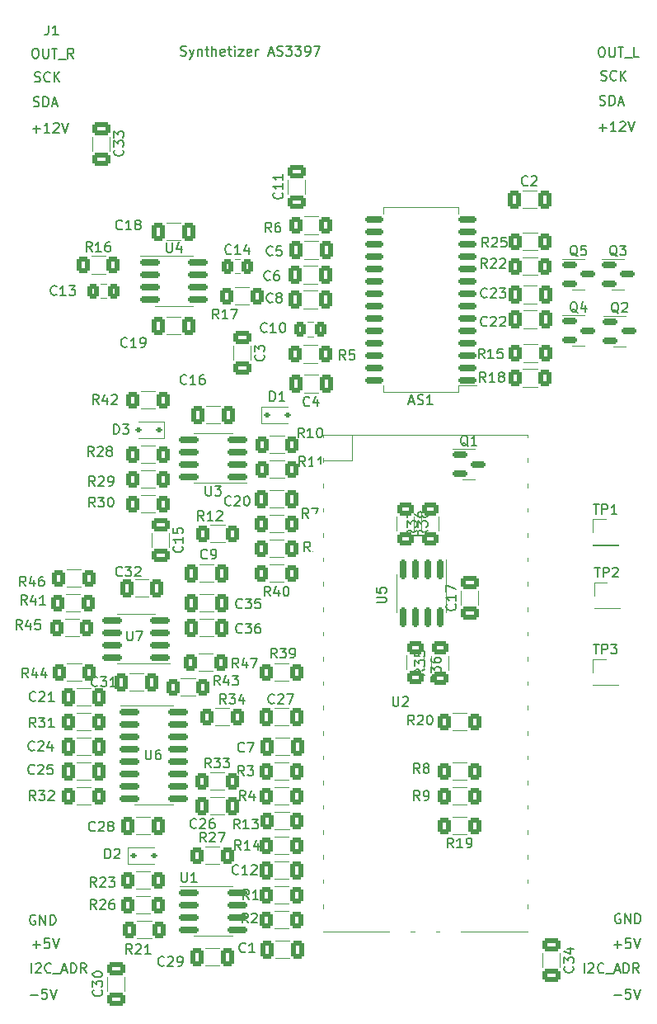
<source format=gto>
G04 #@! TF.GenerationSoftware,KiCad,Pcbnew,7.0.5-7.0.5~ubuntu22.04.1*
G04 #@! TF.CreationDate,2023-06-28T11:52:20+02:00*
G04 #@! TF.ProjectId,AS3397_proto_SMS,41533333-3937-45f7-9072-6f746f5f534d,rev?*
G04 #@! TF.SameCoordinates,Original*
G04 #@! TF.FileFunction,Legend,Top*
G04 #@! TF.FilePolarity,Positive*
%FSLAX46Y46*%
G04 Gerber Fmt 4.6, Leading zero omitted, Abs format (unit mm)*
G04 Created by KiCad (PCBNEW 7.0.5-7.0.5~ubuntu22.04.1) date 2023-06-28 11:52:20*
%MOMM*%
%LPD*%
G01*
G04 APERTURE LIST*
G04 Aperture macros list*
%AMRoundRect*
0 Rectangle with rounded corners*
0 $1 Rounding radius*
0 $2 $3 $4 $5 $6 $7 $8 $9 X,Y pos of 4 corners*
0 Add a 4 corners polygon primitive as box body*
4,1,4,$2,$3,$4,$5,$6,$7,$8,$9,$2,$3,0*
0 Add four circle primitives for the rounded corners*
1,1,$1+$1,$2,$3*
1,1,$1+$1,$4,$5*
1,1,$1+$1,$6,$7*
1,1,$1+$1,$8,$9*
0 Add four rect primitives between the rounded corners*
20,1,$1+$1,$2,$3,$4,$5,0*
20,1,$1+$1,$4,$5,$6,$7,0*
20,1,$1+$1,$6,$7,$8,$9,0*
20,1,$1+$1,$8,$9,$2,$3,0*%
G04 Aperture macros list end*
%ADD10C,0.150000*%
%ADD11C,0.120000*%
%ADD12RoundRect,0.250000X-0.400000X-0.625000X0.400000X-0.625000X0.400000X0.625000X-0.400000X0.625000X0*%
%ADD13RoundRect,0.112500X0.187500X0.112500X-0.187500X0.112500X-0.187500X-0.112500X0.187500X-0.112500X0*%
%ADD14O,1.700000X1.700000*%
%ADD15R,3.500000X1.700000*%
%ADD16R,1.700000X1.700000*%
%ADD17R,1.600000X1.600000*%
%ADD18O,1.600000X1.600000*%
%ADD19RoundRect,0.112500X-0.187500X-0.112500X0.187500X-0.112500X0.187500X0.112500X-0.187500X0.112500X0*%
%ADD20RoundRect,0.250000X-0.650000X0.412500X-0.650000X-0.412500X0.650000X-0.412500X0.650000X0.412500X0*%
%ADD21RoundRect,0.250000X0.650000X-0.412500X0.650000X0.412500X-0.650000X0.412500X-0.650000X-0.412500X0*%
%ADD22RoundRect,0.150000X-0.587500X-0.150000X0.587500X-0.150000X0.587500X0.150000X-0.587500X0.150000X0*%
%ADD23RoundRect,0.250000X0.412500X0.650000X-0.412500X0.650000X-0.412500X-0.650000X0.412500X-0.650000X0*%
%ADD24RoundRect,0.250000X-0.412500X-0.650000X0.412500X-0.650000X0.412500X0.650000X-0.412500X0.650000X0*%
%ADD25RoundRect,0.250000X0.400000X0.625000X-0.400000X0.625000X-0.400000X-0.625000X0.400000X-0.625000X0*%
%ADD26RoundRect,0.250000X0.337500X0.475000X-0.337500X0.475000X-0.337500X-0.475000X0.337500X-0.475000X0*%
%ADD27RoundRect,0.150000X0.825000X0.150000X-0.825000X0.150000X-0.825000X-0.150000X0.825000X-0.150000X0*%
%ADD28RoundRect,0.250000X-0.337500X-0.475000X0.337500X-0.475000X0.337500X0.475000X-0.337500X0.475000X0*%
%ADD29RoundRect,0.150000X0.750000X0.150000X-0.750000X0.150000X-0.750000X-0.150000X0.750000X-0.150000X0*%
%ADD30RoundRect,0.150000X-0.825000X-0.150000X0.825000X-0.150000X0.825000X0.150000X-0.825000X0.150000X0*%
%ADD31RoundRect,0.250000X0.625000X-0.400000X0.625000X0.400000X-0.625000X0.400000X-0.625000X-0.400000X0*%
%ADD32RoundRect,0.250000X-0.625000X0.400000X-0.625000X-0.400000X0.625000X-0.400000X0.625000X0.400000X0*%
%ADD33RoundRect,0.150000X-0.150000X0.825000X-0.150000X-0.825000X0.150000X-0.825000X0.150000X0.825000X0*%
G04 APERTURE END LIST*
D10*
X139782779Y-140077819D02*
X139782779Y-139077819D01*
X140211350Y-139173057D02*
X140258969Y-139125438D01*
X140258969Y-139125438D02*
X140354207Y-139077819D01*
X140354207Y-139077819D02*
X140592302Y-139077819D01*
X140592302Y-139077819D02*
X140687540Y-139125438D01*
X140687540Y-139125438D02*
X140735159Y-139173057D01*
X140735159Y-139173057D02*
X140782778Y-139268295D01*
X140782778Y-139268295D02*
X140782778Y-139363533D01*
X140782778Y-139363533D02*
X140735159Y-139506390D01*
X140735159Y-139506390D02*
X140163731Y-140077819D01*
X140163731Y-140077819D02*
X140782778Y-140077819D01*
X141782778Y-139982580D02*
X141735159Y-140030200D01*
X141735159Y-140030200D02*
X141592302Y-140077819D01*
X141592302Y-140077819D02*
X141497064Y-140077819D01*
X141497064Y-140077819D02*
X141354207Y-140030200D01*
X141354207Y-140030200D02*
X141258969Y-139934961D01*
X141258969Y-139934961D02*
X141211350Y-139839723D01*
X141211350Y-139839723D02*
X141163731Y-139649247D01*
X141163731Y-139649247D02*
X141163731Y-139506390D01*
X141163731Y-139506390D02*
X141211350Y-139315914D01*
X141211350Y-139315914D02*
X141258969Y-139220676D01*
X141258969Y-139220676D02*
X141354207Y-139125438D01*
X141354207Y-139125438D02*
X141497064Y-139077819D01*
X141497064Y-139077819D02*
X141592302Y-139077819D01*
X141592302Y-139077819D02*
X141735159Y-139125438D01*
X141735159Y-139125438D02*
X141782778Y-139173057D01*
X141973255Y-140173057D02*
X142735159Y-140173057D01*
X142925636Y-139792104D02*
X143401826Y-139792104D01*
X142830398Y-140077819D02*
X143163731Y-139077819D01*
X143163731Y-139077819D02*
X143497064Y-140077819D01*
X143830398Y-140077819D02*
X143830398Y-139077819D01*
X143830398Y-139077819D02*
X144068493Y-139077819D01*
X144068493Y-139077819D02*
X144211350Y-139125438D01*
X144211350Y-139125438D02*
X144306588Y-139220676D01*
X144306588Y-139220676D02*
X144354207Y-139315914D01*
X144354207Y-139315914D02*
X144401826Y-139506390D01*
X144401826Y-139506390D02*
X144401826Y-139649247D01*
X144401826Y-139649247D02*
X144354207Y-139839723D01*
X144354207Y-139839723D02*
X144306588Y-139934961D01*
X144306588Y-139934961D02*
X144211350Y-140030200D01*
X144211350Y-140030200D02*
X144068493Y-140077819D01*
X144068493Y-140077819D02*
X143830398Y-140077819D01*
X145401826Y-140077819D02*
X145068493Y-139601628D01*
X144830398Y-140077819D02*
X144830398Y-139077819D01*
X144830398Y-139077819D02*
X145211350Y-139077819D01*
X145211350Y-139077819D02*
X145306588Y-139125438D01*
X145306588Y-139125438D02*
X145354207Y-139173057D01*
X145354207Y-139173057D02*
X145401826Y-139268295D01*
X145401826Y-139268295D02*
X145401826Y-139411152D01*
X145401826Y-139411152D02*
X145354207Y-139506390D01*
X145354207Y-139506390D02*
X145306588Y-139554009D01*
X145306588Y-139554009D02*
X145211350Y-139601628D01*
X145211350Y-139601628D02*
X144830398Y-139601628D01*
X142830779Y-137156866D02*
X143592684Y-137156866D01*
X143211731Y-137537819D02*
X143211731Y-136775914D01*
X144545064Y-136537819D02*
X144068874Y-136537819D01*
X144068874Y-136537819D02*
X144021255Y-137014009D01*
X144021255Y-137014009D02*
X144068874Y-136966390D01*
X144068874Y-136966390D02*
X144164112Y-136918771D01*
X144164112Y-136918771D02*
X144402207Y-136918771D01*
X144402207Y-136918771D02*
X144497445Y-136966390D01*
X144497445Y-136966390D02*
X144545064Y-137014009D01*
X144545064Y-137014009D02*
X144592683Y-137109247D01*
X144592683Y-137109247D02*
X144592683Y-137347342D01*
X144592683Y-137347342D02*
X144545064Y-137442580D01*
X144545064Y-137442580D02*
X144497445Y-137490200D01*
X144497445Y-137490200D02*
X144402207Y-137537819D01*
X144402207Y-137537819D02*
X144164112Y-137537819D01*
X144164112Y-137537819D02*
X144068874Y-137490200D01*
X144068874Y-137490200D02*
X144021255Y-137442580D01*
X144878398Y-136537819D02*
X145211731Y-137537819D01*
X145211731Y-137537819D02*
X145545064Y-136537819D01*
X142830779Y-142363866D02*
X143592684Y-142363866D01*
X144545064Y-141744819D02*
X144068874Y-141744819D01*
X144068874Y-141744819D02*
X144021255Y-142221009D01*
X144021255Y-142221009D02*
X144068874Y-142173390D01*
X144068874Y-142173390D02*
X144164112Y-142125771D01*
X144164112Y-142125771D02*
X144402207Y-142125771D01*
X144402207Y-142125771D02*
X144497445Y-142173390D01*
X144497445Y-142173390D02*
X144545064Y-142221009D01*
X144545064Y-142221009D02*
X144592683Y-142316247D01*
X144592683Y-142316247D02*
X144592683Y-142554342D01*
X144592683Y-142554342D02*
X144545064Y-142649580D01*
X144545064Y-142649580D02*
X144497445Y-142697200D01*
X144497445Y-142697200D02*
X144402207Y-142744819D01*
X144402207Y-142744819D02*
X144164112Y-142744819D01*
X144164112Y-142744819D02*
X144068874Y-142697200D01*
X144068874Y-142697200D02*
X144021255Y-142649580D01*
X144878398Y-141744819D02*
X145211731Y-142744819D01*
X145211731Y-142744819D02*
X145545064Y-141744819D01*
X141386160Y-51003200D02*
X141529017Y-51050819D01*
X141529017Y-51050819D02*
X141767112Y-51050819D01*
X141767112Y-51050819D02*
X141862350Y-51003200D01*
X141862350Y-51003200D02*
X141909969Y-50955580D01*
X141909969Y-50955580D02*
X141957588Y-50860342D01*
X141957588Y-50860342D02*
X141957588Y-50765104D01*
X141957588Y-50765104D02*
X141909969Y-50669866D01*
X141909969Y-50669866D02*
X141862350Y-50622247D01*
X141862350Y-50622247D02*
X141767112Y-50574628D01*
X141767112Y-50574628D02*
X141576636Y-50527009D01*
X141576636Y-50527009D02*
X141481398Y-50479390D01*
X141481398Y-50479390D02*
X141433779Y-50431771D01*
X141433779Y-50431771D02*
X141386160Y-50336533D01*
X141386160Y-50336533D02*
X141386160Y-50241295D01*
X141386160Y-50241295D02*
X141433779Y-50146057D01*
X141433779Y-50146057D02*
X141481398Y-50098438D01*
X141481398Y-50098438D02*
X141576636Y-50050819D01*
X141576636Y-50050819D02*
X141814731Y-50050819D01*
X141814731Y-50050819D02*
X141957588Y-50098438D01*
X142386160Y-51050819D02*
X142386160Y-50050819D01*
X142386160Y-50050819D02*
X142624255Y-50050819D01*
X142624255Y-50050819D02*
X142767112Y-50098438D01*
X142767112Y-50098438D02*
X142862350Y-50193676D01*
X142862350Y-50193676D02*
X142909969Y-50288914D01*
X142909969Y-50288914D02*
X142957588Y-50479390D01*
X142957588Y-50479390D02*
X142957588Y-50622247D01*
X142957588Y-50622247D02*
X142909969Y-50812723D01*
X142909969Y-50812723D02*
X142862350Y-50907961D01*
X142862350Y-50907961D02*
X142767112Y-51003200D01*
X142767112Y-51003200D02*
X142624255Y-51050819D01*
X142624255Y-51050819D02*
X142386160Y-51050819D01*
X143338541Y-50765104D02*
X143814731Y-50765104D01*
X143243303Y-51050819D02*
X143576636Y-50050819D01*
X143576636Y-50050819D02*
X143909969Y-51050819D01*
X83140779Y-53463866D02*
X83902684Y-53463866D01*
X83521731Y-53844819D02*
X83521731Y-53082914D01*
X84902683Y-53844819D02*
X84331255Y-53844819D01*
X84616969Y-53844819D02*
X84616969Y-52844819D01*
X84616969Y-52844819D02*
X84521731Y-52987676D01*
X84521731Y-52987676D02*
X84426493Y-53082914D01*
X84426493Y-53082914D02*
X84331255Y-53130533D01*
X85283636Y-52940057D02*
X85331255Y-52892438D01*
X85331255Y-52892438D02*
X85426493Y-52844819D01*
X85426493Y-52844819D02*
X85664588Y-52844819D01*
X85664588Y-52844819D02*
X85759826Y-52892438D01*
X85759826Y-52892438D02*
X85807445Y-52940057D01*
X85807445Y-52940057D02*
X85855064Y-53035295D01*
X85855064Y-53035295D02*
X85855064Y-53130533D01*
X85855064Y-53130533D02*
X85807445Y-53273390D01*
X85807445Y-53273390D02*
X85236017Y-53844819D01*
X85236017Y-53844819D02*
X85855064Y-53844819D01*
X86140779Y-52844819D02*
X86474112Y-53844819D01*
X86474112Y-53844819D02*
X86807445Y-52844819D01*
X83331255Y-45224819D02*
X83521731Y-45224819D01*
X83521731Y-45224819D02*
X83616969Y-45272438D01*
X83616969Y-45272438D02*
X83712207Y-45367676D01*
X83712207Y-45367676D02*
X83759826Y-45558152D01*
X83759826Y-45558152D02*
X83759826Y-45891485D01*
X83759826Y-45891485D02*
X83712207Y-46081961D01*
X83712207Y-46081961D02*
X83616969Y-46177200D01*
X83616969Y-46177200D02*
X83521731Y-46224819D01*
X83521731Y-46224819D02*
X83331255Y-46224819D01*
X83331255Y-46224819D02*
X83236017Y-46177200D01*
X83236017Y-46177200D02*
X83140779Y-46081961D01*
X83140779Y-46081961D02*
X83093160Y-45891485D01*
X83093160Y-45891485D02*
X83093160Y-45558152D01*
X83093160Y-45558152D02*
X83140779Y-45367676D01*
X83140779Y-45367676D02*
X83236017Y-45272438D01*
X83236017Y-45272438D02*
X83331255Y-45224819D01*
X84188398Y-45224819D02*
X84188398Y-46034342D01*
X84188398Y-46034342D02*
X84236017Y-46129580D01*
X84236017Y-46129580D02*
X84283636Y-46177200D01*
X84283636Y-46177200D02*
X84378874Y-46224819D01*
X84378874Y-46224819D02*
X84569350Y-46224819D01*
X84569350Y-46224819D02*
X84664588Y-46177200D01*
X84664588Y-46177200D02*
X84712207Y-46129580D01*
X84712207Y-46129580D02*
X84759826Y-46034342D01*
X84759826Y-46034342D02*
X84759826Y-45224819D01*
X85093160Y-45224819D02*
X85664588Y-45224819D01*
X85378874Y-46224819D02*
X85378874Y-45224819D01*
X85759827Y-46320057D02*
X86521731Y-46320057D01*
X87331255Y-46224819D02*
X86997922Y-45748628D01*
X86759827Y-46224819D02*
X86759827Y-45224819D01*
X86759827Y-45224819D02*
X87140779Y-45224819D01*
X87140779Y-45224819D02*
X87236017Y-45272438D01*
X87236017Y-45272438D02*
X87283636Y-45320057D01*
X87283636Y-45320057D02*
X87331255Y-45415295D01*
X87331255Y-45415295D02*
X87331255Y-45558152D01*
X87331255Y-45558152D02*
X87283636Y-45653390D01*
X87283636Y-45653390D02*
X87236017Y-45701009D01*
X87236017Y-45701009D02*
X87140779Y-45748628D01*
X87140779Y-45748628D02*
X86759827Y-45748628D01*
X83220160Y-51130200D02*
X83363017Y-51177819D01*
X83363017Y-51177819D02*
X83601112Y-51177819D01*
X83601112Y-51177819D02*
X83696350Y-51130200D01*
X83696350Y-51130200D02*
X83743969Y-51082580D01*
X83743969Y-51082580D02*
X83791588Y-50987342D01*
X83791588Y-50987342D02*
X83791588Y-50892104D01*
X83791588Y-50892104D02*
X83743969Y-50796866D01*
X83743969Y-50796866D02*
X83696350Y-50749247D01*
X83696350Y-50749247D02*
X83601112Y-50701628D01*
X83601112Y-50701628D02*
X83410636Y-50654009D01*
X83410636Y-50654009D02*
X83315398Y-50606390D01*
X83315398Y-50606390D02*
X83267779Y-50558771D01*
X83267779Y-50558771D02*
X83220160Y-50463533D01*
X83220160Y-50463533D02*
X83220160Y-50368295D01*
X83220160Y-50368295D02*
X83267779Y-50273057D01*
X83267779Y-50273057D02*
X83315398Y-50225438D01*
X83315398Y-50225438D02*
X83410636Y-50177819D01*
X83410636Y-50177819D02*
X83648731Y-50177819D01*
X83648731Y-50177819D02*
X83791588Y-50225438D01*
X84220160Y-51177819D02*
X84220160Y-50177819D01*
X84220160Y-50177819D02*
X84458255Y-50177819D01*
X84458255Y-50177819D02*
X84601112Y-50225438D01*
X84601112Y-50225438D02*
X84696350Y-50320676D01*
X84696350Y-50320676D02*
X84743969Y-50415914D01*
X84743969Y-50415914D02*
X84791588Y-50606390D01*
X84791588Y-50606390D02*
X84791588Y-50749247D01*
X84791588Y-50749247D02*
X84743969Y-50939723D01*
X84743969Y-50939723D02*
X84696350Y-51034961D01*
X84696350Y-51034961D02*
X84601112Y-51130200D01*
X84601112Y-51130200D02*
X84458255Y-51177819D01*
X84458255Y-51177819D02*
X84220160Y-51177819D01*
X85172541Y-50892104D02*
X85648731Y-50892104D01*
X85077303Y-51177819D02*
X85410636Y-50177819D01*
X85410636Y-50177819D02*
X85743969Y-51177819D01*
X83410588Y-134172438D02*
X83315350Y-134124819D01*
X83315350Y-134124819D02*
X83172493Y-134124819D01*
X83172493Y-134124819D02*
X83029636Y-134172438D01*
X83029636Y-134172438D02*
X82934398Y-134267676D01*
X82934398Y-134267676D02*
X82886779Y-134362914D01*
X82886779Y-134362914D02*
X82839160Y-134553390D01*
X82839160Y-134553390D02*
X82839160Y-134696247D01*
X82839160Y-134696247D02*
X82886779Y-134886723D01*
X82886779Y-134886723D02*
X82934398Y-134981961D01*
X82934398Y-134981961D02*
X83029636Y-135077200D01*
X83029636Y-135077200D02*
X83172493Y-135124819D01*
X83172493Y-135124819D02*
X83267731Y-135124819D01*
X83267731Y-135124819D02*
X83410588Y-135077200D01*
X83410588Y-135077200D02*
X83458207Y-135029580D01*
X83458207Y-135029580D02*
X83458207Y-134696247D01*
X83458207Y-134696247D02*
X83267731Y-134696247D01*
X83886779Y-135124819D02*
X83886779Y-134124819D01*
X83886779Y-134124819D02*
X84458207Y-135124819D01*
X84458207Y-135124819D02*
X84458207Y-134124819D01*
X84934398Y-135124819D02*
X84934398Y-134124819D01*
X84934398Y-134124819D02*
X85172493Y-134124819D01*
X85172493Y-134124819D02*
X85315350Y-134172438D01*
X85315350Y-134172438D02*
X85410588Y-134267676D01*
X85410588Y-134267676D02*
X85458207Y-134362914D01*
X85458207Y-134362914D02*
X85505826Y-134553390D01*
X85505826Y-134553390D02*
X85505826Y-134696247D01*
X85505826Y-134696247D02*
X85458207Y-134886723D01*
X85458207Y-134886723D02*
X85410588Y-134981961D01*
X85410588Y-134981961D02*
X85315350Y-135077200D01*
X85315350Y-135077200D02*
X85172493Y-135124819D01*
X85172493Y-135124819D02*
X84934398Y-135124819D01*
X143481588Y-134045438D02*
X143386350Y-133997819D01*
X143386350Y-133997819D02*
X143243493Y-133997819D01*
X143243493Y-133997819D02*
X143100636Y-134045438D01*
X143100636Y-134045438D02*
X143005398Y-134140676D01*
X143005398Y-134140676D02*
X142957779Y-134235914D01*
X142957779Y-134235914D02*
X142910160Y-134426390D01*
X142910160Y-134426390D02*
X142910160Y-134569247D01*
X142910160Y-134569247D02*
X142957779Y-134759723D01*
X142957779Y-134759723D02*
X143005398Y-134854961D01*
X143005398Y-134854961D02*
X143100636Y-134950200D01*
X143100636Y-134950200D02*
X143243493Y-134997819D01*
X143243493Y-134997819D02*
X143338731Y-134997819D01*
X143338731Y-134997819D02*
X143481588Y-134950200D01*
X143481588Y-134950200D02*
X143529207Y-134902580D01*
X143529207Y-134902580D02*
X143529207Y-134569247D01*
X143529207Y-134569247D02*
X143338731Y-134569247D01*
X143957779Y-134997819D02*
X143957779Y-133997819D01*
X143957779Y-133997819D02*
X144529207Y-134997819D01*
X144529207Y-134997819D02*
X144529207Y-133997819D01*
X145005398Y-134997819D02*
X145005398Y-133997819D01*
X145005398Y-133997819D02*
X145243493Y-133997819D01*
X145243493Y-133997819D02*
X145386350Y-134045438D01*
X145386350Y-134045438D02*
X145481588Y-134140676D01*
X145481588Y-134140676D02*
X145529207Y-134235914D01*
X145529207Y-134235914D02*
X145576826Y-134426390D01*
X145576826Y-134426390D02*
X145576826Y-134569247D01*
X145576826Y-134569247D02*
X145529207Y-134759723D01*
X145529207Y-134759723D02*
X145481588Y-134854961D01*
X145481588Y-134854961D02*
X145386350Y-134950200D01*
X145386350Y-134950200D02*
X145243493Y-134997819D01*
X145243493Y-134997819D02*
X145005398Y-134997819D01*
X141497255Y-45097819D02*
X141687731Y-45097819D01*
X141687731Y-45097819D02*
X141782969Y-45145438D01*
X141782969Y-45145438D02*
X141878207Y-45240676D01*
X141878207Y-45240676D02*
X141925826Y-45431152D01*
X141925826Y-45431152D02*
X141925826Y-45764485D01*
X141925826Y-45764485D02*
X141878207Y-45954961D01*
X141878207Y-45954961D02*
X141782969Y-46050200D01*
X141782969Y-46050200D02*
X141687731Y-46097819D01*
X141687731Y-46097819D02*
X141497255Y-46097819D01*
X141497255Y-46097819D02*
X141402017Y-46050200D01*
X141402017Y-46050200D02*
X141306779Y-45954961D01*
X141306779Y-45954961D02*
X141259160Y-45764485D01*
X141259160Y-45764485D02*
X141259160Y-45431152D01*
X141259160Y-45431152D02*
X141306779Y-45240676D01*
X141306779Y-45240676D02*
X141402017Y-45145438D01*
X141402017Y-45145438D02*
X141497255Y-45097819D01*
X142354398Y-45097819D02*
X142354398Y-45907342D01*
X142354398Y-45907342D02*
X142402017Y-46002580D01*
X142402017Y-46002580D02*
X142449636Y-46050200D01*
X142449636Y-46050200D02*
X142544874Y-46097819D01*
X142544874Y-46097819D02*
X142735350Y-46097819D01*
X142735350Y-46097819D02*
X142830588Y-46050200D01*
X142830588Y-46050200D02*
X142878207Y-46002580D01*
X142878207Y-46002580D02*
X142925826Y-45907342D01*
X142925826Y-45907342D02*
X142925826Y-45097819D01*
X143259160Y-45097819D02*
X143830588Y-45097819D01*
X143544874Y-46097819D02*
X143544874Y-45097819D01*
X143925827Y-46193057D02*
X144687731Y-46193057D01*
X145402017Y-46097819D02*
X144925827Y-46097819D01*
X144925827Y-46097819D02*
X144925827Y-45097819D01*
X83013779Y-140077819D02*
X83013779Y-139077819D01*
X83442350Y-139173057D02*
X83489969Y-139125438D01*
X83489969Y-139125438D02*
X83585207Y-139077819D01*
X83585207Y-139077819D02*
X83823302Y-139077819D01*
X83823302Y-139077819D02*
X83918540Y-139125438D01*
X83918540Y-139125438D02*
X83966159Y-139173057D01*
X83966159Y-139173057D02*
X84013778Y-139268295D01*
X84013778Y-139268295D02*
X84013778Y-139363533D01*
X84013778Y-139363533D02*
X83966159Y-139506390D01*
X83966159Y-139506390D02*
X83394731Y-140077819D01*
X83394731Y-140077819D02*
X84013778Y-140077819D01*
X85013778Y-139982580D02*
X84966159Y-140030200D01*
X84966159Y-140030200D02*
X84823302Y-140077819D01*
X84823302Y-140077819D02*
X84728064Y-140077819D01*
X84728064Y-140077819D02*
X84585207Y-140030200D01*
X84585207Y-140030200D02*
X84489969Y-139934961D01*
X84489969Y-139934961D02*
X84442350Y-139839723D01*
X84442350Y-139839723D02*
X84394731Y-139649247D01*
X84394731Y-139649247D02*
X84394731Y-139506390D01*
X84394731Y-139506390D02*
X84442350Y-139315914D01*
X84442350Y-139315914D02*
X84489969Y-139220676D01*
X84489969Y-139220676D02*
X84585207Y-139125438D01*
X84585207Y-139125438D02*
X84728064Y-139077819D01*
X84728064Y-139077819D02*
X84823302Y-139077819D01*
X84823302Y-139077819D02*
X84966159Y-139125438D01*
X84966159Y-139125438D02*
X85013778Y-139173057D01*
X85204255Y-140173057D02*
X85966159Y-140173057D01*
X86156636Y-139792104D02*
X86632826Y-139792104D01*
X86061398Y-140077819D02*
X86394731Y-139077819D01*
X86394731Y-139077819D02*
X86728064Y-140077819D01*
X87061398Y-140077819D02*
X87061398Y-139077819D01*
X87061398Y-139077819D02*
X87299493Y-139077819D01*
X87299493Y-139077819D02*
X87442350Y-139125438D01*
X87442350Y-139125438D02*
X87537588Y-139220676D01*
X87537588Y-139220676D02*
X87585207Y-139315914D01*
X87585207Y-139315914D02*
X87632826Y-139506390D01*
X87632826Y-139506390D02*
X87632826Y-139649247D01*
X87632826Y-139649247D02*
X87585207Y-139839723D01*
X87585207Y-139839723D02*
X87537588Y-139934961D01*
X87537588Y-139934961D02*
X87442350Y-140030200D01*
X87442350Y-140030200D02*
X87299493Y-140077819D01*
X87299493Y-140077819D02*
X87061398Y-140077819D01*
X88632826Y-140077819D02*
X88299493Y-139601628D01*
X88061398Y-140077819D02*
X88061398Y-139077819D01*
X88061398Y-139077819D02*
X88442350Y-139077819D01*
X88442350Y-139077819D02*
X88537588Y-139125438D01*
X88537588Y-139125438D02*
X88585207Y-139173057D01*
X88585207Y-139173057D02*
X88632826Y-139268295D01*
X88632826Y-139268295D02*
X88632826Y-139411152D01*
X88632826Y-139411152D02*
X88585207Y-139506390D01*
X88585207Y-139506390D02*
X88537588Y-139554009D01*
X88537588Y-139554009D02*
X88442350Y-139601628D01*
X88442350Y-139601628D02*
X88061398Y-139601628D01*
X82886779Y-142363866D02*
X83648684Y-142363866D01*
X84601064Y-141744819D02*
X84124874Y-141744819D01*
X84124874Y-141744819D02*
X84077255Y-142221009D01*
X84077255Y-142221009D02*
X84124874Y-142173390D01*
X84124874Y-142173390D02*
X84220112Y-142125771D01*
X84220112Y-142125771D02*
X84458207Y-142125771D01*
X84458207Y-142125771D02*
X84553445Y-142173390D01*
X84553445Y-142173390D02*
X84601064Y-142221009D01*
X84601064Y-142221009D02*
X84648683Y-142316247D01*
X84648683Y-142316247D02*
X84648683Y-142554342D01*
X84648683Y-142554342D02*
X84601064Y-142649580D01*
X84601064Y-142649580D02*
X84553445Y-142697200D01*
X84553445Y-142697200D02*
X84458207Y-142744819D01*
X84458207Y-142744819D02*
X84220112Y-142744819D01*
X84220112Y-142744819D02*
X84124874Y-142697200D01*
X84124874Y-142697200D02*
X84077255Y-142649580D01*
X84934398Y-141744819D02*
X85267731Y-142744819D01*
X85267731Y-142744819D02*
X85601064Y-141744819D01*
X141306779Y-53336866D02*
X142068684Y-53336866D01*
X141687731Y-53717819D02*
X141687731Y-52955914D01*
X143068683Y-53717819D02*
X142497255Y-53717819D01*
X142782969Y-53717819D02*
X142782969Y-52717819D01*
X142782969Y-52717819D02*
X142687731Y-52860676D01*
X142687731Y-52860676D02*
X142592493Y-52955914D01*
X142592493Y-52955914D02*
X142497255Y-53003533D01*
X143449636Y-52813057D02*
X143497255Y-52765438D01*
X143497255Y-52765438D02*
X143592493Y-52717819D01*
X143592493Y-52717819D02*
X143830588Y-52717819D01*
X143830588Y-52717819D02*
X143925826Y-52765438D01*
X143925826Y-52765438D02*
X143973445Y-52813057D01*
X143973445Y-52813057D02*
X144021064Y-52908295D01*
X144021064Y-52908295D02*
X144021064Y-53003533D01*
X144021064Y-53003533D02*
X143973445Y-53146390D01*
X143973445Y-53146390D02*
X143402017Y-53717819D01*
X143402017Y-53717819D02*
X144021064Y-53717819D01*
X144306779Y-52717819D02*
X144640112Y-53717819D01*
X144640112Y-53717819D02*
X144973445Y-52717819D01*
X141513160Y-48463200D02*
X141656017Y-48510819D01*
X141656017Y-48510819D02*
X141894112Y-48510819D01*
X141894112Y-48510819D02*
X141989350Y-48463200D01*
X141989350Y-48463200D02*
X142036969Y-48415580D01*
X142036969Y-48415580D02*
X142084588Y-48320342D01*
X142084588Y-48320342D02*
X142084588Y-48225104D01*
X142084588Y-48225104D02*
X142036969Y-48129866D01*
X142036969Y-48129866D02*
X141989350Y-48082247D01*
X141989350Y-48082247D02*
X141894112Y-48034628D01*
X141894112Y-48034628D02*
X141703636Y-47987009D01*
X141703636Y-47987009D02*
X141608398Y-47939390D01*
X141608398Y-47939390D02*
X141560779Y-47891771D01*
X141560779Y-47891771D02*
X141513160Y-47796533D01*
X141513160Y-47796533D02*
X141513160Y-47701295D01*
X141513160Y-47701295D02*
X141560779Y-47606057D01*
X141560779Y-47606057D02*
X141608398Y-47558438D01*
X141608398Y-47558438D02*
X141703636Y-47510819D01*
X141703636Y-47510819D02*
X141941731Y-47510819D01*
X141941731Y-47510819D02*
X142084588Y-47558438D01*
X143084588Y-48415580D02*
X143036969Y-48463200D01*
X143036969Y-48463200D02*
X142894112Y-48510819D01*
X142894112Y-48510819D02*
X142798874Y-48510819D01*
X142798874Y-48510819D02*
X142656017Y-48463200D01*
X142656017Y-48463200D02*
X142560779Y-48367961D01*
X142560779Y-48367961D02*
X142513160Y-48272723D01*
X142513160Y-48272723D02*
X142465541Y-48082247D01*
X142465541Y-48082247D02*
X142465541Y-47939390D01*
X142465541Y-47939390D02*
X142513160Y-47748914D01*
X142513160Y-47748914D02*
X142560779Y-47653676D01*
X142560779Y-47653676D02*
X142656017Y-47558438D01*
X142656017Y-47558438D02*
X142798874Y-47510819D01*
X142798874Y-47510819D02*
X142894112Y-47510819D01*
X142894112Y-47510819D02*
X143036969Y-47558438D01*
X143036969Y-47558438D02*
X143084588Y-47606057D01*
X143513160Y-48510819D02*
X143513160Y-47510819D01*
X144084588Y-48510819D02*
X143656017Y-47939390D01*
X144084588Y-47510819D02*
X143513160Y-48082247D01*
X98333160Y-45923200D02*
X98476017Y-45970819D01*
X98476017Y-45970819D02*
X98714112Y-45970819D01*
X98714112Y-45970819D02*
X98809350Y-45923200D01*
X98809350Y-45923200D02*
X98856969Y-45875580D01*
X98856969Y-45875580D02*
X98904588Y-45780342D01*
X98904588Y-45780342D02*
X98904588Y-45685104D01*
X98904588Y-45685104D02*
X98856969Y-45589866D01*
X98856969Y-45589866D02*
X98809350Y-45542247D01*
X98809350Y-45542247D02*
X98714112Y-45494628D01*
X98714112Y-45494628D02*
X98523636Y-45447009D01*
X98523636Y-45447009D02*
X98428398Y-45399390D01*
X98428398Y-45399390D02*
X98380779Y-45351771D01*
X98380779Y-45351771D02*
X98333160Y-45256533D01*
X98333160Y-45256533D02*
X98333160Y-45161295D01*
X98333160Y-45161295D02*
X98380779Y-45066057D01*
X98380779Y-45066057D02*
X98428398Y-45018438D01*
X98428398Y-45018438D02*
X98523636Y-44970819D01*
X98523636Y-44970819D02*
X98761731Y-44970819D01*
X98761731Y-44970819D02*
X98904588Y-45018438D01*
X99237922Y-45304152D02*
X99476017Y-45970819D01*
X99714112Y-45304152D02*
X99476017Y-45970819D01*
X99476017Y-45970819D02*
X99380779Y-46208914D01*
X99380779Y-46208914D02*
X99333160Y-46256533D01*
X99333160Y-46256533D02*
X99237922Y-46304152D01*
X100095065Y-45304152D02*
X100095065Y-45970819D01*
X100095065Y-45399390D02*
X100142684Y-45351771D01*
X100142684Y-45351771D02*
X100237922Y-45304152D01*
X100237922Y-45304152D02*
X100380779Y-45304152D01*
X100380779Y-45304152D02*
X100476017Y-45351771D01*
X100476017Y-45351771D02*
X100523636Y-45447009D01*
X100523636Y-45447009D02*
X100523636Y-45970819D01*
X100856970Y-45304152D02*
X101237922Y-45304152D01*
X100999827Y-44970819D02*
X100999827Y-45827961D01*
X100999827Y-45827961D02*
X101047446Y-45923200D01*
X101047446Y-45923200D02*
X101142684Y-45970819D01*
X101142684Y-45970819D02*
X101237922Y-45970819D01*
X101571256Y-45970819D02*
X101571256Y-44970819D01*
X101999827Y-45970819D02*
X101999827Y-45447009D01*
X101999827Y-45447009D02*
X101952208Y-45351771D01*
X101952208Y-45351771D02*
X101856970Y-45304152D01*
X101856970Y-45304152D02*
X101714113Y-45304152D01*
X101714113Y-45304152D02*
X101618875Y-45351771D01*
X101618875Y-45351771D02*
X101571256Y-45399390D01*
X102856970Y-45923200D02*
X102761732Y-45970819D01*
X102761732Y-45970819D02*
X102571256Y-45970819D01*
X102571256Y-45970819D02*
X102476018Y-45923200D01*
X102476018Y-45923200D02*
X102428399Y-45827961D01*
X102428399Y-45827961D02*
X102428399Y-45447009D01*
X102428399Y-45447009D02*
X102476018Y-45351771D01*
X102476018Y-45351771D02*
X102571256Y-45304152D01*
X102571256Y-45304152D02*
X102761732Y-45304152D01*
X102761732Y-45304152D02*
X102856970Y-45351771D01*
X102856970Y-45351771D02*
X102904589Y-45447009D01*
X102904589Y-45447009D02*
X102904589Y-45542247D01*
X102904589Y-45542247D02*
X102428399Y-45637485D01*
X103190304Y-45304152D02*
X103571256Y-45304152D01*
X103333161Y-44970819D02*
X103333161Y-45827961D01*
X103333161Y-45827961D02*
X103380780Y-45923200D01*
X103380780Y-45923200D02*
X103476018Y-45970819D01*
X103476018Y-45970819D02*
X103571256Y-45970819D01*
X103904590Y-45970819D02*
X103904590Y-45304152D01*
X103904590Y-44970819D02*
X103856971Y-45018438D01*
X103856971Y-45018438D02*
X103904590Y-45066057D01*
X103904590Y-45066057D02*
X103952209Y-45018438D01*
X103952209Y-45018438D02*
X103904590Y-44970819D01*
X103904590Y-44970819D02*
X103904590Y-45066057D01*
X104285542Y-45304152D02*
X104809351Y-45304152D01*
X104809351Y-45304152D02*
X104285542Y-45970819D01*
X104285542Y-45970819D02*
X104809351Y-45970819D01*
X105571256Y-45923200D02*
X105476018Y-45970819D01*
X105476018Y-45970819D02*
X105285542Y-45970819D01*
X105285542Y-45970819D02*
X105190304Y-45923200D01*
X105190304Y-45923200D02*
X105142685Y-45827961D01*
X105142685Y-45827961D02*
X105142685Y-45447009D01*
X105142685Y-45447009D02*
X105190304Y-45351771D01*
X105190304Y-45351771D02*
X105285542Y-45304152D01*
X105285542Y-45304152D02*
X105476018Y-45304152D01*
X105476018Y-45304152D02*
X105571256Y-45351771D01*
X105571256Y-45351771D02*
X105618875Y-45447009D01*
X105618875Y-45447009D02*
X105618875Y-45542247D01*
X105618875Y-45542247D02*
X105142685Y-45637485D01*
X106047447Y-45970819D02*
X106047447Y-45304152D01*
X106047447Y-45494628D02*
X106095066Y-45399390D01*
X106095066Y-45399390D02*
X106142685Y-45351771D01*
X106142685Y-45351771D02*
X106237923Y-45304152D01*
X106237923Y-45304152D02*
X106333161Y-45304152D01*
X107380781Y-45685104D02*
X107856971Y-45685104D01*
X107285543Y-45970819D02*
X107618876Y-44970819D01*
X107618876Y-44970819D02*
X107952209Y-45970819D01*
X108237924Y-45923200D02*
X108380781Y-45970819D01*
X108380781Y-45970819D02*
X108618876Y-45970819D01*
X108618876Y-45970819D02*
X108714114Y-45923200D01*
X108714114Y-45923200D02*
X108761733Y-45875580D01*
X108761733Y-45875580D02*
X108809352Y-45780342D01*
X108809352Y-45780342D02*
X108809352Y-45685104D01*
X108809352Y-45685104D02*
X108761733Y-45589866D01*
X108761733Y-45589866D02*
X108714114Y-45542247D01*
X108714114Y-45542247D02*
X108618876Y-45494628D01*
X108618876Y-45494628D02*
X108428400Y-45447009D01*
X108428400Y-45447009D02*
X108333162Y-45399390D01*
X108333162Y-45399390D02*
X108285543Y-45351771D01*
X108285543Y-45351771D02*
X108237924Y-45256533D01*
X108237924Y-45256533D02*
X108237924Y-45161295D01*
X108237924Y-45161295D02*
X108285543Y-45066057D01*
X108285543Y-45066057D02*
X108333162Y-45018438D01*
X108333162Y-45018438D02*
X108428400Y-44970819D01*
X108428400Y-44970819D02*
X108666495Y-44970819D01*
X108666495Y-44970819D02*
X108809352Y-45018438D01*
X109142686Y-44970819D02*
X109761733Y-44970819D01*
X109761733Y-44970819D02*
X109428400Y-45351771D01*
X109428400Y-45351771D02*
X109571257Y-45351771D01*
X109571257Y-45351771D02*
X109666495Y-45399390D01*
X109666495Y-45399390D02*
X109714114Y-45447009D01*
X109714114Y-45447009D02*
X109761733Y-45542247D01*
X109761733Y-45542247D02*
X109761733Y-45780342D01*
X109761733Y-45780342D02*
X109714114Y-45875580D01*
X109714114Y-45875580D02*
X109666495Y-45923200D01*
X109666495Y-45923200D02*
X109571257Y-45970819D01*
X109571257Y-45970819D02*
X109285543Y-45970819D01*
X109285543Y-45970819D02*
X109190305Y-45923200D01*
X109190305Y-45923200D02*
X109142686Y-45875580D01*
X110095067Y-44970819D02*
X110714114Y-44970819D01*
X110714114Y-44970819D02*
X110380781Y-45351771D01*
X110380781Y-45351771D02*
X110523638Y-45351771D01*
X110523638Y-45351771D02*
X110618876Y-45399390D01*
X110618876Y-45399390D02*
X110666495Y-45447009D01*
X110666495Y-45447009D02*
X110714114Y-45542247D01*
X110714114Y-45542247D02*
X110714114Y-45780342D01*
X110714114Y-45780342D02*
X110666495Y-45875580D01*
X110666495Y-45875580D02*
X110618876Y-45923200D01*
X110618876Y-45923200D02*
X110523638Y-45970819D01*
X110523638Y-45970819D02*
X110237924Y-45970819D01*
X110237924Y-45970819D02*
X110142686Y-45923200D01*
X110142686Y-45923200D02*
X110095067Y-45875580D01*
X111190305Y-45970819D02*
X111380781Y-45970819D01*
X111380781Y-45970819D02*
X111476019Y-45923200D01*
X111476019Y-45923200D02*
X111523638Y-45875580D01*
X111523638Y-45875580D02*
X111618876Y-45732723D01*
X111618876Y-45732723D02*
X111666495Y-45542247D01*
X111666495Y-45542247D02*
X111666495Y-45161295D01*
X111666495Y-45161295D02*
X111618876Y-45066057D01*
X111618876Y-45066057D02*
X111571257Y-45018438D01*
X111571257Y-45018438D02*
X111476019Y-44970819D01*
X111476019Y-44970819D02*
X111285543Y-44970819D01*
X111285543Y-44970819D02*
X111190305Y-45018438D01*
X111190305Y-45018438D02*
X111142686Y-45066057D01*
X111142686Y-45066057D02*
X111095067Y-45161295D01*
X111095067Y-45161295D02*
X111095067Y-45399390D01*
X111095067Y-45399390D02*
X111142686Y-45494628D01*
X111142686Y-45494628D02*
X111190305Y-45542247D01*
X111190305Y-45542247D02*
X111285543Y-45589866D01*
X111285543Y-45589866D02*
X111476019Y-45589866D01*
X111476019Y-45589866D02*
X111571257Y-45542247D01*
X111571257Y-45542247D02*
X111618876Y-45494628D01*
X111618876Y-45494628D02*
X111666495Y-45399390D01*
X111999829Y-44970819D02*
X112666495Y-44970819D01*
X112666495Y-44970819D02*
X112237924Y-45970819D01*
X83347160Y-48590200D02*
X83490017Y-48637819D01*
X83490017Y-48637819D02*
X83728112Y-48637819D01*
X83728112Y-48637819D02*
X83823350Y-48590200D01*
X83823350Y-48590200D02*
X83870969Y-48542580D01*
X83870969Y-48542580D02*
X83918588Y-48447342D01*
X83918588Y-48447342D02*
X83918588Y-48352104D01*
X83918588Y-48352104D02*
X83870969Y-48256866D01*
X83870969Y-48256866D02*
X83823350Y-48209247D01*
X83823350Y-48209247D02*
X83728112Y-48161628D01*
X83728112Y-48161628D02*
X83537636Y-48114009D01*
X83537636Y-48114009D02*
X83442398Y-48066390D01*
X83442398Y-48066390D02*
X83394779Y-48018771D01*
X83394779Y-48018771D02*
X83347160Y-47923533D01*
X83347160Y-47923533D02*
X83347160Y-47828295D01*
X83347160Y-47828295D02*
X83394779Y-47733057D01*
X83394779Y-47733057D02*
X83442398Y-47685438D01*
X83442398Y-47685438D02*
X83537636Y-47637819D01*
X83537636Y-47637819D02*
X83775731Y-47637819D01*
X83775731Y-47637819D02*
X83918588Y-47685438D01*
X84918588Y-48542580D02*
X84870969Y-48590200D01*
X84870969Y-48590200D02*
X84728112Y-48637819D01*
X84728112Y-48637819D02*
X84632874Y-48637819D01*
X84632874Y-48637819D02*
X84490017Y-48590200D01*
X84490017Y-48590200D02*
X84394779Y-48494961D01*
X84394779Y-48494961D02*
X84347160Y-48399723D01*
X84347160Y-48399723D02*
X84299541Y-48209247D01*
X84299541Y-48209247D02*
X84299541Y-48066390D01*
X84299541Y-48066390D02*
X84347160Y-47875914D01*
X84347160Y-47875914D02*
X84394779Y-47780676D01*
X84394779Y-47780676D02*
X84490017Y-47685438D01*
X84490017Y-47685438D02*
X84632874Y-47637819D01*
X84632874Y-47637819D02*
X84728112Y-47637819D01*
X84728112Y-47637819D02*
X84870969Y-47685438D01*
X84870969Y-47685438D02*
X84918588Y-47733057D01*
X85347160Y-48637819D02*
X85347160Y-47637819D01*
X85918588Y-48637819D02*
X85490017Y-48066390D01*
X85918588Y-47637819D02*
X85347160Y-48209247D01*
X83140779Y-137156866D02*
X83902684Y-137156866D01*
X83521731Y-137537819D02*
X83521731Y-136775914D01*
X84855064Y-136537819D02*
X84378874Y-136537819D01*
X84378874Y-136537819D02*
X84331255Y-137014009D01*
X84331255Y-137014009D02*
X84378874Y-136966390D01*
X84378874Y-136966390D02*
X84474112Y-136918771D01*
X84474112Y-136918771D02*
X84712207Y-136918771D01*
X84712207Y-136918771D02*
X84807445Y-136966390D01*
X84807445Y-136966390D02*
X84855064Y-137014009D01*
X84855064Y-137014009D02*
X84902683Y-137109247D01*
X84902683Y-137109247D02*
X84902683Y-137347342D01*
X84902683Y-137347342D02*
X84855064Y-137442580D01*
X84855064Y-137442580D02*
X84807445Y-137490200D01*
X84807445Y-137490200D02*
X84712207Y-137537819D01*
X84712207Y-137537819D02*
X84474112Y-137537819D01*
X84474112Y-137537819D02*
X84378874Y-137490200D01*
X84378874Y-137490200D02*
X84331255Y-137442580D01*
X85188398Y-136537819D02*
X85521731Y-137537819D01*
X85521731Y-137537819D02*
X85855064Y-136537819D01*
X122896333Y-122374819D02*
X122563000Y-121898628D01*
X122324905Y-122374819D02*
X122324905Y-121374819D01*
X122324905Y-121374819D02*
X122705857Y-121374819D01*
X122705857Y-121374819D02*
X122801095Y-121422438D01*
X122801095Y-121422438D02*
X122848714Y-121470057D01*
X122848714Y-121470057D02*
X122896333Y-121565295D01*
X122896333Y-121565295D02*
X122896333Y-121708152D01*
X122896333Y-121708152D02*
X122848714Y-121803390D01*
X122848714Y-121803390D02*
X122801095Y-121851009D01*
X122801095Y-121851009D02*
X122705857Y-121898628D01*
X122705857Y-121898628D02*
X122324905Y-121898628D01*
X123372524Y-122374819D02*
X123563000Y-122374819D01*
X123563000Y-122374819D02*
X123658238Y-122327200D01*
X123658238Y-122327200D02*
X123705857Y-122279580D01*
X123705857Y-122279580D02*
X123801095Y-122136723D01*
X123801095Y-122136723D02*
X123848714Y-121946247D01*
X123848714Y-121946247D02*
X123848714Y-121565295D01*
X123848714Y-121565295D02*
X123801095Y-121470057D01*
X123801095Y-121470057D02*
X123753476Y-121422438D01*
X123753476Y-121422438D02*
X123658238Y-121374819D01*
X123658238Y-121374819D02*
X123467762Y-121374819D01*
X123467762Y-121374819D02*
X123372524Y-121422438D01*
X123372524Y-121422438D02*
X123324905Y-121470057D01*
X123324905Y-121470057D02*
X123277286Y-121565295D01*
X123277286Y-121565295D02*
X123277286Y-121803390D01*
X123277286Y-121803390D02*
X123324905Y-121898628D01*
X123324905Y-121898628D02*
X123372524Y-121946247D01*
X123372524Y-121946247D02*
X123467762Y-121993866D01*
X123467762Y-121993866D02*
X123658238Y-121993866D01*
X123658238Y-121993866D02*
X123753476Y-121946247D01*
X123753476Y-121946247D02*
X123801095Y-121898628D01*
X123801095Y-121898628D02*
X123848714Y-121803390D01*
X91463905Y-84782819D02*
X91463905Y-83782819D01*
X91463905Y-83782819D02*
X91702000Y-83782819D01*
X91702000Y-83782819D02*
X91844857Y-83830438D01*
X91844857Y-83830438D02*
X91940095Y-83925676D01*
X91940095Y-83925676D02*
X91987714Y-84020914D01*
X91987714Y-84020914D02*
X92035333Y-84211390D01*
X92035333Y-84211390D02*
X92035333Y-84354247D01*
X92035333Y-84354247D02*
X91987714Y-84544723D01*
X91987714Y-84544723D02*
X91940095Y-84639961D01*
X91940095Y-84639961D02*
X91844857Y-84735200D01*
X91844857Y-84735200D02*
X91702000Y-84782819D01*
X91702000Y-84782819D02*
X91463905Y-84782819D01*
X92368667Y-83782819D02*
X92987714Y-83782819D01*
X92987714Y-83782819D02*
X92654381Y-84163771D01*
X92654381Y-84163771D02*
X92797238Y-84163771D01*
X92797238Y-84163771D02*
X92892476Y-84211390D01*
X92892476Y-84211390D02*
X92940095Y-84259009D01*
X92940095Y-84259009D02*
X92987714Y-84354247D01*
X92987714Y-84354247D02*
X92987714Y-84592342D01*
X92987714Y-84592342D02*
X92940095Y-84687580D01*
X92940095Y-84687580D02*
X92892476Y-84735200D01*
X92892476Y-84735200D02*
X92797238Y-84782819D01*
X92797238Y-84782819D02*
X92511524Y-84782819D01*
X92511524Y-84782819D02*
X92416286Y-84735200D01*
X92416286Y-84735200D02*
X92368667Y-84687580D01*
X120142095Y-111722819D02*
X120142095Y-112532342D01*
X120142095Y-112532342D02*
X120189714Y-112627580D01*
X120189714Y-112627580D02*
X120237333Y-112675200D01*
X120237333Y-112675200D02*
X120332571Y-112722819D01*
X120332571Y-112722819D02*
X120523047Y-112722819D01*
X120523047Y-112722819D02*
X120618285Y-112675200D01*
X120618285Y-112675200D02*
X120665904Y-112627580D01*
X120665904Y-112627580D02*
X120713523Y-112532342D01*
X120713523Y-112532342D02*
X120713523Y-111722819D01*
X121142095Y-111818057D02*
X121189714Y-111770438D01*
X121189714Y-111770438D02*
X121284952Y-111722819D01*
X121284952Y-111722819D02*
X121523047Y-111722819D01*
X121523047Y-111722819D02*
X121618285Y-111770438D01*
X121618285Y-111770438D02*
X121665904Y-111818057D01*
X121665904Y-111818057D02*
X121713523Y-111913295D01*
X121713523Y-111913295D02*
X121713523Y-112008533D01*
X121713523Y-112008533D02*
X121665904Y-112151390D01*
X121665904Y-112151390D02*
X121094476Y-112722819D01*
X121094476Y-112722819D02*
X121713523Y-112722819D01*
X84756666Y-42844819D02*
X84756666Y-43559104D01*
X84756666Y-43559104D02*
X84709047Y-43701961D01*
X84709047Y-43701961D02*
X84613809Y-43797200D01*
X84613809Y-43797200D02*
X84470952Y-43844819D01*
X84470952Y-43844819D02*
X84375714Y-43844819D01*
X85756666Y-43844819D02*
X85185238Y-43844819D01*
X85470952Y-43844819D02*
X85470952Y-42844819D01*
X85470952Y-42844819D02*
X85375714Y-42987676D01*
X85375714Y-42987676D02*
X85280476Y-43082914D01*
X85280476Y-43082914D02*
X85185238Y-43130533D01*
X90574905Y-128343819D02*
X90574905Y-127343819D01*
X90574905Y-127343819D02*
X90813000Y-127343819D01*
X90813000Y-127343819D02*
X90955857Y-127391438D01*
X90955857Y-127391438D02*
X91051095Y-127486676D01*
X91051095Y-127486676D02*
X91098714Y-127581914D01*
X91098714Y-127581914D02*
X91146333Y-127772390D01*
X91146333Y-127772390D02*
X91146333Y-127915247D01*
X91146333Y-127915247D02*
X91098714Y-128105723D01*
X91098714Y-128105723D02*
X91051095Y-128200961D01*
X91051095Y-128200961D02*
X90955857Y-128296200D01*
X90955857Y-128296200D02*
X90813000Y-128343819D01*
X90813000Y-128343819D02*
X90574905Y-128343819D01*
X91527286Y-127439057D02*
X91574905Y-127391438D01*
X91574905Y-127391438D02*
X91670143Y-127343819D01*
X91670143Y-127343819D02*
X91908238Y-127343819D01*
X91908238Y-127343819D02*
X92003476Y-127391438D01*
X92003476Y-127391438D02*
X92051095Y-127439057D01*
X92051095Y-127439057D02*
X92098714Y-127534295D01*
X92098714Y-127534295D02*
X92098714Y-127629533D01*
X92098714Y-127629533D02*
X92051095Y-127772390D01*
X92051095Y-127772390D02*
X91479667Y-128343819D01*
X91479667Y-128343819D02*
X92098714Y-128343819D01*
X107502405Y-81408819D02*
X107502405Y-80408819D01*
X107502405Y-80408819D02*
X107740500Y-80408819D01*
X107740500Y-80408819D02*
X107883357Y-80456438D01*
X107883357Y-80456438D02*
X107978595Y-80551676D01*
X107978595Y-80551676D02*
X108026214Y-80646914D01*
X108026214Y-80646914D02*
X108073833Y-80837390D01*
X108073833Y-80837390D02*
X108073833Y-80980247D01*
X108073833Y-80980247D02*
X108026214Y-81170723D01*
X108026214Y-81170723D02*
X107978595Y-81265961D01*
X107978595Y-81265961D02*
X107883357Y-81361200D01*
X107883357Y-81361200D02*
X107740500Y-81408819D01*
X107740500Y-81408819D02*
X107502405Y-81408819D01*
X109026214Y-81408819D02*
X108454786Y-81408819D01*
X108740500Y-81408819D02*
X108740500Y-80408819D01*
X108740500Y-80408819D02*
X108645262Y-80551676D01*
X108645262Y-80551676D02*
X108550024Y-80646914D01*
X108550024Y-80646914D02*
X108454786Y-80694533D01*
X138607580Y-139431857D02*
X138655200Y-139479476D01*
X138655200Y-139479476D02*
X138702819Y-139622333D01*
X138702819Y-139622333D02*
X138702819Y-139717571D01*
X138702819Y-139717571D02*
X138655200Y-139860428D01*
X138655200Y-139860428D02*
X138559961Y-139955666D01*
X138559961Y-139955666D02*
X138464723Y-140003285D01*
X138464723Y-140003285D02*
X138274247Y-140050904D01*
X138274247Y-140050904D02*
X138131390Y-140050904D01*
X138131390Y-140050904D02*
X137940914Y-140003285D01*
X137940914Y-140003285D02*
X137845676Y-139955666D01*
X137845676Y-139955666D02*
X137750438Y-139860428D01*
X137750438Y-139860428D02*
X137702819Y-139717571D01*
X137702819Y-139717571D02*
X137702819Y-139622333D01*
X137702819Y-139622333D02*
X137750438Y-139479476D01*
X137750438Y-139479476D02*
X137798057Y-139431857D01*
X137702819Y-139098523D02*
X137702819Y-138479476D01*
X137702819Y-138479476D02*
X138083771Y-138812809D01*
X138083771Y-138812809D02*
X138083771Y-138669952D01*
X138083771Y-138669952D02*
X138131390Y-138574714D01*
X138131390Y-138574714D02*
X138179009Y-138527095D01*
X138179009Y-138527095D02*
X138274247Y-138479476D01*
X138274247Y-138479476D02*
X138512342Y-138479476D01*
X138512342Y-138479476D02*
X138607580Y-138527095D01*
X138607580Y-138527095D02*
X138655200Y-138574714D01*
X138655200Y-138574714D02*
X138702819Y-138669952D01*
X138702819Y-138669952D02*
X138702819Y-138955666D01*
X138702819Y-138955666D02*
X138655200Y-139050904D01*
X138655200Y-139050904D02*
X138607580Y-139098523D01*
X138036152Y-137622333D02*
X138702819Y-137622333D01*
X137655200Y-137860428D02*
X138369485Y-138098523D01*
X138369485Y-138098523D02*
X138369485Y-137479476D01*
X92379580Y-55633857D02*
X92427200Y-55681476D01*
X92427200Y-55681476D02*
X92474819Y-55824333D01*
X92474819Y-55824333D02*
X92474819Y-55919571D01*
X92474819Y-55919571D02*
X92427200Y-56062428D01*
X92427200Y-56062428D02*
X92331961Y-56157666D01*
X92331961Y-56157666D02*
X92236723Y-56205285D01*
X92236723Y-56205285D02*
X92046247Y-56252904D01*
X92046247Y-56252904D02*
X91903390Y-56252904D01*
X91903390Y-56252904D02*
X91712914Y-56205285D01*
X91712914Y-56205285D02*
X91617676Y-56157666D01*
X91617676Y-56157666D02*
X91522438Y-56062428D01*
X91522438Y-56062428D02*
X91474819Y-55919571D01*
X91474819Y-55919571D02*
X91474819Y-55824333D01*
X91474819Y-55824333D02*
X91522438Y-55681476D01*
X91522438Y-55681476D02*
X91570057Y-55633857D01*
X91474819Y-55300523D02*
X91474819Y-54681476D01*
X91474819Y-54681476D02*
X91855771Y-55014809D01*
X91855771Y-55014809D02*
X91855771Y-54871952D01*
X91855771Y-54871952D02*
X91903390Y-54776714D01*
X91903390Y-54776714D02*
X91951009Y-54729095D01*
X91951009Y-54729095D02*
X92046247Y-54681476D01*
X92046247Y-54681476D02*
X92284342Y-54681476D01*
X92284342Y-54681476D02*
X92379580Y-54729095D01*
X92379580Y-54729095D02*
X92427200Y-54776714D01*
X92427200Y-54776714D02*
X92474819Y-54871952D01*
X92474819Y-54871952D02*
X92474819Y-55157666D01*
X92474819Y-55157666D02*
X92427200Y-55252904D01*
X92427200Y-55252904D02*
X92379580Y-55300523D01*
X91474819Y-54348142D02*
X91474819Y-53729095D01*
X91474819Y-53729095D02*
X91855771Y-54062428D01*
X91855771Y-54062428D02*
X91855771Y-53919571D01*
X91855771Y-53919571D02*
X91903390Y-53824333D01*
X91903390Y-53824333D02*
X91951009Y-53776714D01*
X91951009Y-53776714D02*
X92046247Y-53729095D01*
X92046247Y-53729095D02*
X92284342Y-53729095D01*
X92284342Y-53729095D02*
X92379580Y-53776714D01*
X92379580Y-53776714D02*
X92427200Y-53824333D01*
X92427200Y-53824333D02*
X92474819Y-53919571D01*
X92474819Y-53919571D02*
X92474819Y-54205285D01*
X92474819Y-54205285D02*
X92427200Y-54300523D01*
X92427200Y-54300523D02*
X92379580Y-54348142D01*
X90203580Y-141844857D02*
X90251200Y-141892476D01*
X90251200Y-141892476D02*
X90298819Y-142035333D01*
X90298819Y-142035333D02*
X90298819Y-142130571D01*
X90298819Y-142130571D02*
X90251200Y-142273428D01*
X90251200Y-142273428D02*
X90155961Y-142368666D01*
X90155961Y-142368666D02*
X90060723Y-142416285D01*
X90060723Y-142416285D02*
X89870247Y-142463904D01*
X89870247Y-142463904D02*
X89727390Y-142463904D01*
X89727390Y-142463904D02*
X89536914Y-142416285D01*
X89536914Y-142416285D02*
X89441676Y-142368666D01*
X89441676Y-142368666D02*
X89346438Y-142273428D01*
X89346438Y-142273428D02*
X89298819Y-142130571D01*
X89298819Y-142130571D02*
X89298819Y-142035333D01*
X89298819Y-142035333D02*
X89346438Y-141892476D01*
X89346438Y-141892476D02*
X89394057Y-141844857D01*
X89298819Y-141511523D02*
X89298819Y-140892476D01*
X89298819Y-140892476D02*
X89679771Y-141225809D01*
X89679771Y-141225809D02*
X89679771Y-141082952D01*
X89679771Y-141082952D02*
X89727390Y-140987714D01*
X89727390Y-140987714D02*
X89775009Y-140940095D01*
X89775009Y-140940095D02*
X89870247Y-140892476D01*
X89870247Y-140892476D02*
X90108342Y-140892476D01*
X90108342Y-140892476D02*
X90203580Y-140940095D01*
X90203580Y-140940095D02*
X90251200Y-140987714D01*
X90251200Y-140987714D02*
X90298819Y-141082952D01*
X90298819Y-141082952D02*
X90298819Y-141368666D01*
X90298819Y-141368666D02*
X90251200Y-141463904D01*
X90251200Y-141463904D02*
X90203580Y-141511523D01*
X89298819Y-140273428D02*
X89298819Y-140178190D01*
X89298819Y-140178190D02*
X89346438Y-140082952D01*
X89346438Y-140082952D02*
X89394057Y-140035333D01*
X89394057Y-140035333D02*
X89489295Y-139987714D01*
X89489295Y-139987714D02*
X89679771Y-139940095D01*
X89679771Y-139940095D02*
X89917866Y-139940095D01*
X89917866Y-139940095D02*
X90108342Y-139987714D01*
X90108342Y-139987714D02*
X90203580Y-140035333D01*
X90203580Y-140035333D02*
X90251200Y-140082952D01*
X90251200Y-140082952D02*
X90298819Y-140178190D01*
X90298819Y-140178190D02*
X90298819Y-140273428D01*
X90298819Y-140273428D02*
X90251200Y-140368666D01*
X90251200Y-140368666D02*
X90203580Y-140416285D01*
X90203580Y-140416285D02*
X90108342Y-140463904D01*
X90108342Y-140463904D02*
X89917866Y-140511523D01*
X89917866Y-140511523D02*
X89679771Y-140511523D01*
X89679771Y-140511523D02*
X89489295Y-140463904D01*
X89489295Y-140463904D02*
X89394057Y-140416285D01*
X89394057Y-140416285D02*
X89346438Y-140368666D01*
X89346438Y-140368666D02*
X89298819Y-140273428D01*
X106857580Y-76642666D02*
X106905200Y-76690285D01*
X106905200Y-76690285D02*
X106952819Y-76833142D01*
X106952819Y-76833142D02*
X106952819Y-76928380D01*
X106952819Y-76928380D02*
X106905200Y-77071237D01*
X106905200Y-77071237D02*
X106809961Y-77166475D01*
X106809961Y-77166475D02*
X106714723Y-77214094D01*
X106714723Y-77214094D02*
X106524247Y-77261713D01*
X106524247Y-77261713D02*
X106381390Y-77261713D01*
X106381390Y-77261713D02*
X106190914Y-77214094D01*
X106190914Y-77214094D02*
X106095676Y-77166475D01*
X106095676Y-77166475D02*
X106000438Y-77071237D01*
X106000438Y-77071237D02*
X105952819Y-76928380D01*
X105952819Y-76928380D02*
X105952819Y-76833142D01*
X105952819Y-76833142D02*
X106000438Y-76690285D01*
X106000438Y-76690285D02*
X106048057Y-76642666D01*
X105952819Y-76309332D02*
X105952819Y-75690285D01*
X105952819Y-75690285D02*
X106333771Y-76023618D01*
X106333771Y-76023618D02*
X106333771Y-75880761D01*
X106333771Y-75880761D02*
X106381390Y-75785523D01*
X106381390Y-75785523D02*
X106429009Y-75737904D01*
X106429009Y-75737904D02*
X106524247Y-75690285D01*
X106524247Y-75690285D02*
X106762342Y-75690285D01*
X106762342Y-75690285D02*
X106857580Y-75737904D01*
X106857580Y-75737904D02*
X106905200Y-75785523D01*
X106905200Y-75785523D02*
X106952819Y-75880761D01*
X106952819Y-75880761D02*
X106952819Y-76166475D01*
X106952819Y-76166475D02*
X106905200Y-76261713D01*
X106905200Y-76261713D02*
X106857580Y-76309332D01*
X139095261Y-66537057D02*
X139000023Y-66489438D01*
X139000023Y-66489438D02*
X138904785Y-66394200D01*
X138904785Y-66394200D02*
X138761928Y-66251342D01*
X138761928Y-66251342D02*
X138666690Y-66203723D01*
X138666690Y-66203723D02*
X138571452Y-66203723D01*
X138619071Y-66441819D02*
X138523833Y-66394200D01*
X138523833Y-66394200D02*
X138428595Y-66298961D01*
X138428595Y-66298961D02*
X138380976Y-66108485D01*
X138380976Y-66108485D02*
X138380976Y-65775152D01*
X138380976Y-65775152D02*
X138428595Y-65584676D01*
X138428595Y-65584676D02*
X138523833Y-65489438D01*
X138523833Y-65489438D02*
X138619071Y-65441819D01*
X138619071Y-65441819D02*
X138809547Y-65441819D01*
X138809547Y-65441819D02*
X138904785Y-65489438D01*
X138904785Y-65489438D02*
X139000023Y-65584676D01*
X139000023Y-65584676D02*
X139047642Y-65775152D01*
X139047642Y-65775152D02*
X139047642Y-66108485D01*
X139047642Y-66108485D02*
X139000023Y-66298961D01*
X139000023Y-66298961D02*
X138904785Y-66394200D01*
X138904785Y-66394200D02*
X138809547Y-66441819D01*
X138809547Y-66441819D02*
X138619071Y-66441819D01*
X139952404Y-65441819D02*
X139476214Y-65441819D01*
X139476214Y-65441819D02*
X139428595Y-65918009D01*
X139428595Y-65918009D02*
X139476214Y-65870390D01*
X139476214Y-65870390D02*
X139571452Y-65822771D01*
X139571452Y-65822771D02*
X139809547Y-65822771D01*
X139809547Y-65822771D02*
X139904785Y-65870390D01*
X139904785Y-65870390D02*
X139952404Y-65918009D01*
X139952404Y-65918009D02*
X140000023Y-66013247D01*
X140000023Y-66013247D02*
X140000023Y-66251342D01*
X140000023Y-66251342D02*
X139952404Y-66346580D01*
X139952404Y-66346580D02*
X139904785Y-66394200D01*
X139904785Y-66394200D02*
X139809547Y-66441819D01*
X139809547Y-66441819D02*
X139571452Y-66441819D01*
X139571452Y-66441819D02*
X139476214Y-66394200D01*
X139476214Y-66394200D02*
X139428595Y-66346580D01*
X98475580Y-96312357D02*
X98523200Y-96359976D01*
X98523200Y-96359976D02*
X98570819Y-96502833D01*
X98570819Y-96502833D02*
X98570819Y-96598071D01*
X98570819Y-96598071D02*
X98523200Y-96740928D01*
X98523200Y-96740928D02*
X98427961Y-96836166D01*
X98427961Y-96836166D02*
X98332723Y-96883785D01*
X98332723Y-96883785D02*
X98142247Y-96931404D01*
X98142247Y-96931404D02*
X97999390Y-96931404D01*
X97999390Y-96931404D02*
X97808914Y-96883785D01*
X97808914Y-96883785D02*
X97713676Y-96836166D01*
X97713676Y-96836166D02*
X97618438Y-96740928D01*
X97618438Y-96740928D02*
X97570819Y-96598071D01*
X97570819Y-96598071D02*
X97570819Y-96502833D01*
X97570819Y-96502833D02*
X97618438Y-96359976D01*
X97618438Y-96359976D02*
X97666057Y-96312357D01*
X98570819Y-95359976D02*
X98570819Y-95931404D01*
X98570819Y-95645690D02*
X97570819Y-95645690D01*
X97570819Y-95645690D02*
X97713676Y-95740928D01*
X97713676Y-95740928D02*
X97808914Y-95836166D01*
X97808914Y-95836166D02*
X97856533Y-95931404D01*
X97570819Y-94455214D02*
X97570819Y-94931404D01*
X97570819Y-94931404D02*
X98047009Y-94979023D01*
X98047009Y-94979023D02*
X97999390Y-94931404D01*
X97999390Y-94931404D02*
X97951771Y-94836166D01*
X97951771Y-94836166D02*
X97951771Y-94598071D01*
X97951771Y-94598071D02*
X97999390Y-94502833D01*
X97999390Y-94502833D02*
X98047009Y-94455214D01*
X98047009Y-94455214D02*
X98142247Y-94407595D01*
X98142247Y-94407595D02*
X98380342Y-94407595D01*
X98380342Y-94407595D02*
X98475580Y-94455214D01*
X98475580Y-94455214D02*
X98523200Y-94502833D01*
X98523200Y-94502833D02*
X98570819Y-94598071D01*
X98570819Y-94598071D02*
X98570819Y-94836166D01*
X98570819Y-94836166D02*
X98523200Y-94931404D01*
X98523200Y-94931404D02*
X98475580Y-94979023D01*
X104862333Y-117326580D02*
X104814714Y-117374200D01*
X104814714Y-117374200D02*
X104671857Y-117421819D01*
X104671857Y-117421819D02*
X104576619Y-117421819D01*
X104576619Y-117421819D02*
X104433762Y-117374200D01*
X104433762Y-117374200D02*
X104338524Y-117278961D01*
X104338524Y-117278961D02*
X104290905Y-117183723D01*
X104290905Y-117183723D02*
X104243286Y-116993247D01*
X104243286Y-116993247D02*
X104243286Y-116850390D01*
X104243286Y-116850390D02*
X104290905Y-116659914D01*
X104290905Y-116659914D02*
X104338524Y-116564676D01*
X104338524Y-116564676D02*
X104433762Y-116469438D01*
X104433762Y-116469438D02*
X104576619Y-116421819D01*
X104576619Y-116421819D02*
X104671857Y-116421819D01*
X104671857Y-116421819D02*
X104814714Y-116469438D01*
X104814714Y-116469438D02*
X104862333Y-116517057D01*
X105195667Y-116421819D02*
X105862333Y-116421819D01*
X105862333Y-116421819D02*
X105433762Y-117421819D01*
X103497142Y-92053580D02*
X103449523Y-92101200D01*
X103449523Y-92101200D02*
X103306666Y-92148819D01*
X103306666Y-92148819D02*
X103211428Y-92148819D01*
X103211428Y-92148819D02*
X103068571Y-92101200D01*
X103068571Y-92101200D02*
X102973333Y-92005961D01*
X102973333Y-92005961D02*
X102925714Y-91910723D01*
X102925714Y-91910723D02*
X102878095Y-91720247D01*
X102878095Y-91720247D02*
X102878095Y-91577390D01*
X102878095Y-91577390D02*
X102925714Y-91386914D01*
X102925714Y-91386914D02*
X102973333Y-91291676D01*
X102973333Y-91291676D02*
X103068571Y-91196438D01*
X103068571Y-91196438D02*
X103211428Y-91148819D01*
X103211428Y-91148819D02*
X103306666Y-91148819D01*
X103306666Y-91148819D02*
X103449523Y-91196438D01*
X103449523Y-91196438D02*
X103497142Y-91244057D01*
X103878095Y-91244057D02*
X103925714Y-91196438D01*
X103925714Y-91196438D02*
X104020952Y-91148819D01*
X104020952Y-91148819D02*
X104259047Y-91148819D01*
X104259047Y-91148819D02*
X104354285Y-91196438D01*
X104354285Y-91196438D02*
X104401904Y-91244057D01*
X104401904Y-91244057D02*
X104449523Y-91339295D01*
X104449523Y-91339295D02*
X104449523Y-91434533D01*
X104449523Y-91434533D02*
X104401904Y-91577390D01*
X104401904Y-91577390D02*
X103830476Y-92148819D01*
X103830476Y-92148819D02*
X104449523Y-92148819D01*
X105068571Y-91148819D02*
X105163809Y-91148819D01*
X105163809Y-91148819D02*
X105259047Y-91196438D01*
X105259047Y-91196438D02*
X105306666Y-91244057D01*
X105306666Y-91244057D02*
X105354285Y-91339295D01*
X105354285Y-91339295D02*
X105401904Y-91529771D01*
X105401904Y-91529771D02*
X105401904Y-91767866D01*
X105401904Y-91767866D02*
X105354285Y-91958342D01*
X105354285Y-91958342D02*
X105306666Y-92053580D01*
X105306666Y-92053580D02*
X105259047Y-92101200D01*
X105259047Y-92101200D02*
X105163809Y-92148819D01*
X105163809Y-92148819D02*
X105068571Y-92148819D01*
X105068571Y-92148819D02*
X104973333Y-92101200D01*
X104973333Y-92101200D02*
X104925714Y-92053580D01*
X104925714Y-92053580D02*
X104878095Y-91958342D01*
X104878095Y-91958342D02*
X104830476Y-91767866D01*
X104830476Y-91767866D02*
X104830476Y-91529771D01*
X104830476Y-91529771D02*
X104878095Y-91339295D01*
X104878095Y-91339295D02*
X104925714Y-91244057D01*
X104925714Y-91244057D02*
X104973333Y-91196438D01*
X104973333Y-91196438D02*
X105068571Y-91148819D01*
X110990142Y-85163819D02*
X110656809Y-84687628D01*
X110418714Y-85163819D02*
X110418714Y-84163819D01*
X110418714Y-84163819D02*
X110799666Y-84163819D01*
X110799666Y-84163819D02*
X110894904Y-84211438D01*
X110894904Y-84211438D02*
X110942523Y-84259057D01*
X110942523Y-84259057D02*
X110990142Y-84354295D01*
X110990142Y-84354295D02*
X110990142Y-84497152D01*
X110990142Y-84497152D02*
X110942523Y-84592390D01*
X110942523Y-84592390D02*
X110894904Y-84640009D01*
X110894904Y-84640009D02*
X110799666Y-84687628D01*
X110799666Y-84687628D02*
X110418714Y-84687628D01*
X111942523Y-85163819D02*
X111371095Y-85163819D01*
X111656809Y-85163819D02*
X111656809Y-84163819D01*
X111656809Y-84163819D02*
X111561571Y-84306676D01*
X111561571Y-84306676D02*
X111466333Y-84401914D01*
X111466333Y-84401914D02*
X111371095Y-84449533D01*
X112561571Y-84163819D02*
X112656809Y-84163819D01*
X112656809Y-84163819D02*
X112752047Y-84211438D01*
X112752047Y-84211438D02*
X112799666Y-84259057D01*
X112799666Y-84259057D02*
X112847285Y-84354295D01*
X112847285Y-84354295D02*
X112894904Y-84544771D01*
X112894904Y-84544771D02*
X112894904Y-84782866D01*
X112894904Y-84782866D02*
X112847285Y-84973342D01*
X112847285Y-84973342D02*
X112799666Y-85068580D01*
X112799666Y-85068580D02*
X112752047Y-85116200D01*
X112752047Y-85116200D02*
X112656809Y-85163819D01*
X112656809Y-85163819D02*
X112561571Y-85163819D01*
X112561571Y-85163819D02*
X112466333Y-85116200D01*
X112466333Y-85116200D02*
X112418714Y-85068580D01*
X112418714Y-85068580D02*
X112371095Y-84973342D01*
X112371095Y-84973342D02*
X112323476Y-84782866D01*
X112323476Y-84782866D02*
X112323476Y-84544771D01*
X112323476Y-84544771D02*
X112371095Y-84354295D01*
X112371095Y-84354295D02*
X112418714Y-84259057D01*
X112418714Y-84259057D02*
X112466333Y-84211438D01*
X112466333Y-84211438D02*
X112561571Y-84163819D01*
X102354142Y-110563819D02*
X102020809Y-110087628D01*
X101782714Y-110563819D02*
X101782714Y-109563819D01*
X101782714Y-109563819D02*
X102163666Y-109563819D01*
X102163666Y-109563819D02*
X102258904Y-109611438D01*
X102258904Y-109611438D02*
X102306523Y-109659057D01*
X102306523Y-109659057D02*
X102354142Y-109754295D01*
X102354142Y-109754295D02*
X102354142Y-109897152D01*
X102354142Y-109897152D02*
X102306523Y-109992390D01*
X102306523Y-109992390D02*
X102258904Y-110040009D01*
X102258904Y-110040009D02*
X102163666Y-110087628D01*
X102163666Y-110087628D02*
X101782714Y-110087628D01*
X103211285Y-109897152D02*
X103211285Y-110563819D01*
X102973190Y-109516200D02*
X102735095Y-110230485D01*
X102735095Y-110230485D02*
X103354142Y-110230485D01*
X103639857Y-109563819D02*
X104258904Y-109563819D01*
X104258904Y-109563819D02*
X103925571Y-109944771D01*
X103925571Y-109944771D02*
X104068428Y-109944771D01*
X104068428Y-109944771D02*
X104163666Y-109992390D01*
X104163666Y-109992390D02*
X104211285Y-110040009D01*
X104211285Y-110040009D02*
X104258904Y-110135247D01*
X104258904Y-110135247D02*
X104258904Y-110373342D01*
X104258904Y-110373342D02*
X104211285Y-110468580D01*
X104211285Y-110468580D02*
X104163666Y-110516200D01*
X104163666Y-110516200D02*
X104068428Y-110563819D01*
X104068428Y-110563819D02*
X103782714Y-110563819D01*
X103782714Y-110563819D02*
X103687476Y-110516200D01*
X103687476Y-110516200D02*
X103639857Y-110468580D01*
X129913142Y-65605819D02*
X129579809Y-65129628D01*
X129341714Y-65605819D02*
X129341714Y-64605819D01*
X129341714Y-64605819D02*
X129722666Y-64605819D01*
X129722666Y-64605819D02*
X129817904Y-64653438D01*
X129817904Y-64653438D02*
X129865523Y-64701057D01*
X129865523Y-64701057D02*
X129913142Y-64796295D01*
X129913142Y-64796295D02*
X129913142Y-64939152D01*
X129913142Y-64939152D02*
X129865523Y-65034390D01*
X129865523Y-65034390D02*
X129817904Y-65082009D01*
X129817904Y-65082009D02*
X129722666Y-65129628D01*
X129722666Y-65129628D02*
X129341714Y-65129628D01*
X130294095Y-64701057D02*
X130341714Y-64653438D01*
X130341714Y-64653438D02*
X130436952Y-64605819D01*
X130436952Y-64605819D02*
X130675047Y-64605819D01*
X130675047Y-64605819D02*
X130770285Y-64653438D01*
X130770285Y-64653438D02*
X130817904Y-64701057D01*
X130817904Y-64701057D02*
X130865523Y-64796295D01*
X130865523Y-64796295D02*
X130865523Y-64891533D01*
X130865523Y-64891533D02*
X130817904Y-65034390D01*
X130817904Y-65034390D02*
X130246476Y-65605819D01*
X130246476Y-65605819D02*
X130865523Y-65605819D01*
X131770285Y-64605819D02*
X131294095Y-64605819D01*
X131294095Y-64605819D02*
X131246476Y-65082009D01*
X131246476Y-65082009D02*
X131294095Y-65034390D01*
X131294095Y-65034390D02*
X131389333Y-64986771D01*
X131389333Y-64986771D02*
X131627428Y-64986771D01*
X131627428Y-64986771D02*
X131722666Y-65034390D01*
X131722666Y-65034390D02*
X131770285Y-65082009D01*
X131770285Y-65082009D02*
X131817904Y-65177247D01*
X131817904Y-65177247D02*
X131817904Y-65415342D01*
X131817904Y-65415342D02*
X131770285Y-65510580D01*
X131770285Y-65510580D02*
X131722666Y-65558200D01*
X131722666Y-65558200D02*
X131627428Y-65605819D01*
X131627428Y-65605819D02*
X131389333Y-65605819D01*
X131389333Y-65605819D02*
X131294095Y-65558200D01*
X131294095Y-65558200D02*
X131246476Y-65510580D01*
X89654142Y-131264819D02*
X89320809Y-130788628D01*
X89082714Y-131264819D02*
X89082714Y-130264819D01*
X89082714Y-130264819D02*
X89463666Y-130264819D01*
X89463666Y-130264819D02*
X89558904Y-130312438D01*
X89558904Y-130312438D02*
X89606523Y-130360057D01*
X89606523Y-130360057D02*
X89654142Y-130455295D01*
X89654142Y-130455295D02*
X89654142Y-130598152D01*
X89654142Y-130598152D02*
X89606523Y-130693390D01*
X89606523Y-130693390D02*
X89558904Y-130741009D01*
X89558904Y-130741009D02*
X89463666Y-130788628D01*
X89463666Y-130788628D02*
X89082714Y-130788628D01*
X90035095Y-130360057D02*
X90082714Y-130312438D01*
X90082714Y-130312438D02*
X90177952Y-130264819D01*
X90177952Y-130264819D02*
X90416047Y-130264819D01*
X90416047Y-130264819D02*
X90511285Y-130312438D01*
X90511285Y-130312438D02*
X90558904Y-130360057D01*
X90558904Y-130360057D02*
X90606523Y-130455295D01*
X90606523Y-130455295D02*
X90606523Y-130550533D01*
X90606523Y-130550533D02*
X90558904Y-130693390D01*
X90558904Y-130693390D02*
X89987476Y-131264819D01*
X89987476Y-131264819D02*
X90606523Y-131264819D01*
X90939857Y-130264819D02*
X91558904Y-130264819D01*
X91558904Y-130264819D02*
X91225571Y-130645771D01*
X91225571Y-130645771D02*
X91368428Y-130645771D01*
X91368428Y-130645771D02*
X91463666Y-130693390D01*
X91463666Y-130693390D02*
X91511285Y-130741009D01*
X91511285Y-130741009D02*
X91558904Y-130836247D01*
X91558904Y-130836247D02*
X91558904Y-131074342D01*
X91558904Y-131074342D02*
X91511285Y-131169580D01*
X91511285Y-131169580D02*
X91463666Y-131217200D01*
X91463666Y-131217200D02*
X91368428Y-131264819D01*
X91368428Y-131264819D02*
X91082714Y-131264819D01*
X91082714Y-131264819D02*
X90987476Y-131217200D01*
X90987476Y-131217200D02*
X90939857Y-131169580D01*
X82034142Y-104848819D02*
X81700809Y-104372628D01*
X81462714Y-104848819D02*
X81462714Y-103848819D01*
X81462714Y-103848819D02*
X81843666Y-103848819D01*
X81843666Y-103848819D02*
X81938904Y-103896438D01*
X81938904Y-103896438D02*
X81986523Y-103944057D01*
X81986523Y-103944057D02*
X82034142Y-104039295D01*
X82034142Y-104039295D02*
X82034142Y-104182152D01*
X82034142Y-104182152D02*
X81986523Y-104277390D01*
X81986523Y-104277390D02*
X81938904Y-104325009D01*
X81938904Y-104325009D02*
X81843666Y-104372628D01*
X81843666Y-104372628D02*
X81462714Y-104372628D01*
X82891285Y-104182152D02*
X82891285Y-104848819D01*
X82653190Y-103801200D02*
X82415095Y-104515485D01*
X82415095Y-104515485D02*
X83034142Y-104515485D01*
X83891285Y-103848819D02*
X83415095Y-103848819D01*
X83415095Y-103848819D02*
X83367476Y-104325009D01*
X83367476Y-104325009D02*
X83415095Y-104277390D01*
X83415095Y-104277390D02*
X83510333Y-104229771D01*
X83510333Y-104229771D02*
X83748428Y-104229771D01*
X83748428Y-104229771D02*
X83843666Y-104277390D01*
X83843666Y-104277390D02*
X83891285Y-104325009D01*
X83891285Y-104325009D02*
X83938904Y-104420247D01*
X83938904Y-104420247D02*
X83938904Y-104658342D01*
X83938904Y-104658342D02*
X83891285Y-104753580D01*
X83891285Y-104753580D02*
X83843666Y-104801200D01*
X83843666Y-104801200D02*
X83748428Y-104848819D01*
X83748428Y-104848819D02*
X83510333Y-104848819D01*
X83510333Y-104848819D02*
X83415095Y-104801200D01*
X83415095Y-104801200D02*
X83367476Y-104753580D01*
X107656333Y-64081819D02*
X107323000Y-63605628D01*
X107084905Y-64081819D02*
X107084905Y-63081819D01*
X107084905Y-63081819D02*
X107465857Y-63081819D01*
X107465857Y-63081819D02*
X107561095Y-63129438D01*
X107561095Y-63129438D02*
X107608714Y-63177057D01*
X107608714Y-63177057D02*
X107656333Y-63272295D01*
X107656333Y-63272295D02*
X107656333Y-63415152D01*
X107656333Y-63415152D02*
X107608714Y-63510390D01*
X107608714Y-63510390D02*
X107561095Y-63558009D01*
X107561095Y-63558009D02*
X107465857Y-63605628D01*
X107465857Y-63605628D02*
X107084905Y-63605628D01*
X108513476Y-63081819D02*
X108323000Y-63081819D01*
X108323000Y-63081819D02*
X108227762Y-63129438D01*
X108227762Y-63129438D02*
X108180143Y-63177057D01*
X108180143Y-63177057D02*
X108084905Y-63319914D01*
X108084905Y-63319914D02*
X108037286Y-63510390D01*
X108037286Y-63510390D02*
X108037286Y-63891342D01*
X108037286Y-63891342D02*
X108084905Y-63986580D01*
X108084905Y-63986580D02*
X108132524Y-64034200D01*
X108132524Y-64034200D02*
X108227762Y-64081819D01*
X108227762Y-64081819D02*
X108418238Y-64081819D01*
X108418238Y-64081819D02*
X108513476Y-64034200D01*
X108513476Y-64034200D02*
X108561095Y-63986580D01*
X108561095Y-63986580D02*
X108608714Y-63891342D01*
X108608714Y-63891342D02*
X108608714Y-63653247D01*
X108608714Y-63653247D02*
X108561095Y-63558009D01*
X108561095Y-63558009D02*
X108513476Y-63510390D01*
X108513476Y-63510390D02*
X108418238Y-63462771D01*
X108418238Y-63462771D02*
X108227762Y-63462771D01*
X108227762Y-63462771D02*
X108132524Y-63510390D01*
X108132524Y-63510390D02*
X108084905Y-63558009D01*
X108084905Y-63558009D02*
X108037286Y-63653247D01*
X108196142Y-107769819D02*
X107862809Y-107293628D01*
X107624714Y-107769819D02*
X107624714Y-106769819D01*
X107624714Y-106769819D02*
X108005666Y-106769819D01*
X108005666Y-106769819D02*
X108100904Y-106817438D01*
X108100904Y-106817438D02*
X108148523Y-106865057D01*
X108148523Y-106865057D02*
X108196142Y-106960295D01*
X108196142Y-106960295D02*
X108196142Y-107103152D01*
X108196142Y-107103152D02*
X108148523Y-107198390D01*
X108148523Y-107198390D02*
X108100904Y-107246009D01*
X108100904Y-107246009D02*
X108005666Y-107293628D01*
X108005666Y-107293628D02*
X107624714Y-107293628D01*
X108529476Y-106769819D02*
X109148523Y-106769819D01*
X109148523Y-106769819D02*
X108815190Y-107150771D01*
X108815190Y-107150771D02*
X108958047Y-107150771D01*
X108958047Y-107150771D02*
X109053285Y-107198390D01*
X109053285Y-107198390D02*
X109100904Y-107246009D01*
X109100904Y-107246009D02*
X109148523Y-107341247D01*
X109148523Y-107341247D02*
X109148523Y-107579342D01*
X109148523Y-107579342D02*
X109100904Y-107674580D01*
X109100904Y-107674580D02*
X109053285Y-107722200D01*
X109053285Y-107722200D02*
X108958047Y-107769819D01*
X108958047Y-107769819D02*
X108672333Y-107769819D01*
X108672333Y-107769819D02*
X108577095Y-107722200D01*
X108577095Y-107722200D02*
X108529476Y-107674580D01*
X109624714Y-107769819D02*
X109815190Y-107769819D01*
X109815190Y-107769819D02*
X109910428Y-107722200D01*
X109910428Y-107722200D02*
X109958047Y-107674580D01*
X109958047Y-107674580D02*
X110053285Y-107531723D01*
X110053285Y-107531723D02*
X110100904Y-107341247D01*
X110100904Y-107341247D02*
X110100904Y-106960295D01*
X110100904Y-106960295D02*
X110053285Y-106865057D01*
X110053285Y-106865057D02*
X110005666Y-106817438D01*
X110005666Y-106817438D02*
X109910428Y-106769819D01*
X109910428Y-106769819D02*
X109719952Y-106769819D01*
X109719952Y-106769819D02*
X109624714Y-106817438D01*
X109624714Y-106817438D02*
X109577095Y-106865057D01*
X109577095Y-106865057D02*
X109529476Y-106960295D01*
X109529476Y-106960295D02*
X109529476Y-107198390D01*
X109529476Y-107198390D02*
X109577095Y-107293628D01*
X109577095Y-107293628D02*
X109624714Y-107341247D01*
X109624714Y-107341247D02*
X109719952Y-107388866D01*
X109719952Y-107388866D02*
X109910428Y-107388866D01*
X109910428Y-107388866D02*
X110005666Y-107341247D01*
X110005666Y-107341247D02*
X110053285Y-107293628D01*
X110053285Y-107293628D02*
X110100904Y-107198390D01*
X107180142Y-74273580D02*
X107132523Y-74321200D01*
X107132523Y-74321200D02*
X106989666Y-74368819D01*
X106989666Y-74368819D02*
X106894428Y-74368819D01*
X106894428Y-74368819D02*
X106751571Y-74321200D01*
X106751571Y-74321200D02*
X106656333Y-74225961D01*
X106656333Y-74225961D02*
X106608714Y-74130723D01*
X106608714Y-74130723D02*
X106561095Y-73940247D01*
X106561095Y-73940247D02*
X106561095Y-73797390D01*
X106561095Y-73797390D02*
X106608714Y-73606914D01*
X106608714Y-73606914D02*
X106656333Y-73511676D01*
X106656333Y-73511676D02*
X106751571Y-73416438D01*
X106751571Y-73416438D02*
X106894428Y-73368819D01*
X106894428Y-73368819D02*
X106989666Y-73368819D01*
X106989666Y-73368819D02*
X107132523Y-73416438D01*
X107132523Y-73416438D02*
X107180142Y-73464057D01*
X108132523Y-74368819D02*
X107561095Y-74368819D01*
X107846809Y-74368819D02*
X107846809Y-73368819D01*
X107846809Y-73368819D02*
X107751571Y-73511676D01*
X107751571Y-73511676D02*
X107656333Y-73606914D01*
X107656333Y-73606914D02*
X107561095Y-73654533D01*
X108751571Y-73368819D02*
X108846809Y-73368819D01*
X108846809Y-73368819D02*
X108942047Y-73416438D01*
X108942047Y-73416438D02*
X108989666Y-73464057D01*
X108989666Y-73464057D02*
X109037285Y-73559295D01*
X109037285Y-73559295D02*
X109084904Y-73749771D01*
X109084904Y-73749771D02*
X109084904Y-73987866D01*
X109084904Y-73987866D02*
X109037285Y-74178342D01*
X109037285Y-74178342D02*
X108989666Y-74273580D01*
X108989666Y-74273580D02*
X108942047Y-74321200D01*
X108942047Y-74321200D02*
X108846809Y-74368819D01*
X108846809Y-74368819D02*
X108751571Y-74368819D01*
X108751571Y-74368819D02*
X108656333Y-74321200D01*
X108656333Y-74321200D02*
X108608714Y-74273580D01*
X108608714Y-74273580D02*
X108561095Y-74178342D01*
X108561095Y-74178342D02*
X108513476Y-73987866D01*
X108513476Y-73987866D02*
X108513476Y-73749771D01*
X108513476Y-73749771D02*
X108561095Y-73559295D01*
X108561095Y-73559295D02*
X108608714Y-73464057D01*
X108608714Y-73464057D02*
X108656333Y-73416438D01*
X108656333Y-73416438D02*
X108751571Y-73368819D01*
X92837095Y-104991819D02*
X92837095Y-105801342D01*
X92837095Y-105801342D02*
X92884714Y-105896580D01*
X92884714Y-105896580D02*
X92932333Y-105944200D01*
X92932333Y-105944200D02*
X93027571Y-105991819D01*
X93027571Y-105991819D02*
X93218047Y-105991819D01*
X93218047Y-105991819D02*
X93313285Y-105944200D01*
X93313285Y-105944200D02*
X93360904Y-105896580D01*
X93360904Y-105896580D02*
X93408523Y-105801342D01*
X93408523Y-105801342D02*
X93408523Y-104991819D01*
X93789476Y-104991819D02*
X94456142Y-104991819D01*
X94456142Y-104991819D02*
X94027571Y-105991819D01*
X104989333Y-122374819D02*
X104656000Y-121898628D01*
X104417905Y-122374819D02*
X104417905Y-121374819D01*
X104417905Y-121374819D02*
X104798857Y-121374819D01*
X104798857Y-121374819D02*
X104894095Y-121422438D01*
X104894095Y-121422438D02*
X104941714Y-121470057D01*
X104941714Y-121470057D02*
X104989333Y-121565295D01*
X104989333Y-121565295D02*
X104989333Y-121708152D01*
X104989333Y-121708152D02*
X104941714Y-121803390D01*
X104941714Y-121803390D02*
X104894095Y-121851009D01*
X104894095Y-121851009D02*
X104798857Y-121898628D01*
X104798857Y-121898628D02*
X104417905Y-121898628D01*
X105846476Y-121708152D02*
X105846476Y-122374819D01*
X105608381Y-121327200D02*
X105370286Y-122041485D01*
X105370286Y-122041485D02*
X105989333Y-122041485D01*
X129532142Y-77035819D02*
X129198809Y-76559628D01*
X128960714Y-77035819D02*
X128960714Y-76035819D01*
X128960714Y-76035819D02*
X129341666Y-76035819D01*
X129341666Y-76035819D02*
X129436904Y-76083438D01*
X129436904Y-76083438D02*
X129484523Y-76131057D01*
X129484523Y-76131057D02*
X129532142Y-76226295D01*
X129532142Y-76226295D02*
X129532142Y-76369152D01*
X129532142Y-76369152D02*
X129484523Y-76464390D01*
X129484523Y-76464390D02*
X129436904Y-76512009D01*
X129436904Y-76512009D02*
X129341666Y-76559628D01*
X129341666Y-76559628D02*
X128960714Y-76559628D01*
X130484523Y-77035819D02*
X129913095Y-77035819D01*
X130198809Y-77035819D02*
X130198809Y-76035819D01*
X130198809Y-76035819D02*
X130103571Y-76178676D01*
X130103571Y-76178676D02*
X130008333Y-76273914D01*
X130008333Y-76273914D02*
X129913095Y-76321533D01*
X131389285Y-76035819D02*
X130913095Y-76035819D01*
X130913095Y-76035819D02*
X130865476Y-76512009D01*
X130865476Y-76512009D02*
X130913095Y-76464390D01*
X130913095Y-76464390D02*
X131008333Y-76416771D01*
X131008333Y-76416771D02*
X131246428Y-76416771D01*
X131246428Y-76416771D02*
X131341666Y-76464390D01*
X131341666Y-76464390D02*
X131389285Y-76512009D01*
X131389285Y-76512009D02*
X131436904Y-76607247D01*
X131436904Y-76607247D02*
X131436904Y-76845342D01*
X131436904Y-76845342D02*
X131389285Y-76940580D01*
X131389285Y-76940580D02*
X131341666Y-76988200D01*
X131341666Y-76988200D02*
X131246428Y-77035819D01*
X131246428Y-77035819D02*
X131008333Y-77035819D01*
X131008333Y-77035819D02*
X130913095Y-76988200D01*
X130913095Y-76988200D02*
X130865476Y-76940580D01*
X129659142Y-79448819D02*
X129325809Y-78972628D01*
X129087714Y-79448819D02*
X129087714Y-78448819D01*
X129087714Y-78448819D02*
X129468666Y-78448819D01*
X129468666Y-78448819D02*
X129563904Y-78496438D01*
X129563904Y-78496438D02*
X129611523Y-78544057D01*
X129611523Y-78544057D02*
X129659142Y-78639295D01*
X129659142Y-78639295D02*
X129659142Y-78782152D01*
X129659142Y-78782152D02*
X129611523Y-78877390D01*
X129611523Y-78877390D02*
X129563904Y-78925009D01*
X129563904Y-78925009D02*
X129468666Y-78972628D01*
X129468666Y-78972628D02*
X129087714Y-78972628D01*
X130611523Y-79448819D02*
X130040095Y-79448819D01*
X130325809Y-79448819D02*
X130325809Y-78448819D01*
X130325809Y-78448819D02*
X130230571Y-78591676D01*
X130230571Y-78591676D02*
X130135333Y-78686914D01*
X130135333Y-78686914D02*
X130040095Y-78734533D01*
X131182952Y-78877390D02*
X131087714Y-78829771D01*
X131087714Y-78829771D02*
X131040095Y-78782152D01*
X131040095Y-78782152D02*
X130992476Y-78686914D01*
X130992476Y-78686914D02*
X130992476Y-78639295D01*
X130992476Y-78639295D02*
X131040095Y-78544057D01*
X131040095Y-78544057D02*
X131087714Y-78496438D01*
X131087714Y-78496438D02*
X131182952Y-78448819D01*
X131182952Y-78448819D02*
X131373428Y-78448819D01*
X131373428Y-78448819D02*
X131468666Y-78496438D01*
X131468666Y-78496438D02*
X131516285Y-78544057D01*
X131516285Y-78544057D02*
X131563904Y-78639295D01*
X131563904Y-78639295D02*
X131563904Y-78686914D01*
X131563904Y-78686914D02*
X131516285Y-78782152D01*
X131516285Y-78782152D02*
X131468666Y-78829771D01*
X131468666Y-78829771D02*
X131373428Y-78877390D01*
X131373428Y-78877390D02*
X131182952Y-78877390D01*
X131182952Y-78877390D02*
X131087714Y-78925009D01*
X131087714Y-78925009D02*
X131040095Y-78972628D01*
X131040095Y-78972628D02*
X130992476Y-79067866D01*
X130992476Y-79067866D02*
X130992476Y-79258342D01*
X130992476Y-79258342D02*
X131040095Y-79353580D01*
X131040095Y-79353580D02*
X131087714Y-79401200D01*
X131087714Y-79401200D02*
X131182952Y-79448819D01*
X131182952Y-79448819D02*
X131373428Y-79448819D01*
X131373428Y-79448819D02*
X131468666Y-79401200D01*
X131468666Y-79401200D02*
X131516285Y-79353580D01*
X131516285Y-79353580D02*
X131563904Y-79258342D01*
X131563904Y-79258342D02*
X131563904Y-79067866D01*
X131563904Y-79067866D02*
X131516285Y-78972628D01*
X131516285Y-78972628D02*
X131468666Y-78925009D01*
X131468666Y-78925009D02*
X131373428Y-78877390D01*
X89781142Y-110595580D02*
X89733523Y-110643200D01*
X89733523Y-110643200D02*
X89590666Y-110690819D01*
X89590666Y-110690819D02*
X89495428Y-110690819D01*
X89495428Y-110690819D02*
X89352571Y-110643200D01*
X89352571Y-110643200D02*
X89257333Y-110547961D01*
X89257333Y-110547961D02*
X89209714Y-110452723D01*
X89209714Y-110452723D02*
X89162095Y-110262247D01*
X89162095Y-110262247D02*
X89162095Y-110119390D01*
X89162095Y-110119390D02*
X89209714Y-109928914D01*
X89209714Y-109928914D02*
X89257333Y-109833676D01*
X89257333Y-109833676D02*
X89352571Y-109738438D01*
X89352571Y-109738438D02*
X89495428Y-109690819D01*
X89495428Y-109690819D02*
X89590666Y-109690819D01*
X89590666Y-109690819D02*
X89733523Y-109738438D01*
X89733523Y-109738438D02*
X89781142Y-109786057D01*
X90114476Y-109690819D02*
X90733523Y-109690819D01*
X90733523Y-109690819D02*
X90400190Y-110071771D01*
X90400190Y-110071771D02*
X90543047Y-110071771D01*
X90543047Y-110071771D02*
X90638285Y-110119390D01*
X90638285Y-110119390D02*
X90685904Y-110167009D01*
X90685904Y-110167009D02*
X90733523Y-110262247D01*
X90733523Y-110262247D02*
X90733523Y-110500342D01*
X90733523Y-110500342D02*
X90685904Y-110595580D01*
X90685904Y-110595580D02*
X90638285Y-110643200D01*
X90638285Y-110643200D02*
X90543047Y-110690819D01*
X90543047Y-110690819D02*
X90257333Y-110690819D01*
X90257333Y-110690819D02*
X90162095Y-110643200D01*
X90162095Y-110643200D02*
X90114476Y-110595580D01*
X91685904Y-110690819D02*
X91114476Y-110690819D01*
X91400190Y-110690819D02*
X91400190Y-109690819D01*
X91400190Y-109690819D02*
X91304952Y-109833676D01*
X91304952Y-109833676D02*
X91209714Y-109928914D01*
X91209714Y-109928914D02*
X91114476Y-109976533D01*
X104989333Y-137900580D02*
X104941714Y-137948200D01*
X104941714Y-137948200D02*
X104798857Y-137995819D01*
X104798857Y-137995819D02*
X104703619Y-137995819D01*
X104703619Y-137995819D02*
X104560762Y-137948200D01*
X104560762Y-137948200D02*
X104465524Y-137852961D01*
X104465524Y-137852961D02*
X104417905Y-137757723D01*
X104417905Y-137757723D02*
X104370286Y-137567247D01*
X104370286Y-137567247D02*
X104370286Y-137424390D01*
X104370286Y-137424390D02*
X104417905Y-137233914D01*
X104417905Y-137233914D02*
X104465524Y-137138676D01*
X104465524Y-137138676D02*
X104560762Y-137043438D01*
X104560762Y-137043438D02*
X104703619Y-136995819D01*
X104703619Y-136995819D02*
X104798857Y-136995819D01*
X104798857Y-136995819D02*
X104941714Y-137043438D01*
X104941714Y-137043438D02*
X104989333Y-137091057D01*
X105941714Y-137995819D02*
X105370286Y-137995819D01*
X105656000Y-137995819D02*
X105656000Y-136995819D01*
X105656000Y-136995819D02*
X105560762Y-137138676D01*
X105560762Y-137138676D02*
X105465524Y-137233914D01*
X105465524Y-137233914D02*
X105370286Y-137281533D01*
X103518642Y-66243580D02*
X103471023Y-66291200D01*
X103471023Y-66291200D02*
X103328166Y-66338819D01*
X103328166Y-66338819D02*
X103232928Y-66338819D01*
X103232928Y-66338819D02*
X103090071Y-66291200D01*
X103090071Y-66291200D02*
X102994833Y-66195961D01*
X102994833Y-66195961D02*
X102947214Y-66100723D01*
X102947214Y-66100723D02*
X102899595Y-65910247D01*
X102899595Y-65910247D02*
X102899595Y-65767390D01*
X102899595Y-65767390D02*
X102947214Y-65576914D01*
X102947214Y-65576914D02*
X102994833Y-65481676D01*
X102994833Y-65481676D02*
X103090071Y-65386438D01*
X103090071Y-65386438D02*
X103232928Y-65338819D01*
X103232928Y-65338819D02*
X103328166Y-65338819D01*
X103328166Y-65338819D02*
X103471023Y-65386438D01*
X103471023Y-65386438D02*
X103518642Y-65434057D01*
X104471023Y-66338819D02*
X103899595Y-66338819D01*
X104185309Y-66338819D02*
X104185309Y-65338819D01*
X104185309Y-65338819D02*
X104090071Y-65481676D01*
X104090071Y-65481676D02*
X103994833Y-65576914D01*
X103994833Y-65576914D02*
X103899595Y-65624533D01*
X105328166Y-65672152D02*
X105328166Y-66338819D01*
X105090071Y-65291200D02*
X104851976Y-66005485D01*
X104851976Y-66005485D02*
X105471023Y-66005485D01*
X96639142Y-139297580D02*
X96591523Y-139345200D01*
X96591523Y-139345200D02*
X96448666Y-139392819D01*
X96448666Y-139392819D02*
X96353428Y-139392819D01*
X96353428Y-139392819D02*
X96210571Y-139345200D01*
X96210571Y-139345200D02*
X96115333Y-139249961D01*
X96115333Y-139249961D02*
X96067714Y-139154723D01*
X96067714Y-139154723D02*
X96020095Y-138964247D01*
X96020095Y-138964247D02*
X96020095Y-138821390D01*
X96020095Y-138821390D02*
X96067714Y-138630914D01*
X96067714Y-138630914D02*
X96115333Y-138535676D01*
X96115333Y-138535676D02*
X96210571Y-138440438D01*
X96210571Y-138440438D02*
X96353428Y-138392819D01*
X96353428Y-138392819D02*
X96448666Y-138392819D01*
X96448666Y-138392819D02*
X96591523Y-138440438D01*
X96591523Y-138440438D02*
X96639142Y-138488057D01*
X97020095Y-138488057D02*
X97067714Y-138440438D01*
X97067714Y-138440438D02*
X97162952Y-138392819D01*
X97162952Y-138392819D02*
X97401047Y-138392819D01*
X97401047Y-138392819D02*
X97496285Y-138440438D01*
X97496285Y-138440438D02*
X97543904Y-138488057D01*
X97543904Y-138488057D02*
X97591523Y-138583295D01*
X97591523Y-138583295D02*
X97591523Y-138678533D01*
X97591523Y-138678533D02*
X97543904Y-138821390D01*
X97543904Y-138821390D02*
X96972476Y-139392819D01*
X96972476Y-139392819D02*
X97591523Y-139392819D01*
X98067714Y-139392819D02*
X98258190Y-139392819D01*
X98258190Y-139392819D02*
X98353428Y-139345200D01*
X98353428Y-139345200D02*
X98401047Y-139297580D01*
X98401047Y-139297580D02*
X98496285Y-139154723D01*
X98496285Y-139154723D02*
X98543904Y-138964247D01*
X98543904Y-138964247D02*
X98543904Y-138583295D01*
X98543904Y-138583295D02*
X98496285Y-138488057D01*
X98496285Y-138488057D02*
X98448666Y-138440438D01*
X98448666Y-138440438D02*
X98353428Y-138392819D01*
X98353428Y-138392819D02*
X98162952Y-138392819D01*
X98162952Y-138392819D02*
X98067714Y-138440438D01*
X98067714Y-138440438D02*
X98020095Y-138488057D01*
X98020095Y-138488057D02*
X97972476Y-138583295D01*
X97972476Y-138583295D02*
X97972476Y-138821390D01*
X97972476Y-138821390D02*
X98020095Y-138916628D01*
X98020095Y-138916628D02*
X98067714Y-138964247D01*
X98067714Y-138964247D02*
X98162952Y-139011866D01*
X98162952Y-139011866D02*
X98353428Y-139011866D01*
X98353428Y-139011866D02*
X98448666Y-138964247D01*
X98448666Y-138964247D02*
X98496285Y-138916628D01*
X98496285Y-138916628D02*
X98543904Y-138821390D01*
X82415142Y-100403819D02*
X82081809Y-99927628D01*
X81843714Y-100403819D02*
X81843714Y-99403819D01*
X81843714Y-99403819D02*
X82224666Y-99403819D01*
X82224666Y-99403819D02*
X82319904Y-99451438D01*
X82319904Y-99451438D02*
X82367523Y-99499057D01*
X82367523Y-99499057D02*
X82415142Y-99594295D01*
X82415142Y-99594295D02*
X82415142Y-99737152D01*
X82415142Y-99737152D02*
X82367523Y-99832390D01*
X82367523Y-99832390D02*
X82319904Y-99880009D01*
X82319904Y-99880009D02*
X82224666Y-99927628D01*
X82224666Y-99927628D02*
X81843714Y-99927628D01*
X83272285Y-99737152D02*
X83272285Y-100403819D01*
X83034190Y-99356200D02*
X82796095Y-100070485D01*
X82796095Y-100070485D02*
X83415142Y-100070485D01*
X84224666Y-99403819D02*
X84034190Y-99403819D01*
X84034190Y-99403819D02*
X83938952Y-99451438D01*
X83938952Y-99451438D02*
X83891333Y-99499057D01*
X83891333Y-99499057D02*
X83796095Y-99641914D01*
X83796095Y-99641914D02*
X83748476Y-99832390D01*
X83748476Y-99832390D02*
X83748476Y-100213342D01*
X83748476Y-100213342D02*
X83796095Y-100308580D01*
X83796095Y-100308580D02*
X83843714Y-100356200D01*
X83843714Y-100356200D02*
X83938952Y-100403819D01*
X83938952Y-100403819D02*
X84129428Y-100403819D01*
X84129428Y-100403819D02*
X84224666Y-100356200D01*
X84224666Y-100356200D02*
X84272285Y-100308580D01*
X84272285Y-100308580D02*
X84319904Y-100213342D01*
X84319904Y-100213342D02*
X84319904Y-99975247D01*
X84319904Y-99975247D02*
X84272285Y-99880009D01*
X84272285Y-99880009D02*
X84224666Y-99832390D01*
X84224666Y-99832390D02*
X84129428Y-99784771D01*
X84129428Y-99784771D02*
X83938952Y-99784771D01*
X83938952Y-99784771D02*
X83843714Y-99832390D01*
X83843714Y-99832390D02*
X83796095Y-99880009D01*
X83796095Y-99880009D02*
X83748476Y-99975247D01*
X83431142Y-122374819D02*
X83097809Y-121898628D01*
X82859714Y-122374819D02*
X82859714Y-121374819D01*
X82859714Y-121374819D02*
X83240666Y-121374819D01*
X83240666Y-121374819D02*
X83335904Y-121422438D01*
X83335904Y-121422438D02*
X83383523Y-121470057D01*
X83383523Y-121470057D02*
X83431142Y-121565295D01*
X83431142Y-121565295D02*
X83431142Y-121708152D01*
X83431142Y-121708152D02*
X83383523Y-121803390D01*
X83383523Y-121803390D02*
X83335904Y-121851009D01*
X83335904Y-121851009D02*
X83240666Y-121898628D01*
X83240666Y-121898628D02*
X82859714Y-121898628D01*
X83764476Y-121374819D02*
X84383523Y-121374819D01*
X84383523Y-121374819D02*
X84050190Y-121755771D01*
X84050190Y-121755771D02*
X84193047Y-121755771D01*
X84193047Y-121755771D02*
X84288285Y-121803390D01*
X84288285Y-121803390D02*
X84335904Y-121851009D01*
X84335904Y-121851009D02*
X84383523Y-121946247D01*
X84383523Y-121946247D02*
X84383523Y-122184342D01*
X84383523Y-122184342D02*
X84335904Y-122279580D01*
X84335904Y-122279580D02*
X84288285Y-122327200D01*
X84288285Y-122327200D02*
X84193047Y-122374819D01*
X84193047Y-122374819D02*
X83907333Y-122374819D01*
X83907333Y-122374819D02*
X83812095Y-122327200D01*
X83812095Y-122327200D02*
X83764476Y-122279580D01*
X84764476Y-121470057D02*
X84812095Y-121422438D01*
X84812095Y-121422438D02*
X84907333Y-121374819D01*
X84907333Y-121374819D02*
X85145428Y-121374819D01*
X85145428Y-121374819D02*
X85240666Y-121422438D01*
X85240666Y-121422438D02*
X85288285Y-121470057D01*
X85288285Y-121470057D02*
X85335904Y-121565295D01*
X85335904Y-121565295D02*
X85335904Y-121660533D01*
X85335904Y-121660533D02*
X85288285Y-121803390D01*
X85288285Y-121803390D02*
X84716857Y-122374819D01*
X84716857Y-122374819D02*
X85335904Y-122374819D01*
X105370333Y-132534819D02*
X105037000Y-132058628D01*
X104798905Y-132534819D02*
X104798905Y-131534819D01*
X104798905Y-131534819D02*
X105179857Y-131534819D01*
X105179857Y-131534819D02*
X105275095Y-131582438D01*
X105275095Y-131582438D02*
X105322714Y-131630057D01*
X105322714Y-131630057D02*
X105370333Y-131725295D01*
X105370333Y-131725295D02*
X105370333Y-131868152D01*
X105370333Y-131868152D02*
X105322714Y-131963390D01*
X105322714Y-131963390D02*
X105275095Y-132011009D01*
X105275095Y-132011009D02*
X105179857Y-132058628D01*
X105179857Y-132058628D02*
X104798905Y-132058628D01*
X106322714Y-132534819D02*
X105751286Y-132534819D01*
X106037000Y-132534819D02*
X106037000Y-131534819D01*
X106037000Y-131534819D02*
X105941762Y-131677676D01*
X105941762Y-131677676D02*
X105846524Y-131772914D01*
X105846524Y-131772914D02*
X105751286Y-131820533D01*
X104640142Y-102594580D02*
X104592523Y-102642200D01*
X104592523Y-102642200D02*
X104449666Y-102689819D01*
X104449666Y-102689819D02*
X104354428Y-102689819D01*
X104354428Y-102689819D02*
X104211571Y-102642200D01*
X104211571Y-102642200D02*
X104116333Y-102546961D01*
X104116333Y-102546961D02*
X104068714Y-102451723D01*
X104068714Y-102451723D02*
X104021095Y-102261247D01*
X104021095Y-102261247D02*
X104021095Y-102118390D01*
X104021095Y-102118390D02*
X104068714Y-101927914D01*
X104068714Y-101927914D02*
X104116333Y-101832676D01*
X104116333Y-101832676D02*
X104211571Y-101737438D01*
X104211571Y-101737438D02*
X104354428Y-101689819D01*
X104354428Y-101689819D02*
X104449666Y-101689819D01*
X104449666Y-101689819D02*
X104592523Y-101737438D01*
X104592523Y-101737438D02*
X104640142Y-101785057D01*
X104973476Y-101689819D02*
X105592523Y-101689819D01*
X105592523Y-101689819D02*
X105259190Y-102070771D01*
X105259190Y-102070771D02*
X105402047Y-102070771D01*
X105402047Y-102070771D02*
X105497285Y-102118390D01*
X105497285Y-102118390D02*
X105544904Y-102166009D01*
X105544904Y-102166009D02*
X105592523Y-102261247D01*
X105592523Y-102261247D02*
X105592523Y-102499342D01*
X105592523Y-102499342D02*
X105544904Y-102594580D01*
X105544904Y-102594580D02*
X105497285Y-102642200D01*
X105497285Y-102642200D02*
X105402047Y-102689819D01*
X105402047Y-102689819D02*
X105116333Y-102689819D01*
X105116333Y-102689819D02*
X105021095Y-102642200D01*
X105021095Y-102642200D02*
X104973476Y-102594580D01*
X106497285Y-101689819D02*
X106021095Y-101689819D01*
X106021095Y-101689819D02*
X105973476Y-102166009D01*
X105973476Y-102166009D02*
X106021095Y-102118390D01*
X106021095Y-102118390D02*
X106116333Y-102070771D01*
X106116333Y-102070771D02*
X106354428Y-102070771D01*
X106354428Y-102070771D02*
X106449666Y-102118390D01*
X106449666Y-102118390D02*
X106497285Y-102166009D01*
X106497285Y-102166009D02*
X106544904Y-102261247D01*
X106544904Y-102261247D02*
X106544904Y-102499342D01*
X106544904Y-102499342D02*
X106497285Y-102594580D01*
X106497285Y-102594580D02*
X106449666Y-102642200D01*
X106449666Y-102642200D02*
X106354428Y-102689819D01*
X106354428Y-102689819D02*
X106116333Y-102689819D01*
X106116333Y-102689819D02*
X106021095Y-102642200D01*
X106021095Y-102642200D02*
X105973476Y-102594580D01*
X121823690Y-81462104D02*
X122299880Y-81462104D01*
X121728452Y-81747819D02*
X122061785Y-80747819D01*
X122061785Y-80747819D02*
X122395118Y-81747819D01*
X122680833Y-81700200D02*
X122823690Y-81747819D01*
X122823690Y-81747819D02*
X123061785Y-81747819D01*
X123061785Y-81747819D02*
X123157023Y-81700200D01*
X123157023Y-81700200D02*
X123204642Y-81652580D01*
X123204642Y-81652580D02*
X123252261Y-81557342D01*
X123252261Y-81557342D02*
X123252261Y-81462104D01*
X123252261Y-81462104D02*
X123204642Y-81366866D01*
X123204642Y-81366866D02*
X123157023Y-81319247D01*
X123157023Y-81319247D02*
X123061785Y-81271628D01*
X123061785Y-81271628D02*
X122871309Y-81224009D01*
X122871309Y-81224009D02*
X122776071Y-81176390D01*
X122776071Y-81176390D02*
X122728452Y-81128771D01*
X122728452Y-81128771D02*
X122680833Y-81033533D01*
X122680833Y-81033533D02*
X122680833Y-80938295D01*
X122680833Y-80938295D02*
X122728452Y-80843057D01*
X122728452Y-80843057D02*
X122776071Y-80795438D01*
X122776071Y-80795438D02*
X122871309Y-80747819D01*
X122871309Y-80747819D02*
X123109404Y-80747819D01*
X123109404Y-80747819D02*
X123252261Y-80795438D01*
X124204642Y-81747819D02*
X123633214Y-81747819D01*
X123918928Y-81747819D02*
X123918928Y-80747819D01*
X123918928Y-80747819D02*
X123823690Y-80890676D01*
X123823690Y-80890676D02*
X123728452Y-80985914D01*
X123728452Y-80985914D02*
X123633214Y-81033533D01*
X104513142Y-127454819D02*
X104179809Y-126978628D01*
X103941714Y-127454819D02*
X103941714Y-126454819D01*
X103941714Y-126454819D02*
X104322666Y-126454819D01*
X104322666Y-126454819D02*
X104417904Y-126502438D01*
X104417904Y-126502438D02*
X104465523Y-126550057D01*
X104465523Y-126550057D02*
X104513142Y-126645295D01*
X104513142Y-126645295D02*
X104513142Y-126788152D01*
X104513142Y-126788152D02*
X104465523Y-126883390D01*
X104465523Y-126883390D02*
X104417904Y-126931009D01*
X104417904Y-126931009D02*
X104322666Y-126978628D01*
X104322666Y-126978628D02*
X103941714Y-126978628D01*
X105465523Y-127454819D02*
X104894095Y-127454819D01*
X105179809Y-127454819D02*
X105179809Y-126454819D01*
X105179809Y-126454819D02*
X105084571Y-126597676D01*
X105084571Y-126597676D02*
X104989333Y-126692914D01*
X104989333Y-126692914D02*
X104894095Y-126740533D01*
X106322666Y-126788152D02*
X106322666Y-127454819D01*
X106084571Y-126407200D02*
X105846476Y-127121485D01*
X105846476Y-127121485D02*
X106465523Y-127121485D01*
X129786142Y-70717580D02*
X129738523Y-70765200D01*
X129738523Y-70765200D02*
X129595666Y-70812819D01*
X129595666Y-70812819D02*
X129500428Y-70812819D01*
X129500428Y-70812819D02*
X129357571Y-70765200D01*
X129357571Y-70765200D02*
X129262333Y-70669961D01*
X129262333Y-70669961D02*
X129214714Y-70574723D01*
X129214714Y-70574723D02*
X129167095Y-70384247D01*
X129167095Y-70384247D02*
X129167095Y-70241390D01*
X129167095Y-70241390D02*
X129214714Y-70050914D01*
X129214714Y-70050914D02*
X129262333Y-69955676D01*
X129262333Y-69955676D02*
X129357571Y-69860438D01*
X129357571Y-69860438D02*
X129500428Y-69812819D01*
X129500428Y-69812819D02*
X129595666Y-69812819D01*
X129595666Y-69812819D02*
X129738523Y-69860438D01*
X129738523Y-69860438D02*
X129786142Y-69908057D01*
X130167095Y-69908057D02*
X130214714Y-69860438D01*
X130214714Y-69860438D02*
X130309952Y-69812819D01*
X130309952Y-69812819D02*
X130548047Y-69812819D01*
X130548047Y-69812819D02*
X130643285Y-69860438D01*
X130643285Y-69860438D02*
X130690904Y-69908057D01*
X130690904Y-69908057D02*
X130738523Y-70003295D01*
X130738523Y-70003295D02*
X130738523Y-70098533D01*
X130738523Y-70098533D02*
X130690904Y-70241390D01*
X130690904Y-70241390D02*
X130119476Y-70812819D01*
X130119476Y-70812819D02*
X130738523Y-70812819D01*
X131071857Y-69812819D02*
X131690904Y-69812819D01*
X131690904Y-69812819D02*
X131357571Y-70193771D01*
X131357571Y-70193771D02*
X131500428Y-70193771D01*
X131500428Y-70193771D02*
X131595666Y-70241390D01*
X131595666Y-70241390D02*
X131643285Y-70289009D01*
X131643285Y-70289009D02*
X131690904Y-70384247D01*
X131690904Y-70384247D02*
X131690904Y-70622342D01*
X131690904Y-70622342D02*
X131643285Y-70717580D01*
X131643285Y-70717580D02*
X131595666Y-70765200D01*
X131595666Y-70765200D02*
X131500428Y-70812819D01*
X131500428Y-70812819D02*
X131214714Y-70812819D01*
X131214714Y-70812819D02*
X131119476Y-70765200D01*
X131119476Y-70765200D02*
X131071857Y-70717580D01*
X89228142Y-66071819D02*
X88894809Y-65595628D01*
X88656714Y-66071819D02*
X88656714Y-65071819D01*
X88656714Y-65071819D02*
X89037666Y-65071819D01*
X89037666Y-65071819D02*
X89132904Y-65119438D01*
X89132904Y-65119438D02*
X89180523Y-65167057D01*
X89180523Y-65167057D02*
X89228142Y-65262295D01*
X89228142Y-65262295D02*
X89228142Y-65405152D01*
X89228142Y-65405152D02*
X89180523Y-65500390D01*
X89180523Y-65500390D02*
X89132904Y-65548009D01*
X89132904Y-65548009D02*
X89037666Y-65595628D01*
X89037666Y-65595628D02*
X88656714Y-65595628D01*
X90180523Y-66071819D02*
X89609095Y-66071819D01*
X89894809Y-66071819D02*
X89894809Y-65071819D01*
X89894809Y-65071819D02*
X89799571Y-65214676D01*
X89799571Y-65214676D02*
X89704333Y-65309914D01*
X89704333Y-65309914D02*
X89609095Y-65357533D01*
X91037666Y-65071819D02*
X90847190Y-65071819D01*
X90847190Y-65071819D02*
X90751952Y-65119438D01*
X90751952Y-65119438D02*
X90704333Y-65167057D01*
X90704333Y-65167057D02*
X90609095Y-65309914D01*
X90609095Y-65309914D02*
X90561476Y-65500390D01*
X90561476Y-65500390D02*
X90561476Y-65881342D01*
X90561476Y-65881342D02*
X90609095Y-65976580D01*
X90609095Y-65976580D02*
X90656714Y-66024200D01*
X90656714Y-66024200D02*
X90751952Y-66071819D01*
X90751952Y-66071819D02*
X90942428Y-66071819D01*
X90942428Y-66071819D02*
X91037666Y-66024200D01*
X91037666Y-66024200D02*
X91085285Y-65976580D01*
X91085285Y-65976580D02*
X91132904Y-65881342D01*
X91132904Y-65881342D02*
X91132904Y-65643247D01*
X91132904Y-65643247D02*
X91085285Y-65548009D01*
X91085285Y-65548009D02*
X91037666Y-65500390D01*
X91037666Y-65500390D02*
X90942428Y-65452771D01*
X90942428Y-65452771D02*
X90751952Y-65452771D01*
X90751952Y-65452771D02*
X90656714Y-65500390D01*
X90656714Y-65500390D02*
X90609095Y-65548009D01*
X90609095Y-65548009D02*
X90561476Y-65643247D01*
X107942142Y-112373580D02*
X107894523Y-112421200D01*
X107894523Y-112421200D02*
X107751666Y-112468819D01*
X107751666Y-112468819D02*
X107656428Y-112468819D01*
X107656428Y-112468819D02*
X107513571Y-112421200D01*
X107513571Y-112421200D02*
X107418333Y-112325961D01*
X107418333Y-112325961D02*
X107370714Y-112230723D01*
X107370714Y-112230723D02*
X107323095Y-112040247D01*
X107323095Y-112040247D02*
X107323095Y-111897390D01*
X107323095Y-111897390D02*
X107370714Y-111706914D01*
X107370714Y-111706914D02*
X107418333Y-111611676D01*
X107418333Y-111611676D02*
X107513571Y-111516438D01*
X107513571Y-111516438D02*
X107656428Y-111468819D01*
X107656428Y-111468819D02*
X107751666Y-111468819D01*
X107751666Y-111468819D02*
X107894523Y-111516438D01*
X107894523Y-111516438D02*
X107942142Y-111564057D01*
X108323095Y-111564057D02*
X108370714Y-111516438D01*
X108370714Y-111516438D02*
X108465952Y-111468819D01*
X108465952Y-111468819D02*
X108704047Y-111468819D01*
X108704047Y-111468819D02*
X108799285Y-111516438D01*
X108799285Y-111516438D02*
X108846904Y-111564057D01*
X108846904Y-111564057D02*
X108894523Y-111659295D01*
X108894523Y-111659295D02*
X108894523Y-111754533D01*
X108894523Y-111754533D02*
X108846904Y-111897390D01*
X108846904Y-111897390D02*
X108275476Y-112468819D01*
X108275476Y-112468819D02*
X108894523Y-112468819D01*
X109227857Y-111468819D02*
X109894523Y-111468819D01*
X109894523Y-111468819D02*
X109465952Y-112468819D01*
X104386142Y-125295819D02*
X104052809Y-124819628D01*
X103814714Y-125295819D02*
X103814714Y-124295819D01*
X103814714Y-124295819D02*
X104195666Y-124295819D01*
X104195666Y-124295819D02*
X104290904Y-124343438D01*
X104290904Y-124343438D02*
X104338523Y-124391057D01*
X104338523Y-124391057D02*
X104386142Y-124486295D01*
X104386142Y-124486295D02*
X104386142Y-124629152D01*
X104386142Y-124629152D02*
X104338523Y-124724390D01*
X104338523Y-124724390D02*
X104290904Y-124772009D01*
X104290904Y-124772009D02*
X104195666Y-124819628D01*
X104195666Y-124819628D02*
X103814714Y-124819628D01*
X105338523Y-125295819D02*
X104767095Y-125295819D01*
X105052809Y-125295819D02*
X105052809Y-124295819D01*
X105052809Y-124295819D02*
X104957571Y-124438676D01*
X104957571Y-124438676D02*
X104862333Y-124533914D01*
X104862333Y-124533914D02*
X104767095Y-124581533D01*
X105671857Y-124295819D02*
X106290904Y-124295819D01*
X106290904Y-124295819D02*
X105957571Y-124676771D01*
X105957571Y-124676771D02*
X106100428Y-124676771D01*
X106100428Y-124676771D02*
X106195666Y-124724390D01*
X106195666Y-124724390D02*
X106243285Y-124772009D01*
X106243285Y-124772009D02*
X106290904Y-124867247D01*
X106290904Y-124867247D02*
X106290904Y-125105342D01*
X106290904Y-125105342D02*
X106243285Y-125200580D01*
X106243285Y-125200580D02*
X106195666Y-125248200D01*
X106195666Y-125248200D02*
X106100428Y-125295819D01*
X106100428Y-125295819D02*
X105814714Y-125295819D01*
X105814714Y-125295819D02*
X105719476Y-125248200D01*
X105719476Y-125248200D02*
X105671857Y-125200580D01*
X100903095Y-90103819D02*
X100903095Y-90913342D01*
X100903095Y-90913342D02*
X100950714Y-91008580D01*
X100950714Y-91008580D02*
X100998333Y-91056200D01*
X100998333Y-91056200D02*
X101093571Y-91103819D01*
X101093571Y-91103819D02*
X101284047Y-91103819D01*
X101284047Y-91103819D02*
X101379285Y-91056200D01*
X101379285Y-91056200D02*
X101426904Y-91008580D01*
X101426904Y-91008580D02*
X101474523Y-90913342D01*
X101474523Y-90913342D02*
X101474523Y-90103819D01*
X101855476Y-90103819D02*
X102474523Y-90103819D01*
X102474523Y-90103819D02*
X102141190Y-90484771D01*
X102141190Y-90484771D02*
X102284047Y-90484771D01*
X102284047Y-90484771D02*
X102379285Y-90532390D01*
X102379285Y-90532390D02*
X102426904Y-90580009D01*
X102426904Y-90580009D02*
X102474523Y-90675247D01*
X102474523Y-90675247D02*
X102474523Y-90913342D01*
X102474523Y-90913342D02*
X102426904Y-91008580D01*
X102426904Y-91008580D02*
X102379285Y-91056200D01*
X102379285Y-91056200D02*
X102284047Y-91103819D01*
X102284047Y-91103819D02*
X101998333Y-91103819D01*
X101998333Y-91103819D02*
X101903095Y-91056200D01*
X101903095Y-91056200D02*
X101855476Y-91008580D01*
X96895095Y-65142819D02*
X96895095Y-65952342D01*
X96895095Y-65952342D02*
X96942714Y-66047580D01*
X96942714Y-66047580D02*
X96990333Y-66095200D01*
X96990333Y-66095200D02*
X97085571Y-66142819D01*
X97085571Y-66142819D02*
X97276047Y-66142819D01*
X97276047Y-66142819D02*
X97371285Y-66095200D01*
X97371285Y-66095200D02*
X97418904Y-66047580D01*
X97418904Y-66047580D02*
X97466523Y-65952342D01*
X97466523Y-65952342D02*
X97466523Y-65142819D01*
X98371285Y-65476152D02*
X98371285Y-66142819D01*
X98133190Y-65095200D02*
X97895095Y-65809485D01*
X97895095Y-65809485D02*
X98514142Y-65809485D01*
X83431142Y-114881819D02*
X83097809Y-114405628D01*
X82859714Y-114881819D02*
X82859714Y-113881819D01*
X82859714Y-113881819D02*
X83240666Y-113881819D01*
X83240666Y-113881819D02*
X83335904Y-113929438D01*
X83335904Y-113929438D02*
X83383523Y-113977057D01*
X83383523Y-113977057D02*
X83431142Y-114072295D01*
X83431142Y-114072295D02*
X83431142Y-114215152D01*
X83431142Y-114215152D02*
X83383523Y-114310390D01*
X83383523Y-114310390D02*
X83335904Y-114358009D01*
X83335904Y-114358009D02*
X83240666Y-114405628D01*
X83240666Y-114405628D02*
X82859714Y-114405628D01*
X83764476Y-113881819D02*
X84383523Y-113881819D01*
X84383523Y-113881819D02*
X84050190Y-114262771D01*
X84050190Y-114262771D02*
X84193047Y-114262771D01*
X84193047Y-114262771D02*
X84288285Y-114310390D01*
X84288285Y-114310390D02*
X84335904Y-114358009D01*
X84335904Y-114358009D02*
X84383523Y-114453247D01*
X84383523Y-114453247D02*
X84383523Y-114691342D01*
X84383523Y-114691342D02*
X84335904Y-114786580D01*
X84335904Y-114786580D02*
X84288285Y-114834200D01*
X84288285Y-114834200D02*
X84193047Y-114881819D01*
X84193047Y-114881819D02*
X83907333Y-114881819D01*
X83907333Y-114881819D02*
X83812095Y-114834200D01*
X83812095Y-114834200D02*
X83764476Y-114786580D01*
X85335904Y-114881819D02*
X84764476Y-114881819D01*
X85050190Y-114881819D02*
X85050190Y-113881819D01*
X85050190Y-113881819D02*
X84954952Y-114024676D01*
X84954952Y-114024676D02*
X84859714Y-114119914D01*
X84859714Y-114119914D02*
X84764476Y-114167533D01*
X89527142Y-125454580D02*
X89479523Y-125502200D01*
X89479523Y-125502200D02*
X89336666Y-125549819D01*
X89336666Y-125549819D02*
X89241428Y-125549819D01*
X89241428Y-125549819D02*
X89098571Y-125502200D01*
X89098571Y-125502200D02*
X89003333Y-125406961D01*
X89003333Y-125406961D02*
X88955714Y-125311723D01*
X88955714Y-125311723D02*
X88908095Y-125121247D01*
X88908095Y-125121247D02*
X88908095Y-124978390D01*
X88908095Y-124978390D02*
X88955714Y-124787914D01*
X88955714Y-124787914D02*
X89003333Y-124692676D01*
X89003333Y-124692676D02*
X89098571Y-124597438D01*
X89098571Y-124597438D02*
X89241428Y-124549819D01*
X89241428Y-124549819D02*
X89336666Y-124549819D01*
X89336666Y-124549819D02*
X89479523Y-124597438D01*
X89479523Y-124597438D02*
X89527142Y-124645057D01*
X89908095Y-124645057D02*
X89955714Y-124597438D01*
X89955714Y-124597438D02*
X90050952Y-124549819D01*
X90050952Y-124549819D02*
X90289047Y-124549819D01*
X90289047Y-124549819D02*
X90384285Y-124597438D01*
X90384285Y-124597438D02*
X90431904Y-124645057D01*
X90431904Y-124645057D02*
X90479523Y-124740295D01*
X90479523Y-124740295D02*
X90479523Y-124835533D01*
X90479523Y-124835533D02*
X90431904Y-124978390D01*
X90431904Y-124978390D02*
X89860476Y-125549819D01*
X89860476Y-125549819D02*
X90479523Y-125549819D01*
X91050952Y-124978390D02*
X90955714Y-124930771D01*
X90955714Y-124930771D02*
X90908095Y-124883152D01*
X90908095Y-124883152D02*
X90860476Y-124787914D01*
X90860476Y-124787914D02*
X90860476Y-124740295D01*
X90860476Y-124740295D02*
X90908095Y-124645057D01*
X90908095Y-124645057D02*
X90955714Y-124597438D01*
X90955714Y-124597438D02*
X91050952Y-124549819D01*
X91050952Y-124549819D02*
X91241428Y-124549819D01*
X91241428Y-124549819D02*
X91336666Y-124597438D01*
X91336666Y-124597438D02*
X91384285Y-124645057D01*
X91384285Y-124645057D02*
X91431904Y-124740295D01*
X91431904Y-124740295D02*
X91431904Y-124787914D01*
X91431904Y-124787914D02*
X91384285Y-124883152D01*
X91384285Y-124883152D02*
X91336666Y-124930771D01*
X91336666Y-124930771D02*
X91241428Y-124978390D01*
X91241428Y-124978390D02*
X91050952Y-124978390D01*
X91050952Y-124978390D02*
X90955714Y-125026009D01*
X90955714Y-125026009D02*
X90908095Y-125073628D01*
X90908095Y-125073628D02*
X90860476Y-125168866D01*
X90860476Y-125168866D02*
X90860476Y-125359342D01*
X90860476Y-125359342D02*
X90908095Y-125454580D01*
X90908095Y-125454580D02*
X90955714Y-125502200D01*
X90955714Y-125502200D02*
X91050952Y-125549819D01*
X91050952Y-125549819D02*
X91241428Y-125549819D01*
X91241428Y-125549819D02*
X91336666Y-125502200D01*
X91336666Y-125502200D02*
X91384285Y-125454580D01*
X91384285Y-125454580D02*
X91431904Y-125359342D01*
X91431904Y-125359342D02*
X91431904Y-125168866D01*
X91431904Y-125168866D02*
X91384285Y-125073628D01*
X91384285Y-125073628D02*
X91336666Y-125026009D01*
X91336666Y-125026009D02*
X91241428Y-124978390D01*
X107783333Y-66399580D02*
X107735714Y-66447200D01*
X107735714Y-66447200D02*
X107592857Y-66494819D01*
X107592857Y-66494819D02*
X107497619Y-66494819D01*
X107497619Y-66494819D02*
X107354762Y-66447200D01*
X107354762Y-66447200D02*
X107259524Y-66351961D01*
X107259524Y-66351961D02*
X107211905Y-66256723D01*
X107211905Y-66256723D02*
X107164286Y-66066247D01*
X107164286Y-66066247D02*
X107164286Y-65923390D01*
X107164286Y-65923390D02*
X107211905Y-65732914D01*
X107211905Y-65732914D02*
X107259524Y-65637676D01*
X107259524Y-65637676D02*
X107354762Y-65542438D01*
X107354762Y-65542438D02*
X107497619Y-65494819D01*
X107497619Y-65494819D02*
X107592857Y-65494819D01*
X107592857Y-65494819D02*
X107735714Y-65542438D01*
X107735714Y-65542438D02*
X107783333Y-65590057D01*
X108688095Y-65494819D02*
X108211905Y-65494819D01*
X108211905Y-65494819D02*
X108164286Y-65971009D01*
X108164286Y-65971009D02*
X108211905Y-65923390D01*
X108211905Y-65923390D02*
X108307143Y-65875771D01*
X108307143Y-65875771D02*
X108545238Y-65875771D01*
X108545238Y-65875771D02*
X108640476Y-65923390D01*
X108640476Y-65923390D02*
X108688095Y-65971009D01*
X108688095Y-65971009D02*
X108735714Y-66066247D01*
X108735714Y-66066247D02*
X108735714Y-66304342D01*
X108735714Y-66304342D02*
X108688095Y-66399580D01*
X108688095Y-66399580D02*
X108640476Y-66447200D01*
X108640476Y-66447200D02*
X108545238Y-66494819D01*
X108545238Y-66494819D02*
X108307143Y-66494819D01*
X108307143Y-66494819D02*
X108211905Y-66447200D01*
X108211905Y-66447200D02*
X108164286Y-66399580D01*
X98425095Y-129756819D02*
X98425095Y-130566342D01*
X98425095Y-130566342D02*
X98472714Y-130661580D01*
X98472714Y-130661580D02*
X98520333Y-130709200D01*
X98520333Y-130709200D02*
X98615571Y-130756819D01*
X98615571Y-130756819D02*
X98806047Y-130756819D01*
X98806047Y-130756819D02*
X98901285Y-130709200D01*
X98901285Y-130709200D02*
X98948904Y-130661580D01*
X98948904Y-130661580D02*
X98996523Y-130566342D01*
X98996523Y-130566342D02*
X98996523Y-129756819D01*
X99996523Y-130756819D02*
X99425095Y-130756819D01*
X99710809Y-130756819D02*
X99710809Y-129756819D01*
X99710809Y-129756819D02*
X99615571Y-129899676D01*
X99615571Y-129899676D02*
X99520333Y-129994914D01*
X99520333Y-129994914D02*
X99425095Y-130042533D01*
X89527142Y-92275819D02*
X89193809Y-91799628D01*
X88955714Y-92275819D02*
X88955714Y-91275819D01*
X88955714Y-91275819D02*
X89336666Y-91275819D01*
X89336666Y-91275819D02*
X89431904Y-91323438D01*
X89431904Y-91323438D02*
X89479523Y-91371057D01*
X89479523Y-91371057D02*
X89527142Y-91466295D01*
X89527142Y-91466295D02*
X89527142Y-91609152D01*
X89527142Y-91609152D02*
X89479523Y-91704390D01*
X89479523Y-91704390D02*
X89431904Y-91752009D01*
X89431904Y-91752009D02*
X89336666Y-91799628D01*
X89336666Y-91799628D02*
X88955714Y-91799628D01*
X89860476Y-91275819D02*
X90479523Y-91275819D01*
X90479523Y-91275819D02*
X90146190Y-91656771D01*
X90146190Y-91656771D02*
X90289047Y-91656771D01*
X90289047Y-91656771D02*
X90384285Y-91704390D01*
X90384285Y-91704390D02*
X90431904Y-91752009D01*
X90431904Y-91752009D02*
X90479523Y-91847247D01*
X90479523Y-91847247D02*
X90479523Y-92085342D01*
X90479523Y-92085342D02*
X90431904Y-92180580D01*
X90431904Y-92180580D02*
X90384285Y-92228200D01*
X90384285Y-92228200D02*
X90289047Y-92275819D01*
X90289047Y-92275819D02*
X90003333Y-92275819D01*
X90003333Y-92275819D02*
X89908095Y-92228200D01*
X89908095Y-92228200D02*
X89860476Y-92180580D01*
X91098571Y-91275819D02*
X91193809Y-91275819D01*
X91193809Y-91275819D02*
X91289047Y-91323438D01*
X91289047Y-91323438D02*
X91336666Y-91371057D01*
X91336666Y-91371057D02*
X91384285Y-91466295D01*
X91384285Y-91466295D02*
X91431904Y-91656771D01*
X91431904Y-91656771D02*
X91431904Y-91894866D01*
X91431904Y-91894866D02*
X91384285Y-92085342D01*
X91384285Y-92085342D02*
X91336666Y-92180580D01*
X91336666Y-92180580D02*
X91289047Y-92228200D01*
X91289047Y-92228200D02*
X91193809Y-92275819D01*
X91193809Y-92275819D02*
X91098571Y-92275819D01*
X91098571Y-92275819D02*
X91003333Y-92228200D01*
X91003333Y-92228200D02*
X90955714Y-92180580D01*
X90955714Y-92180580D02*
X90908095Y-92085342D01*
X90908095Y-92085342D02*
X90860476Y-91894866D01*
X90860476Y-91894866D02*
X90860476Y-91656771D01*
X90860476Y-91656771D02*
X90908095Y-91466295D01*
X90908095Y-91466295D02*
X90955714Y-91371057D01*
X90955714Y-91371057D02*
X91003333Y-91323438D01*
X91003333Y-91323438D02*
X91098571Y-91275819D01*
X104259142Y-108785819D02*
X103925809Y-108309628D01*
X103687714Y-108785819D02*
X103687714Y-107785819D01*
X103687714Y-107785819D02*
X104068666Y-107785819D01*
X104068666Y-107785819D02*
X104163904Y-107833438D01*
X104163904Y-107833438D02*
X104211523Y-107881057D01*
X104211523Y-107881057D02*
X104259142Y-107976295D01*
X104259142Y-107976295D02*
X104259142Y-108119152D01*
X104259142Y-108119152D02*
X104211523Y-108214390D01*
X104211523Y-108214390D02*
X104163904Y-108262009D01*
X104163904Y-108262009D02*
X104068666Y-108309628D01*
X104068666Y-108309628D02*
X103687714Y-108309628D01*
X105116285Y-108119152D02*
X105116285Y-108785819D01*
X104878190Y-107738200D02*
X104640095Y-108452485D01*
X104640095Y-108452485D02*
X105259142Y-108452485D01*
X105544857Y-107785819D02*
X106211523Y-107785819D01*
X106211523Y-107785819D02*
X105782952Y-108785819D01*
X83431142Y-112119580D02*
X83383523Y-112167200D01*
X83383523Y-112167200D02*
X83240666Y-112214819D01*
X83240666Y-112214819D02*
X83145428Y-112214819D01*
X83145428Y-112214819D02*
X83002571Y-112167200D01*
X83002571Y-112167200D02*
X82907333Y-112071961D01*
X82907333Y-112071961D02*
X82859714Y-111976723D01*
X82859714Y-111976723D02*
X82812095Y-111786247D01*
X82812095Y-111786247D02*
X82812095Y-111643390D01*
X82812095Y-111643390D02*
X82859714Y-111452914D01*
X82859714Y-111452914D02*
X82907333Y-111357676D01*
X82907333Y-111357676D02*
X83002571Y-111262438D01*
X83002571Y-111262438D02*
X83145428Y-111214819D01*
X83145428Y-111214819D02*
X83240666Y-111214819D01*
X83240666Y-111214819D02*
X83383523Y-111262438D01*
X83383523Y-111262438D02*
X83431142Y-111310057D01*
X83812095Y-111310057D02*
X83859714Y-111262438D01*
X83859714Y-111262438D02*
X83954952Y-111214819D01*
X83954952Y-111214819D02*
X84193047Y-111214819D01*
X84193047Y-111214819D02*
X84288285Y-111262438D01*
X84288285Y-111262438D02*
X84335904Y-111310057D01*
X84335904Y-111310057D02*
X84383523Y-111405295D01*
X84383523Y-111405295D02*
X84383523Y-111500533D01*
X84383523Y-111500533D02*
X84335904Y-111643390D01*
X84335904Y-111643390D02*
X83764476Y-112214819D01*
X83764476Y-112214819D02*
X84383523Y-112214819D01*
X85335904Y-112214819D02*
X84764476Y-112214819D01*
X85050190Y-112214819D02*
X85050190Y-111214819D01*
X85050190Y-111214819D02*
X84954952Y-111357676D01*
X84954952Y-111357676D02*
X84859714Y-111452914D01*
X84859714Y-111452914D02*
X84764476Y-111500533D01*
X102227142Y-72971819D02*
X101893809Y-72495628D01*
X101655714Y-72971819D02*
X101655714Y-71971819D01*
X101655714Y-71971819D02*
X102036666Y-71971819D01*
X102036666Y-71971819D02*
X102131904Y-72019438D01*
X102131904Y-72019438D02*
X102179523Y-72067057D01*
X102179523Y-72067057D02*
X102227142Y-72162295D01*
X102227142Y-72162295D02*
X102227142Y-72305152D01*
X102227142Y-72305152D02*
X102179523Y-72400390D01*
X102179523Y-72400390D02*
X102131904Y-72448009D01*
X102131904Y-72448009D02*
X102036666Y-72495628D01*
X102036666Y-72495628D02*
X101655714Y-72495628D01*
X103179523Y-72971819D02*
X102608095Y-72971819D01*
X102893809Y-72971819D02*
X102893809Y-71971819D01*
X102893809Y-71971819D02*
X102798571Y-72114676D01*
X102798571Y-72114676D02*
X102703333Y-72209914D01*
X102703333Y-72209914D02*
X102608095Y-72257533D01*
X103512857Y-71971819D02*
X104179523Y-71971819D01*
X104179523Y-71971819D02*
X103750952Y-72971819D01*
X143316261Y-72384057D02*
X143221023Y-72336438D01*
X143221023Y-72336438D02*
X143125785Y-72241200D01*
X143125785Y-72241200D02*
X142982928Y-72098342D01*
X142982928Y-72098342D02*
X142887690Y-72050723D01*
X142887690Y-72050723D02*
X142792452Y-72050723D01*
X142840071Y-72288819D02*
X142744833Y-72241200D01*
X142744833Y-72241200D02*
X142649595Y-72145961D01*
X142649595Y-72145961D02*
X142601976Y-71955485D01*
X142601976Y-71955485D02*
X142601976Y-71622152D01*
X142601976Y-71622152D02*
X142649595Y-71431676D01*
X142649595Y-71431676D02*
X142744833Y-71336438D01*
X142744833Y-71336438D02*
X142840071Y-71288819D01*
X142840071Y-71288819D02*
X143030547Y-71288819D01*
X143030547Y-71288819D02*
X143125785Y-71336438D01*
X143125785Y-71336438D02*
X143221023Y-71431676D01*
X143221023Y-71431676D02*
X143268642Y-71622152D01*
X143268642Y-71622152D02*
X143268642Y-71955485D01*
X143268642Y-71955485D02*
X143221023Y-72145961D01*
X143221023Y-72145961D02*
X143125785Y-72241200D01*
X143125785Y-72241200D02*
X143030547Y-72288819D01*
X143030547Y-72288819D02*
X142840071Y-72288819D01*
X143649595Y-71384057D02*
X143697214Y-71336438D01*
X143697214Y-71336438D02*
X143792452Y-71288819D01*
X143792452Y-71288819D02*
X144030547Y-71288819D01*
X144030547Y-71288819D02*
X144125785Y-71336438D01*
X144125785Y-71336438D02*
X144173404Y-71384057D01*
X144173404Y-71384057D02*
X144221023Y-71479295D01*
X144221023Y-71479295D02*
X144221023Y-71574533D01*
X144221023Y-71574533D02*
X144173404Y-71717390D01*
X144173404Y-71717390D02*
X143601976Y-72288819D01*
X143601976Y-72288819D02*
X144221023Y-72288819D01*
X107535142Y-101419819D02*
X107201809Y-100943628D01*
X106963714Y-101419819D02*
X106963714Y-100419819D01*
X106963714Y-100419819D02*
X107344666Y-100419819D01*
X107344666Y-100419819D02*
X107439904Y-100467438D01*
X107439904Y-100467438D02*
X107487523Y-100515057D01*
X107487523Y-100515057D02*
X107535142Y-100610295D01*
X107535142Y-100610295D02*
X107535142Y-100753152D01*
X107535142Y-100753152D02*
X107487523Y-100848390D01*
X107487523Y-100848390D02*
X107439904Y-100896009D01*
X107439904Y-100896009D02*
X107344666Y-100943628D01*
X107344666Y-100943628D02*
X106963714Y-100943628D01*
X108392285Y-100753152D02*
X108392285Y-101419819D01*
X108154190Y-100372200D02*
X107916095Y-101086485D01*
X107916095Y-101086485D02*
X108535142Y-101086485D01*
X109106571Y-100419819D02*
X109201809Y-100419819D01*
X109201809Y-100419819D02*
X109297047Y-100467438D01*
X109297047Y-100467438D02*
X109344666Y-100515057D01*
X109344666Y-100515057D02*
X109392285Y-100610295D01*
X109392285Y-100610295D02*
X109439904Y-100800771D01*
X109439904Y-100800771D02*
X109439904Y-101038866D01*
X109439904Y-101038866D02*
X109392285Y-101229342D01*
X109392285Y-101229342D02*
X109344666Y-101324580D01*
X109344666Y-101324580D02*
X109297047Y-101372200D01*
X109297047Y-101372200D02*
X109201809Y-101419819D01*
X109201809Y-101419819D02*
X109106571Y-101419819D01*
X109106571Y-101419819D02*
X109011333Y-101372200D01*
X109011333Y-101372200D02*
X108963714Y-101324580D01*
X108963714Y-101324580D02*
X108916095Y-101229342D01*
X108916095Y-101229342D02*
X108868476Y-101038866D01*
X108868476Y-101038866D02*
X108868476Y-100800771D01*
X108868476Y-100800771D02*
X108916095Y-100610295D01*
X108916095Y-100610295D02*
X108963714Y-100515057D01*
X108963714Y-100515057D02*
X109011333Y-100467438D01*
X109011333Y-100467438D02*
X109106571Y-100419819D01*
X111554833Y-81838580D02*
X111507214Y-81886200D01*
X111507214Y-81886200D02*
X111364357Y-81933819D01*
X111364357Y-81933819D02*
X111269119Y-81933819D01*
X111269119Y-81933819D02*
X111126262Y-81886200D01*
X111126262Y-81886200D02*
X111031024Y-81790961D01*
X111031024Y-81790961D02*
X110983405Y-81695723D01*
X110983405Y-81695723D02*
X110935786Y-81505247D01*
X110935786Y-81505247D02*
X110935786Y-81362390D01*
X110935786Y-81362390D02*
X110983405Y-81171914D01*
X110983405Y-81171914D02*
X111031024Y-81076676D01*
X111031024Y-81076676D02*
X111126262Y-80981438D01*
X111126262Y-80981438D02*
X111269119Y-80933819D01*
X111269119Y-80933819D02*
X111364357Y-80933819D01*
X111364357Y-80933819D02*
X111507214Y-80981438D01*
X111507214Y-80981438D02*
X111554833Y-81029057D01*
X112411976Y-81267152D02*
X112411976Y-81933819D01*
X112173881Y-80886200D02*
X111935786Y-81600485D01*
X111935786Y-81600485D02*
X112554833Y-81600485D01*
X107783333Y-71225580D02*
X107735714Y-71273200D01*
X107735714Y-71273200D02*
X107592857Y-71320819D01*
X107592857Y-71320819D02*
X107497619Y-71320819D01*
X107497619Y-71320819D02*
X107354762Y-71273200D01*
X107354762Y-71273200D02*
X107259524Y-71177961D01*
X107259524Y-71177961D02*
X107211905Y-71082723D01*
X107211905Y-71082723D02*
X107164286Y-70892247D01*
X107164286Y-70892247D02*
X107164286Y-70749390D01*
X107164286Y-70749390D02*
X107211905Y-70558914D01*
X107211905Y-70558914D02*
X107259524Y-70463676D01*
X107259524Y-70463676D02*
X107354762Y-70368438D01*
X107354762Y-70368438D02*
X107497619Y-70320819D01*
X107497619Y-70320819D02*
X107592857Y-70320819D01*
X107592857Y-70320819D02*
X107735714Y-70368438D01*
X107735714Y-70368438D02*
X107783333Y-70416057D01*
X108354762Y-70749390D02*
X108259524Y-70701771D01*
X108259524Y-70701771D02*
X108211905Y-70654152D01*
X108211905Y-70654152D02*
X108164286Y-70558914D01*
X108164286Y-70558914D02*
X108164286Y-70511295D01*
X108164286Y-70511295D02*
X108211905Y-70416057D01*
X108211905Y-70416057D02*
X108259524Y-70368438D01*
X108259524Y-70368438D02*
X108354762Y-70320819D01*
X108354762Y-70320819D02*
X108545238Y-70320819D01*
X108545238Y-70320819D02*
X108640476Y-70368438D01*
X108640476Y-70368438D02*
X108688095Y-70416057D01*
X108688095Y-70416057D02*
X108735714Y-70511295D01*
X108735714Y-70511295D02*
X108735714Y-70558914D01*
X108735714Y-70558914D02*
X108688095Y-70654152D01*
X108688095Y-70654152D02*
X108640476Y-70701771D01*
X108640476Y-70701771D02*
X108545238Y-70749390D01*
X108545238Y-70749390D02*
X108354762Y-70749390D01*
X108354762Y-70749390D02*
X108259524Y-70797009D01*
X108259524Y-70797009D02*
X108211905Y-70844628D01*
X108211905Y-70844628D02*
X108164286Y-70939866D01*
X108164286Y-70939866D02*
X108164286Y-71130342D01*
X108164286Y-71130342D02*
X108211905Y-71225580D01*
X108211905Y-71225580D02*
X108259524Y-71273200D01*
X108259524Y-71273200D02*
X108354762Y-71320819D01*
X108354762Y-71320819D02*
X108545238Y-71320819D01*
X108545238Y-71320819D02*
X108640476Y-71273200D01*
X108640476Y-71273200D02*
X108688095Y-71225580D01*
X108688095Y-71225580D02*
X108735714Y-71130342D01*
X108735714Y-71130342D02*
X108735714Y-70939866D01*
X108735714Y-70939866D02*
X108688095Y-70844628D01*
X108688095Y-70844628D02*
X108640476Y-70797009D01*
X108640476Y-70797009D02*
X108545238Y-70749390D01*
X104259142Y-129899580D02*
X104211523Y-129947200D01*
X104211523Y-129947200D02*
X104068666Y-129994819D01*
X104068666Y-129994819D02*
X103973428Y-129994819D01*
X103973428Y-129994819D02*
X103830571Y-129947200D01*
X103830571Y-129947200D02*
X103735333Y-129851961D01*
X103735333Y-129851961D02*
X103687714Y-129756723D01*
X103687714Y-129756723D02*
X103640095Y-129566247D01*
X103640095Y-129566247D02*
X103640095Y-129423390D01*
X103640095Y-129423390D02*
X103687714Y-129232914D01*
X103687714Y-129232914D02*
X103735333Y-129137676D01*
X103735333Y-129137676D02*
X103830571Y-129042438D01*
X103830571Y-129042438D02*
X103973428Y-128994819D01*
X103973428Y-128994819D02*
X104068666Y-128994819D01*
X104068666Y-128994819D02*
X104211523Y-129042438D01*
X104211523Y-129042438D02*
X104259142Y-129090057D01*
X105211523Y-129994819D02*
X104640095Y-129994819D01*
X104925809Y-129994819D02*
X104925809Y-128994819D01*
X104925809Y-128994819D02*
X104830571Y-129137676D01*
X104830571Y-129137676D02*
X104735333Y-129232914D01*
X104735333Y-129232914D02*
X104640095Y-129280533D01*
X105592476Y-129090057D02*
X105640095Y-129042438D01*
X105640095Y-129042438D02*
X105735333Y-128994819D01*
X105735333Y-128994819D02*
X105973428Y-128994819D01*
X105973428Y-128994819D02*
X106068666Y-129042438D01*
X106068666Y-129042438D02*
X106116285Y-129090057D01*
X106116285Y-129090057D02*
X106163904Y-129185295D01*
X106163904Y-129185295D02*
X106163904Y-129280533D01*
X106163904Y-129280533D02*
X106116285Y-129423390D01*
X106116285Y-129423390D02*
X105544857Y-129994819D01*
X105544857Y-129994819D02*
X106163904Y-129994819D01*
X111625142Y-96847819D02*
X111291809Y-96371628D01*
X111053714Y-96847819D02*
X111053714Y-95847819D01*
X111053714Y-95847819D02*
X111434666Y-95847819D01*
X111434666Y-95847819D02*
X111529904Y-95895438D01*
X111529904Y-95895438D02*
X111577523Y-95943057D01*
X111577523Y-95943057D02*
X111625142Y-96038295D01*
X111625142Y-96038295D02*
X111625142Y-96181152D01*
X111625142Y-96181152D02*
X111577523Y-96276390D01*
X111577523Y-96276390D02*
X111529904Y-96324009D01*
X111529904Y-96324009D02*
X111434666Y-96371628D01*
X111434666Y-96371628D02*
X111053714Y-96371628D01*
X112006095Y-95943057D02*
X112053714Y-95895438D01*
X112053714Y-95895438D02*
X112148952Y-95847819D01*
X112148952Y-95847819D02*
X112387047Y-95847819D01*
X112387047Y-95847819D02*
X112482285Y-95895438D01*
X112482285Y-95895438D02*
X112529904Y-95943057D01*
X112529904Y-95943057D02*
X112577523Y-96038295D01*
X112577523Y-96038295D02*
X112577523Y-96133533D01*
X112577523Y-96133533D02*
X112529904Y-96276390D01*
X112529904Y-96276390D02*
X111958476Y-96847819D01*
X111958476Y-96847819D02*
X112577523Y-96847819D01*
X113434666Y-96181152D02*
X113434666Y-96847819D01*
X113196571Y-95800200D02*
X112958476Y-96514485D01*
X112958476Y-96514485D02*
X113577523Y-96514485D01*
X92321142Y-99292580D02*
X92273523Y-99340200D01*
X92273523Y-99340200D02*
X92130666Y-99387819D01*
X92130666Y-99387819D02*
X92035428Y-99387819D01*
X92035428Y-99387819D02*
X91892571Y-99340200D01*
X91892571Y-99340200D02*
X91797333Y-99244961D01*
X91797333Y-99244961D02*
X91749714Y-99149723D01*
X91749714Y-99149723D02*
X91702095Y-98959247D01*
X91702095Y-98959247D02*
X91702095Y-98816390D01*
X91702095Y-98816390D02*
X91749714Y-98625914D01*
X91749714Y-98625914D02*
X91797333Y-98530676D01*
X91797333Y-98530676D02*
X91892571Y-98435438D01*
X91892571Y-98435438D02*
X92035428Y-98387819D01*
X92035428Y-98387819D02*
X92130666Y-98387819D01*
X92130666Y-98387819D02*
X92273523Y-98435438D01*
X92273523Y-98435438D02*
X92321142Y-98483057D01*
X92654476Y-98387819D02*
X93273523Y-98387819D01*
X93273523Y-98387819D02*
X92940190Y-98768771D01*
X92940190Y-98768771D02*
X93083047Y-98768771D01*
X93083047Y-98768771D02*
X93178285Y-98816390D01*
X93178285Y-98816390D02*
X93225904Y-98864009D01*
X93225904Y-98864009D02*
X93273523Y-98959247D01*
X93273523Y-98959247D02*
X93273523Y-99197342D01*
X93273523Y-99197342D02*
X93225904Y-99292580D01*
X93225904Y-99292580D02*
X93178285Y-99340200D01*
X93178285Y-99340200D02*
X93083047Y-99387819D01*
X93083047Y-99387819D02*
X92797333Y-99387819D01*
X92797333Y-99387819D02*
X92702095Y-99340200D01*
X92702095Y-99340200D02*
X92654476Y-99292580D01*
X93654476Y-98483057D02*
X93702095Y-98435438D01*
X93702095Y-98435438D02*
X93797333Y-98387819D01*
X93797333Y-98387819D02*
X94035428Y-98387819D01*
X94035428Y-98387819D02*
X94130666Y-98435438D01*
X94130666Y-98435438D02*
X94178285Y-98483057D01*
X94178285Y-98483057D02*
X94225904Y-98578295D01*
X94225904Y-98578295D02*
X94225904Y-98673533D01*
X94225904Y-98673533D02*
X94178285Y-98816390D01*
X94178285Y-98816390D02*
X93606857Y-99387819D01*
X93606857Y-99387819D02*
X94225904Y-99387819D01*
X101439142Y-119030819D02*
X101105809Y-118554628D01*
X100867714Y-119030819D02*
X100867714Y-118030819D01*
X100867714Y-118030819D02*
X101248666Y-118030819D01*
X101248666Y-118030819D02*
X101343904Y-118078438D01*
X101343904Y-118078438D02*
X101391523Y-118126057D01*
X101391523Y-118126057D02*
X101439142Y-118221295D01*
X101439142Y-118221295D02*
X101439142Y-118364152D01*
X101439142Y-118364152D02*
X101391523Y-118459390D01*
X101391523Y-118459390D02*
X101343904Y-118507009D01*
X101343904Y-118507009D02*
X101248666Y-118554628D01*
X101248666Y-118554628D02*
X100867714Y-118554628D01*
X101772476Y-118030819D02*
X102391523Y-118030819D01*
X102391523Y-118030819D02*
X102058190Y-118411771D01*
X102058190Y-118411771D02*
X102201047Y-118411771D01*
X102201047Y-118411771D02*
X102296285Y-118459390D01*
X102296285Y-118459390D02*
X102343904Y-118507009D01*
X102343904Y-118507009D02*
X102391523Y-118602247D01*
X102391523Y-118602247D02*
X102391523Y-118840342D01*
X102391523Y-118840342D02*
X102343904Y-118935580D01*
X102343904Y-118935580D02*
X102296285Y-118983200D01*
X102296285Y-118983200D02*
X102201047Y-119030819D01*
X102201047Y-119030819D02*
X101915333Y-119030819D01*
X101915333Y-119030819D02*
X101820095Y-118983200D01*
X101820095Y-118983200D02*
X101772476Y-118935580D01*
X102724857Y-118030819D02*
X103343904Y-118030819D01*
X103343904Y-118030819D02*
X103010571Y-118411771D01*
X103010571Y-118411771D02*
X103153428Y-118411771D01*
X103153428Y-118411771D02*
X103248666Y-118459390D01*
X103248666Y-118459390D02*
X103296285Y-118507009D01*
X103296285Y-118507009D02*
X103343904Y-118602247D01*
X103343904Y-118602247D02*
X103343904Y-118840342D01*
X103343904Y-118840342D02*
X103296285Y-118935580D01*
X103296285Y-118935580D02*
X103248666Y-118983200D01*
X103248666Y-118983200D02*
X103153428Y-119030819D01*
X103153428Y-119030819D02*
X102867714Y-119030819D01*
X102867714Y-119030819D02*
X102772476Y-118983200D01*
X102772476Y-118983200D02*
X102724857Y-118935580D01*
X104640142Y-105134580D02*
X104592523Y-105182200D01*
X104592523Y-105182200D02*
X104449666Y-105229819D01*
X104449666Y-105229819D02*
X104354428Y-105229819D01*
X104354428Y-105229819D02*
X104211571Y-105182200D01*
X104211571Y-105182200D02*
X104116333Y-105086961D01*
X104116333Y-105086961D02*
X104068714Y-104991723D01*
X104068714Y-104991723D02*
X104021095Y-104801247D01*
X104021095Y-104801247D02*
X104021095Y-104658390D01*
X104021095Y-104658390D02*
X104068714Y-104467914D01*
X104068714Y-104467914D02*
X104116333Y-104372676D01*
X104116333Y-104372676D02*
X104211571Y-104277438D01*
X104211571Y-104277438D02*
X104354428Y-104229819D01*
X104354428Y-104229819D02*
X104449666Y-104229819D01*
X104449666Y-104229819D02*
X104592523Y-104277438D01*
X104592523Y-104277438D02*
X104640142Y-104325057D01*
X104973476Y-104229819D02*
X105592523Y-104229819D01*
X105592523Y-104229819D02*
X105259190Y-104610771D01*
X105259190Y-104610771D02*
X105402047Y-104610771D01*
X105402047Y-104610771D02*
X105497285Y-104658390D01*
X105497285Y-104658390D02*
X105544904Y-104706009D01*
X105544904Y-104706009D02*
X105592523Y-104801247D01*
X105592523Y-104801247D02*
X105592523Y-105039342D01*
X105592523Y-105039342D02*
X105544904Y-105134580D01*
X105544904Y-105134580D02*
X105497285Y-105182200D01*
X105497285Y-105182200D02*
X105402047Y-105229819D01*
X105402047Y-105229819D02*
X105116333Y-105229819D01*
X105116333Y-105229819D02*
X105021095Y-105182200D01*
X105021095Y-105182200D02*
X104973476Y-105134580D01*
X106449666Y-104229819D02*
X106259190Y-104229819D01*
X106259190Y-104229819D02*
X106163952Y-104277438D01*
X106163952Y-104277438D02*
X106116333Y-104325057D01*
X106116333Y-104325057D02*
X106021095Y-104467914D01*
X106021095Y-104467914D02*
X105973476Y-104658390D01*
X105973476Y-104658390D02*
X105973476Y-105039342D01*
X105973476Y-105039342D02*
X106021095Y-105134580D01*
X106021095Y-105134580D02*
X106068714Y-105182200D01*
X106068714Y-105182200D02*
X106163952Y-105229819D01*
X106163952Y-105229819D02*
X106354428Y-105229819D01*
X106354428Y-105229819D02*
X106449666Y-105182200D01*
X106449666Y-105182200D02*
X106497285Y-105134580D01*
X106497285Y-105134580D02*
X106544904Y-105039342D01*
X106544904Y-105039342D02*
X106544904Y-104801247D01*
X106544904Y-104801247D02*
X106497285Y-104706009D01*
X106497285Y-104706009D02*
X106449666Y-104658390D01*
X106449666Y-104658390D02*
X106354428Y-104610771D01*
X106354428Y-104610771D02*
X106163952Y-104610771D01*
X106163952Y-104610771D02*
X106068714Y-104658390D01*
X106068714Y-104658390D02*
X106021095Y-104706009D01*
X106021095Y-104706009D02*
X105973476Y-104801247D01*
X85590142Y-70463580D02*
X85542523Y-70511200D01*
X85542523Y-70511200D02*
X85399666Y-70558819D01*
X85399666Y-70558819D02*
X85304428Y-70558819D01*
X85304428Y-70558819D02*
X85161571Y-70511200D01*
X85161571Y-70511200D02*
X85066333Y-70415961D01*
X85066333Y-70415961D02*
X85018714Y-70320723D01*
X85018714Y-70320723D02*
X84971095Y-70130247D01*
X84971095Y-70130247D02*
X84971095Y-69987390D01*
X84971095Y-69987390D02*
X85018714Y-69796914D01*
X85018714Y-69796914D02*
X85066333Y-69701676D01*
X85066333Y-69701676D02*
X85161571Y-69606438D01*
X85161571Y-69606438D02*
X85304428Y-69558819D01*
X85304428Y-69558819D02*
X85399666Y-69558819D01*
X85399666Y-69558819D02*
X85542523Y-69606438D01*
X85542523Y-69606438D02*
X85590142Y-69654057D01*
X86542523Y-70558819D02*
X85971095Y-70558819D01*
X86256809Y-70558819D02*
X86256809Y-69558819D01*
X86256809Y-69558819D02*
X86161571Y-69701676D01*
X86161571Y-69701676D02*
X86066333Y-69796914D01*
X86066333Y-69796914D02*
X85971095Y-69844533D01*
X86875857Y-69558819D02*
X87494904Y-69558819D01*
X87494904Y-69558819D02*
X87161571Y-69939771D01*
X87161571Y-69939771D02*
X87304428Y-69939771D01*
X87304428Y-69939771D02*
X87399666Y-69987390D01*
X87399666Y-69987390D02*
X87447285Y-70035009D01*
X87447285Y-70035009D02*
X87494904Y-70130247D01*
X87494904Y-70130247D02*
X87494904Y-70368342D01*
X87494904Y-70368342D02*
X87447285Y-70463580D01*
X87447285Y-70463580D02*
X87399666Y-70511200D01*
X87399666Y-70511200D02*
X87304428Y-70558819D01*
X87304428Y-70558819D02*
X87018714Y-70558819D01*
X87018714Y-70558819D02*
X86923476Y-70511200D01*
X86923476Y-70511200D02*
X86875857Y-70463580D01*
X133983833Y-59215580D02*
X133936214Y-59263200D01*
X133936214Y-59263200D02*
X133793357Y-59310819D01*
X133793357Y-59310819D02*
X133698119Y-59310819D01*
X133698119Y-59310819D02*
X133555262Y-59263200D01*
X133555262Y-59263200D02*
X133460024Y-59167961D01*
X133460024Y-59167961D02*
X133412405Y-59072723D01*
X133412405Y-59072723D02*
X133364786Y-58882247D01*
X133364786Y-58882247D02*
X133364786Y-58739390D01*
X133364786Y-58739390D02*
X133412405Y-58548914D01*
X133412405Y-58548914D02*
X133460024Y-58453676D01*
X133460024Y-58453676D02*
X133555262Y-58358438D01*
X133555262Y-58358438D02*
X133698119Y-58310819D01*
X133698119Y-58310819D02*
X133793357Y-58310819D01*
X133793357Y-58310819D02*
X133936214Y-58358438D01*
X133936214Y-58358438D02*
X133983833Y-58406057D01*
X134364786Y-58406057D02*
X134412405Y-58358438D01*
X134412405Y-58358438D02*
X134507643Y-58310819D01*
X134507643Y-58310819D02*
X134745738Y-58310819D01*
X134745738Y-58310819D02*
X134840976Y-58358438D01*
X134840976Y-58358438D02*
X134888595Y-58406057D01*
X134888595Y-58406057D02*
X134936214Y-58501295D01*
X134936214Y-58501295D02*
X134936214Y-58596533D01*
X134936214Y-58596533D02*
X134888595Y-58739390D01*
X134888595Y-58739390D02*
X134317167Y-59310819D01*
X134317167Y-59310819D02*
X134936214Y-59310819D01*
X108745580Y-60040357D02*
X108793200Y-60087976D01*
X108793200Y-60087976D02*
X108840819Y-60230833D01*
X108840819Y-60230833D02*
X108840819Y-60326071D01*
X108840819Y-60326071D02*
X108793200Y-60468928D01*
X108793200Y-60468928D02*
X108697961Y-60564166D01*
X108697961Y-60564166D02*
X108602723Y-60611785D01*
X108602723Y-60611785D02*
X108412247Y-60659404D01*
X108412247Y-60659404D02*
X108269390Y-60659404D01*
X108269390Y-60659404D02*
X108078914Y-60611785D01*
X108078914Y-60611785D02*
X107983676Y-60564166D01*
X107983676Y-60564166D02*
X107888438Y-60468928D01*
X107888438Y-60468928D02*
X107840819Y-60326071D01*
X107840819Y-60326071D02*
X107840819Y-60230833D01*
X107840819Y-60230833D02*
X107888438Y-60087976D01*
X107888438Y-60087976D02*
X107936057Y-60040357D01*
X108840819Y-59087976D02*
X108840819Y-59659404D01*
X108840819Y-59373690D02*
X107840819Y-59373690D01*
X107840819Y-59373690D02*
X107983676Y-59468928D01*
X107983676Y-59468928D02*
X108078914Y-59564166D01*
X108078914Y-59564166D02*
X108126533Y-59659404D01*
X108840819Y-58135595D02*
X108840819Y-58707023D01*
X108840819Y-58421309D02*
X107840819Y-58421309D01*
X107840819Y-58421309D02*
X107983676Y-58516547D01*
X107983676Y-58516547D02*
X108078914Y-58611785D01*
X108078914Y-58611785D02*
X108126533Y-58707023D01*
X100703142Y-93672819D02*
X100369809Y-93196628D01*
X100131714Y-93672819D02*
X100131714Y-92672819D01*
X100131714Y-92672819D02*
X100512666Y-92672819D01*
X100512666Y-92672819D02*
X100607904Y-92720438D01*
X100607904Y-92720438D02*
X100655523Y-92768057D01*
X100655523Y-92768057D02*
X100703142Y-92863295D01*
X100703142Y-92863295D02*
X100703142Y-93006152D01*
X100703142Y-93006152D02*
X100655523Y-93101390D01*
X100655523Y-93101390D02*
X100607904Y-93149009D01*
X100607904Y-93149009D02*
X100512666Y-93196628D01*
X100512666Y-93196628D02*
X100131714Y-93196628D01*
X101655523Y-93672819D02*
X101084095Y-93672819D01*
X101369809Y-93672819D02*
X101369809Y-92672819D01*
X101369809Y-92672819D02*
X101274571Y-92815676D01*
X101274571Y-92815676D02*
X101179333Y-92910914D01*
X101179333Y-92910914D02*
X101084095Y-92958533D01*
X102036476Y-92768057D02*
X102084095Y-92720438D01*
X102084095Y-92720438D02*
X102179333Y-92672819D01*
X102179333Y-92672819D02*
X102417428Y-92672819D01*
X102417428Y-92672819D02*
X102512666Y-92720438D01*
X102512666Y-92720438D02*
X102560285Y-92768057D01*
X102560285Y-92768057D02*
X102607904Y-92863295D01*
X102607904Y-92863295D02*
X102607904Y-92958533D01*
X102607904Y-92958533D02*
X102560285Y-93101390D01*
X102560285Y-93101390D02*
X101988857Y-93672819D01*
X101988857Y-93672819D02*
X102607904Y-93672819D01*
X104862333Y-119834819D02*
X104529000Y-119358628D01*
X104290905Y-119834819D02*
X104290905Y-118834819D01*
X104290905Y-118834819D02*
X104671857Y-118834819D01*
X104671857Y-118834819D02*
X104767095Y-118882438D01*
X104767095Y-118882438D02*
X104814714Y-118930057D01*
X104814714Y-118930057D02*
X104862333Y-119025295D01*
X104862333Y-119025295D02*
X104862333Y-119168152D01*
X104862333Y-119168152D02*
X104814714Y-119263390D01*
X104814714Y-119263390D02*
X104767095Y-119311009D01*
X104767095Y-119311009D02*
X104671857Y-119358628D01*
X104671857Y-119358628D02*
X104290905Y-119358628D01*
X105195667Y-118834819D02*
X105814714Y-118834819D01*
X105814714Y-118834819D02*
X105481381Y-119215771D01*
X105481381Y-119215771D02*
X105624238Y-119215771D01*
X105624238Y-119215771D02*
X105719476Y-119263390D01*
X105719476Y-119263390D02*
X105767095Y-119311009D01*
X105767095Y-119311009D02*
X105814714Y-119406247D01*
X105814714Y-119406247D02*
X105814714Y-119644342D01*
X105814714Y-119644342D02*
X105767095Y-119739580D01*
X105767095Y-119739580D02*
X105719476Y-119787200D01*
X105719476Y-119787200D02*
X105624238Y-119834819D01*
X105624238Y-119834819D02*
X105338524Y-119834819D01*
X105338524Y-119834819D02*
X105243286Y-119787200D01*
X105243286Y-119787200D02*
X105195667Y-119739580D01*
X99941142Y-125145580D02*
X99893523Y-125193200D01*
X99893523Y-125193200D02*
X99750666Y-125240819D01*
X99750666Y-125240819D02*
X99655428Y-125240819D01*
X99655428Y-125240819D02*
X99512571Y-125193200D01*
X99512571Y-125193200D02*
X99417333Y-125097961D01*
X99417333Y-125097961D02*
X99369714Y-125002723D01*
X99369714Y-125002723D02*
X99322095Y-124812247D01*
X99322095Y-124812247D02*
X99322095Y-124669390D01*
X99322095Y-124669390D02*
X99369714Y-124478914D01*
X99369714Y-124478914D02*
X99417333Y-124383676D01*
X99417333Y-124383676D02*
X99512571Y-124288438D01*
X99512571Y-124288438D02*
X99655428Y-124240819D01*
X99655428Y-124240819D02*
X99750666Y-124240819D01*
X99750666Y-124240819D02*
X99893523Y-124288438D01*
X99893523Y-124288438D02*
X99941142Y-124336057D01*
X100322095Y-124336057D02*
X100369714Y-124288438D01*
X100369714Y-124288438D02*
X100464952Y-124240819D01*
X100464952Y-124240819D02*
X100703047Y-124240819D01*
X100703047Y-124240819D02*
X100798285Y-124288438D01*
X100798285Y-124288438D02*
X100845904Y-124336057D01*
X100845904Y-124336057D02*
X100893523Y-124431295D01*
X100893523Y-124431295D02*
X100893523Y-124526533D01*
X100893523Y-124526533D02*
X100845904Y-124669390D01*
X100845904Y-124669390D02*
X100274476Y-125240819D01*
X100274476Y-125240819D02*
X100893523Y-125240819D01*
X101750666Y-124240819D02*
X101560190Y-124240819D01*
X101560190Y-124240819D02*
X101464952Y-124288438D01*
X101464952Y-124288438D02*
X101417333Y-124336057D01*
X101417333Y-124336057D02*
X101322095Y-124478914D01*
X101322095Y-124478914D02*
X101274476Y-124669390D01*
X101274476Y-124669390D02*
X101274476Y-125050342D01*
X101274476Y-125050342D02*
X101322095Y-125145580D01*
X101322095Y-125145580D02*
X101369714Y-125193200D01*
X101369714Y-125193200D02*
X101464952Y-125240819D01*
X101464952Y-125240819D02*
X101655428Y-125240819D01*
X101655428Y-125240819D02*
X101750666Y-125193200D01*
X101750666Y-125193200D02*
X101798285Y-125145580D01*
X101798285Y-125145580D02*
X101845904Y-125050342D01*
X101845904Y-125050342D02*
X101845904Y-124812247D01*
X101845904Y-124812247D02*
X101798285Y-124717009D01*
X101798285Y-124717009D02*
X101750666Y-124669390D01*
X101750666Y-124669390D02*
X101655428Y-124621771D01*
X101655428Y-124621771D02*
X101464952Y-124621771D01*
X101464952Y-124621771D02*
X101369714Y-124669390D01*
X101369714Y-124669390D02*
X101322095Y-124717009D01*
X101322095Y-124717009D02*
X101274476Y-124812247D01*
X129786142Y-73638580D02*
X129738523Y-73686200D01*
X129738523Y-73686200D02*
X129595666Y-73733819D01*
X129595666Y-73733819D02*
X129500428Y-73733819D01*
X129500428Y-73733819D02*
X129357571Y-73686200D01*
X129357571Y-73686200D02*
X129262333Y-73590961D01*
X129262333Y-73590961D02*
X129214714Y-73495723D01*
X129214714Y-73495723D02*
X129167095Y-73305247D01*
X129167095Y-73305247D02*
X129167095Y-73162390D01*
X129167095Y-73162390D02*
X129214714Y-72971914D01*
X129214714Y-72971914D02*
X129262333Y-72876676D01*
X129262333Y-72876676D02*
X129357571Y-72781438D01*
X129357571Y-72781438D02*
X129500428Y-72733819D01*
X129500428Y-72733819D02*
X129595666Y-72733819D01*
X129595666Y-72733819D02*
X129738523Y-72781438D01*
X129738523Y-72781438D02*
X129786142Y-72829057D01*
X130167095Y-72829057D02*
X130214714Y-72781438D01*
X130214714Y-72781438D02*
X130309952Y-72733819D01*
X130309952Y-72733819D02*
X130548047Y-72733819D01*
X130548047Y-72733819D02*
X130643285Y-72781438D01*
X130643285Y-72781438D02*
X130690904Y-72829057D01*
X130690904Y-72829057D02*
X130738523Y-72924295D01*
X130738523Y-72924295D02*
X130738523Y-73019533D01*
X130738523Y-73019533D02*
X130690904Y-73162390D01*
X130690904Y-73162390D02*
X130119476Y-73733819D01*
X130119476Y-73733819D02*
X130738523Y-73733819D01*
X131119476Y-72829057D02*
X131167095Y-72781438D01*
X131167095Y-72781438D02*
X131262333Y-72733819D01*
X131262333Y-72733819D02*
X131500428Y-72733819D01*
X131500428Y-72733819D02*
X131595666Y-72781438D01*
X131595666Y-72781438D02*
X131643285Y-72829057D01*
X131643285Y-72829057D02*
X131690904Y-72924295D01*
X131690904Y-72924295D02*
X131690904Y-73019533D01*
X131690904Y-73019533D02*
X131643285Y-73162390D01*
X131643285Y-73162390D02*
X131071857Y-73733819D01*
X131071857Y-73733819D02*
X131690904Y-73733819D01*
X111466333Y-93418819D02*
X111133000Y-92942628D01*
X110894905Y-93418819D02*
X110894905Y-92418819D01*
X110894905Y-92418819D02*
X111275857Y-92418819D01*
X111275857Y-92418819D02*
X111371095Y-92466438D01*
X111371095Y-92466438D02*
X111418714Y-92514057D01*
X111418714Y-92514057D02*
X111466333Y-92609295D01*
X111466333Y-92609295D02*
X111466333Y-92752152D01*
X111466333Y-92752152D02*
X111418714Y-92847390D01*
X111418714Y-92847390D02*
X111371095Y-92895009D01*
X111371095Y-92895009D02*
X111275857Y-92942628D01*
X111275857Y-92942628D02*
X110894905Y-92942628D01*
X111799667Y-92418819D02*
X112466333Y-92418819D01*
X112466333Y-92418819D02*
X112037762Y-93418819D01*
X94742095Y-117183819D02*
X94742095Y-117993342D01*
X94742095Y-117993342D02*
X94789714Y-118088580D01*
X94789714Y-118088580D02*
X94837333Y-118136200D01*
X94837333Y-118136200D02*
X94932571Y-118183819D01*
X94932571Y-118183819D02*
X95123047Y-118183819D01*
X95123047Y-118183819D02*
X95218285Y-118136200D01*
X95218285Y-118136200D02*
X95265904Y-118088580D01*
X95265904Y-118088580D02*
X95313523Y-117993342D01*
X95313523Y-117993342D02*
X95313523Y-117183819D01*
X96218285Y-117183819D02*
X96027809Y-117183819D01*
X96027809Y-117183819D02*
X95932571Y-117231438D01*
X95932571Y-117231438D02*
X95884952Y-117279057D01*
X95884952Y-117279057D02*
X95789714Y-117421914D01*
X95789714Y-117421914D02*
X95742095Y-117612390D01*
X95742095Y-117612390D02*
X95742095Y-117993342D01*
X95742095Y-117993342D02*
X95789714Y-118088580D01*
X95789714Y-118088580D02*
X95837333Y-118136200D01*
X95837333Y-118136200D02*
X95932571Y-118183819D01*
X95932571Y-118183819D02*
X96123047Y-118183819D01*
X96123047Y-118183819D02*
X96218285Y-118136200D01*
X96218285Y-118136200D02*
X96265904Y-118088580D01*
X96265904Y-118088580D02*
X96313523Y-117993342D01*
X96313523Y-117993342D02*
X96313523Y-117755247D01*
X96313523Y-117755247D02*
X96265904Y-117660009D01*
X96265904Y-117660009D02*
X96218285Y-117612390D01*
X96218285Y-117612390D02*
X96123047Y-117564771D01*
X96123047Y-117564771D02*
X95932571Y-117564771D01*
X95932571Y-117564771D02*
X95837333Y-117612390D01*
X95837333Y-117612390D02*
X95789714Y-117660009D01*
X95789714Y-117660009D02*
X95742095Y-117755247D01*
X143159261Y-66537057D02*
X143064023Y-66489438D01*
X143064023Y-66489438D02*
X142968785Y-66394200D01*
X142968785Y-66394200D02*
X142825928Y-66251342D01*
X142825928Y-66251342D02*
X142730690Y-66203723D01*
X142730690Y-66203723D02*
X142635452Y-66203723D01*
X142683071Y-66441819D02*
X142587833Y-66394200D01*
X142587833Y-66394200D02*
X142492595Y-66298961D01*
X142492595Y-66298961D02*
X142444976Y-66108485D01*
X142444976Y-66108485D02*
X142444976Y-65775152D01*
X142444976Y-65775152D02*
X142492595Y-65584676D01*
X142492595Y-65584676D02*
X142587833Y-65489438D01*
X142587833Y-65489438D02*
X142683071Y-65441819D01*
X142683071Y-65441819D02*
X142873547Y-65441819D01*
X142873547Y-65441819D02*
X142968785Y-65489438D01*
X142968785Y-65489438D02*
X143064023Y-65584676D01*
X143064023Y-65584676D02*
X143111642Y-65775152D01*
X143111642Y-65775152D02*
X143111642Y-66108485D01*
X143111642Y-66108485D02*
X143064023Y-66298961D01*
X143064023Y-66298961D02*
X142968785Y-66394200D01*
X142968785Y-66394200D02*
X142873547Y-66441819D01*
X142873547Y-66441819D02*
X142683071Y-66441819D01*
X143444976Y-65441819D02*
X144064023Y-65441819D01*
X144064023Y-65441819D02*
X143730690Y-65822771D01*
X143730690Y-65822771D02*
X143873547Y-65822771D01*
X143873547Y-65822771D02*
X143968785Y-65870390D01*
X143968785Y-65870390D02*
X144016404Y-65918009D01*
X144016404Y-65918009D02*
X144064023Y-66013247D01*
X144064023Y-66013247D02*
X144064023Y-66251342D01*
X144064023Y-66251342D02*
X144016404Y-66346580D01*
X144016404Y-66346580D02*
X143968785Y-66394200D01*
X143968785Y-66394200D02*
X143873547Y-66441819D01*
X143873547Y-66441819D02*
X143587833Y-66441819D01*
X143587833Y-66441819D02*
X143492595Y-66394200D01*
X143492595Y-66394200D02*
X143444976Y-66346580D01*
X111117142Y-88084819D02*
X110783809Y-87608628D01*
X110545714Y-88084819D02*
X110545714Y-87084819D01*
X110545714Y-87084819D02*
X110926666Y-87084819D01*
X110926666Y-87084819D02*
X111021904Y-87132438D01*
X111021904Y-87132438D02*
X111069523Y-87180057D01*
X111069523Y-87180057D02*
X111117142Y-87275295D01*
X111117142Y-87275295D02*
X111117142Y-87418152D01*
X111117142Y-87418152D02*
X111069523Y-87513390D01*
X111069523Y-87513390D02*
X111021904Y-87561009D01*
X111021904Y-87561009D02*
X110926666Y-87608628D01*
X110926666Y-87608628D02*
X110545714Y-87608628D01*
X112069523Y-88084819D02*
X111498095Y-88084819D01*
X111783809Y-88084819D02*
X111783809Y-87084819D01*
X111783809Y-87084819D02*
X111688571Y-87227676D01*
X111688571Y-87227676D02*
X111593333Y-87322914D01*
X111593333Y-87322914D02*
X111498095Y-87370533D01*
X113021904Y-88084819D02*
X112450476Y-88084819D01*
X112736190Y-88084819D02*
X112736190Y-87084819D01*
X112736190Y-87084819D02*
X112640952Y-87227676D01*
X112640952Y-87227676D02*
X112545714Y-87322914D01*
X112545714Y-87322914D02*
X112450476Y-87370533D01*
X89400142Y-87068819D02*
X89066809Y-86592628D01*
X88828714Y-87068819D02*
X88828714Y-86068819D01*
X88828714Y-86068819D02*
X89209666Y-86068819D01*
X89209666Y-86068819D02*
X89304904Y-86116438D01*
X89304904Y-86116438D02*
X89352523Y-86164057D01*
X89352523Y-86164057D02*
X89400142Y-86259295D01*
X89400142Y-86259295D02*
X89400142Y-86402152D01*
X89400142Y-86402152D02*
X89352523Y-86497390D01*
X89352523Y-86497390D02*
X89304904Y-86545009D01*
X89304904Y-86545009D02*
X89209666Y-86592628D01*
X89209666Y-86592628D02*
X88828714Y-86592628D01*
X89781095Y-86164057D02*
X89828714Y-86116438D01*
X89828714Y-86116438D02*
X89923952Y-86068819D01*
X89923952Y-86068819D02*
X90162047Y-86068819D01*
X90162047Y-86068819D02*
X90257285Y-86116438D01*
X90257285Y-86116438D02*
X90304904Y-86164057D01*
X90304904Y-86164057D02*
X90352523Y-86259295D01*
X90352523Y-86259295D02*
X90352523Y-86354533D01*
X90352523Y-86354533D02*
X90304904Y-86497390D01*
X90304904Y-86497390D02*
X89733476Y-87068819D01*
X89733476Y-87068819D02*
X90352523Y-87068819D01*
X90923952Y-86497390D02*
X90828714Y-86449771D01*
X90828714Y-86449771D02*
X90781095Y-86402152D01*
X90781095Y-86402152D02*
X90733476Y-86306914D01*
X90733476Y-86306914D02*
X90733476Y-86259295D01*
X90733476Y-86259295D02*
X90781095Y-86164057D01*
X90781095Y-86164057D02*
X90828714Y-86116438D01*
X90828714Y-86116438D02*
X90923952Y-86068819D01*
X90923952Y-86068819D02*
X91114428Y-86068819D01*
X91114428Y-86068819D02*
X91209666Y-86116438D01*
X91209666Y-86116438D02*
X91257285Y-86164057D01*
X91257285Y-86164057D02*
X91304904Y-86259295D01*
X91304904Y-86259295D02*
X91304904Y-86306914D01*
X91304904Y-86306914D02*
X91257285Y-86402152D01*
X91257285Y-86402152D02*
X91209666Y-86449771D01*
X91209666Y-86449771D02*
X91114428Y-86497390D01*
X91114428Y-86497390D02*
X90923952Y-86497390D01*
X90923952Y-86497390D02*
X90828714Y-86545009D01*
X90828714Y-86545009D02*
X90781095Y-86592628D01*
X90781095Y-86592628D02*
X90733476Y-86687866D01*
X90733476Y-86687866D02*
X90733476Y-86878342D01*
X90733476Y-86878342D02*
X90781095Y-86973580D01*
X90781095Y-86973580D02*
X90828714Y-87021200D01*
X90828714Y-87021200D02*
X90923952Y-87068819D01*
X90923952Y-87068819D02*
X91114428Y-87068819D01*
X91114428Y-87068819D02*
X91209666Y-87021200D01*
X91209666Y-87021200D02*
X91257285Y-86973580D01*
X91257285Y-86973580D02*
X91304904Y-86878342D01*
X91304904Y-86878342D02*
X91304904Y-86687866D01*
X91304904Y-86687866D02*
X91257285Y-86592628D01*
X91257285Y-86592628D02*
X91209666Y-86545009D01*
X91209666Y-86545009D02*
X91114428Y-86497390D01*
X89527142Y-90116819D02*
X89193809Y-89640628D01*
X88955714Y-90116819D02*
X88955714Y-89116819D01*
X88955714Y-89116819D02*
X89336666Y-89116819D01*
X89336666Y-89116819D02*
X89431904Y-89164438D01*
X89431904Y-89164438D02*
X89479523Y-89212057D01*
X89479523Y-89212057D02*
X89527142Y-89307295D01*
X89527142Y-89307295D02*
X89527142Y-89450152D01*
X89527142Y-89450152D02*
X89479523Y-89545390D01*
X89479523Y-89545390D02*
X89431904Y-89593009D01*
X89431904Y-89593009D02*
X89336666Y-89640628D01*
X89336666Y-89640628D02*
X88955714Y-89640628D01*
X89908095Y-89212057D02*
X89955714Y-89164438D01*
X89955714Y-89164438D02*
X90050952Y-89116819D01*
X90050952Y-89116819D02*
X90289047Y-89116819D01*
X90289047Y-89116819D02*
X90384285Y-89164438D01*
X90384285Y-89164438D02*
X90431904Y-89212057D01*
X90431904Y-89212057D02*
X90479523Y-89307295D01*
X90479523Y-89307295D02*
X90479523Y-89402533D01*
X90479523Y-89402533D02*
X90431904Y-89545390D01*
X90431904Y-89545390D02*
X89860476Y-90116819D01*
X89860476Y-90116819D02*
X90479523Y-90116819D01*
X90955714Y-90116819D02*
X91146190Y-90116819D01*
X91146190Y-90116819D02*
X91241428Y-90069200D01*
X91241428Y-90069200D02*
X91289047Y-90021580D01*
X91289047Y-90021580D02*
X91384285Y-89878723D01*
X91384285Y-89878723D02*
X91431904Y-89688247D01*
X91431904Y-89688247D02*
X91431904Y-89307295D01*
X91431904Y-89307295D02*
X91384285Y-89212057D01*
X91384285Y-89212057D02*
X91336666Y-89164438D01*
X91336666Y-89164438D02*
X91241428Y-89116819D01*
X91241428Y-89116819D02*
X91050952Y-89116819D01*
X91050952Y-89116819D02*
X90955714Y-89164438D01*
X90955714Y-89164438D02*
X90908095Y-89212057D01*
X90908095Y-89212057D02*
X90860476Y-89307295D01*
X90860476Y-89307295D02*
X90860476Y-89545390D01*
X90860476Y-89545390D02*
X90908095Y-89640628D01*
X90908095Y-89640628D02*
X90955714Y-89688247D01*
X90955714Y-89688247D02*
X91050952Y-89735866D01*
X91050952Y-89735866D02*
X91241428Y-89735866D01*
X91241428Y-89735866D02*
X91336666Y-89688247D01*
X91336666Y-89688247D02*
X91384285Y-89640628D01*
X91384285Y-89640628D02*
X91431904Y-89545390D01*
X92321142Y-63732580D02*
X92273523Y-63780200D01*
X92273523Y-63780200D02*
X92130666Y-63827819D01*
X92130666Y-63827819D02*
X92035428Y-63827819D01*
X92035428Y-63827819D02*
X91892571Y-63780200D01*
X91892571Y-63780200D02*
X91797333Y-63684961D01*
X91797333Y-63684961D02*
X91749714Y-63589723D01*
X91749714Y-63589723D02*
X91702095Y-63399247D01*
X91702095Y-63399247D02*
X91702095Y-63256390D01*
X91702095Y-63256390D02*
X91749714Y-63065914D01*
X91749714Y-63065914D02*
X91797333Y-62970676D01*
X91797333Y-62970676D02*
X91892571Y-62875438D01*
X91892571Y-62875438D02*
X92035428Y-62827819D01*
X92035428Y-62827819D02*
X92130666Y-62827819D01*
X92130666Y-62827819D02*
X92273523Y-62875438D01*
X92273523Y-62875438D02*
X92321142Y-62923057D01*
X93273523Y-63827819D02*
X92702095Y-63827819D01*
X92987809Y-63827819D02*
X92987809Y-62827819D01*
X92987809Y-62827819D02*
X92892571Y-62970676D01*
X92892571Y-62970676D02*
X92797333Y-63065914D01*
X92797333Y-63065914D02*
X92702095Y-63113533D01*
X93844952Y-63256390D02*
X93749714Y-63208771D01*
X93749714Y-63208771D02*
X93702095Y-63161152D01*
X93702095Y-63161152D02*
X93654476Y-63065914D01*
X93654476Y-63065914D02*
X93654476Y-63018295D01*
X93654476Y-63018295D02*
X93702095Y-62923057D01*
X93702095Y-62923057D02*
X93749714Y-62875438D01*
X93749714Y-62875438D02*
X93844952Y-62827819D01*
X93844952Y-62827819D02*
X94035428Y-62827819D01*
X94035428Y-62827819D02*
X94130666Y-62875438D01*
X94130666Y-62875438D02*
X94178285Y-62923057D01*
X94178285Y-62923057D02*
X94225904Y-63018295D01*
X94225904Y-63018295D02*
X94225904Y-63065914D01*
X94225904Y-63065914D02*
X94178285Y-63161152D01*
X94178285Y-63161152D02*
X94130666Y-63208771D01*
X94130666Y-63208771D02*
X94035428Y-63256390D01*
X94035428Y-63256390D02*
X93844952Y-63256390D01*
X93844952Y-63256390D02*
X93749714Y-63304009D01*
X93749714Y-63304009D02*
X93702095Y-63351628D01*
X93702095Y-63351628D02*
X93654476Y-63446866D01*
X93654476Y-63446866D02*
X93654476Y-63637342D01*
X93654476Y-63637342D02*
X93702095Y-63732580D01*
X93702095Y-63732580D02*
X93749714Y-63780200D01*
X93749714Y-63780200D02*
X93844952Y-63827819D01*
X93844952Y-63827819D02*
X94035428Y-63827819D01*
X94035428Y-63827819D02*
X94130666Y-63780200D01*
X94130666Y-63780200D02*
X94178285Y-63732580D01*
X94178285Y-63732580D02*
X94225904Y-63637342D01*
X94225904Y-63637342D02*
X94225904Y-63446866D01*
X94225904Y-63446866D02*
X94178285Y-63351628D01*
X94178285Y-63351628D02*
X94130666Y-63304009D01*
X94130666Y-63304009D02*
X94035428Y-63256390D01*
X139095261Y-72318057D02*
X139000023Y-72270438D01*
X139000023Y-72270438D02*
X138904785Y-72175200D01*
X138904785Y-72175200D02*
X138761928Y-72032342D01*
X138761928Y-72032342D02*
X138666690Y-71984723D01*
X138666690Y-71984723D02*
X138571452Y-71984723D01*
X138619071Y-72222819D02*
X138523833Y-72175200D01*
X138523833Y-72175200D02*
X138428595Y-72079961D01*
X138428595Y-72079961D02*
X138380976Y-71889485D01*
X138380976Y-71889485D02*
X138380976Y-71556152D01*
X138380976Y-71556152D02*
X138428595Y-71365676D01*
X138428595Y-71365676D02*
X138523833Y-71270438D01*
X138523833Y-71270438D02*
X138619071Y-71222819D01*
X138619071Y-71222819D02*
X138809547Y-71222819D01*
X138809547Y-71222819D02*
X138904785Y-71270438D01*
X138904785Y-71270438D02*
X139000023Y-71365676D01*
X139000023Y-71365676D02*
X139047642Y-71556152D01*
X139047642Y-71556152D02*
X139047642Y-71889485D01*
X139047642Y-71889485D02*
X139000023Y-72079961D01*
X139000023Y-72079961D02*
X138904785Y-72175200D01*
X138904785Y-72175200D02*
X138809547Y-72222819D01*
X138809547Y-72222819D02*
X138619071Y-72222819D01*
X139904785Y-71556152D02*
X139904785Y-72222819D01*
X139666690Y-71175200D02*
X139428595Y-71889485D01*
X139428595Y-71889485D02*
X140047642Y-71889485D01*
X83304142Y-117199580D02*
X83256523Y-117247200D01*
X83256523Y-117247200D02*
X83113666Y-117294819D01*
X83113666Y-117294819D02*
X83018428Y-117294819D01*
X83018428Y-117294819D02*
X82875571Y-117247200D01*
X82875571Y-117247200D02*
X82780333Y-117151961D01*
X82780333Y-117151961D02*
X82732714Y-117056723D01*
X82732714Y-117056723D02*
X82685095Y-116866247D01*
X82685095Y-116866247D02*
X82685095Y-116723390D01*
X82685095Y-116723390D02*
X82732714Y-116532914D01*
X82732714Y-116532914D02*
X82780333Y-116437676D01*
X82780333Y-116437676D02*
X82875571Y-116342438D01*
X82875571Y-116342438D02*
X83018428Y-116294819D01*
X83018428Y-116294819D02*
X83113666Y-116294819D01*
X83113666Y-116294819D02*
X83256523Y-116342438D01*
X83256523Y-116342438D02*
X83304142Y-116390057D01*
X83685095Y-116390057D02*
X83732714Y-116342438D01*
X83732714Y-116342438D02*
X83827952Y-116294819D01*
X83827952Y-116294819D02*
X84066047Y-116294819D01*
X84066047Y-116294819D02*
X84161285Y-116342438D01*
X84161285Y-116342438D02*
X84208904Y-116390057D01*
X84208904Y-116390057D02*
X84256523Y-116485295D01*
X84256523Y-116485295D02*
X84256523Y-116580533D01*
X84256523Y-116580533D02*
X84208904Y-116723390D01*
X84208904Y-116723390D02*
X83637476Y-117294819D01*
X83637476Y-117294819D02*
X84256523Y-117294819D01*
X85113666Y-116628152D02*
X85113666Y-117294819D01*
X84875571Y-116247200D02*
X84637476Y-116961485D01*
X84637476Y-116961485D02*
X85256523Y-116961485D01*
X140851095Y-98470819D02*
X141422523Y-98470819D01*
X141136809Y-99470819D02*
X141136809Y-98470819D01*
X141755857Y-99470819D02*
X141755857Y-98470819D01*
X141755857Y-98470819D02*
X142136809Y-98470819D01*
X142136809Y-98470819D02*
X142232047Y-98518438D01*
X142232047Y-98518438D02*
X142279666Y-98566057D01*
X142279666Y-98566057D02*
X142327285Y-98661295D01*
X142327285Y-98661295D02*
X142327285Y-98804152D01*
X142327285Y-98804152D02*
X142279666Y-98899390D01*
X142279666Y-98899390D02*
X142232047Y-98947009D01*
X142232047Y-98947009D02*
X142136809Y-98994628D01*
X142136809Y-98994628D02*
X141755857Y-98994628D01*
X142708238Y-98566057D02*
X142755857Y-98518438D01*
X142755857Y-98518438D02*
X142851095Y-98470819D01*
X142851095Y-98470819D02*
X143089190Y-98470819D01*
X143089190Y-98470819D02*
X143184428Y-98518438D01*
X143184428Y-98518438D02*
X143232047Y-98566057D01*
X143232047Y-98566057D02*
X143279666Y-98661295D01*
X143279666Y-98661295D02*
X143279666Y-98756533D01*
X143279666Y-98756533D02*
X143232047Y-98899390D01*
X143232047Y-98899390D02*
X142660619Y-99470819D01*
X142660619Y-99470819D02*
X143279666Y-99470819D01*
X89654142Y-133550819D02*
X89320809Y-133074628D01*
X89082714Y-133550819D02*
X89082714Y-132550819D01*
X89082714Y-132550819D02*
X89463666Y-132550819D01*
X89463666Y-132550819D02*
X89558904Y-132598438D01*
X89558904Y-132598438D02*
X89606523Y-132646057D01*
X89606523Y-132646057D02*
X89654142Y-132741295D01*
X89654142Y-132741295D02*
X89654142Y-132884152D01*
X89654142Y-132884152D02*
X89606523Y-132979390D01*
X89606523Y-132979390D02*
X89558904Y-133027009D01*
X89558904Y-133027009D02*
X89463666Y-133074628D01*
X89463666Y-133074628D02*
X89082714Y-133074628D01*
X90035095Y-132646057D02*
X90082714Y-132598438D01*
X90082714Y-132598438D02*
X90177952Y-132550819D01*
X90177952Y-132550819D02*
X90416047Y-132550819D01*
X90416047Y-132550819D02*
X90511285Y-132598438D01*
X90511285Y-132598438D02*
X90558904Y-132646057D01*
X90558904Y-132646057D02*
X90606523Y-132741295D01*
X90606523Y-132741295D02*
X90606523Y-132836533D01*
X90606523Y-132836533D02*
X90558904Y-132979390D01*
X90558904Y-132979390D02*
X89987476Y-133550819D01*
X89987476Y-133550819D02*
X90606523Y-133550819D01*
X91463666Y-132550819D02*
X91273190Y-132550819D01*
X91273190Y-132550819D02*
X91177952Y-132598438D01*
X91177952Y-132598438D02*
X91130333Y-132646057D01*
X91130333Y-132646057D02*
X91035095Y-132788914D01*
X91035095Y-132788914D02*
X90987476Y-132979390D01*
X90987476Y-132979390D02*
X90987476Y-133360342D01*
X90987476Y-133360342D02*
X91035095Y-133455580D01*
X91035095Y-133455580D02*
X91082714Y-133503200D01*
X91082714Y-133503200D02*
X91177952Y-133550819D01*
X91177952Y-133550819D02*
X91368428Y-133550819D01*
X91368428Y-133550819D02*
X91463666Y-133503200D01*
X91463666Y-133503200D02*
X91511285Y-133455580D01*
X91511285Y-133455580D02*
X91558904Y-133360342D01*
X91558904Y-133360342D02*
X91558904Y-133122247D01*
X91558904Y-133122247D02*
X91511285Y-133027009D01*
X91511285Y-133027009D02*
X91463666Y-132979390D01*
X91463666Y-132979390D02*
X91368428Y-132931771D01*
X91368428Y-132931771D02*
X91177952Y-132931771D01*
X91177952Y-132931771D02*
X91082714Y-132979390D01*
X91082714Y-132979390D02*
X91035095Y-133027009D01*
X91035095Y-133027009D02*
X90987476Y-133122247D01*
X115276333Y-77162819D02*
X114943000Y-76686628D01*
X114704905Y-77162819D02*
X114704905Y-76162819D01*
X114704905Y-76162819D02*
X115085857Y-76162819D01*
X115085857Y-76162819D02*
X115181095Y-76210438D01*
X115181095Y-76210438D02*
X115228714Y-76258057D01*
X115228714Y-76258057D02*
X115276333Y-76353295D01*
X115276333Y-76353295D02*
X115276333Y-76496152D01*
X115276333Y-76496152D02*
X115228714Y-76591390D01*
X115228714Y-76591390D02*
X115181095Y-76639009D01*
X115181095Y-76639009D02*
X115085857Y-76686628D01*
X115085857Y-76686628D02*
X114704905Y-76686628D01*
X116181095Y-76162819D02*
X115704905Y-76162819D01*
X115704905Y-76162819D02*
X115657286Y-76639009D01*
X115657286Y-76639009D02*
X115704905Y-76591390D01*
X115704905Y-76591390D02*
X115800143Y-76543771D01*
X115800143Y-76543771D02*
X116038238Y-76543771D01*
X116038238Y-76543771D02*
X116133476Y-76591390D01*
X116133476Y-76591390D02*
X116181095Y-76639009D01*
X116181095Y-76639009D02*
X116228714Y-76734247D01*
X116228714Y-76734247D02*
X116228714Y-76972342D01*
X116228714Y-76972342D02*
X116181095Y-77067580D01*
X116181095Y-77067580D02*
X116133476Y-77115200D01*
X116133476Y-77115200D02*
X116038238Y-77162819D01*
X116038238Y-77162819D02*
X115800143Y-77162819D01*
X115800143Y-77162819D02*
X115704905Y-77115200D01*
X115704905Y-77115200D02*
X115657286Y-77067580D01*
X93337142Y-138122819D02*
X93003809Y-137646628D01*
X92765714Y-138122819D02*
X92765714Y-137122819D01*
X92765714Y-137122819D02*
X93146666Y-137122819D01*
X93146666Y-137122819D02*
X93241904Y-137170438D01*
X93241904Y-137170438D02*
X93289523Y-137218057D01*
X93289523Y-137218057D02*
X93337142Y-137313295D01*
X93337142Y-137313295D02*
X93337142Y-137456152D01*
X93337142Y-137456152D02*
X93289523Y-137551390D01*
X93289523Y-137551390D02*
X93241904Y-137599009D01*
X93241904Y-137599009D02*
X93146666Y-137646628D01*
X93146666Y-137646628D02*
X92765714Y-137646628D01*
X93718095Y-137218057D02*
X93765714Y-137170438D01*
X93765714Y-137170438D02*
X93860952Y-137122819D01*
X93860952Y-137122819D02*
X94099047Y-137122819D01*
X94099047Y-137122819D02*
X94194285Y-137170438D01*
X94194285Y-137170438D02*
X94241904Y-137218057D01*
X94241904Y-137218057D02*
X94289523Y-137313295D01*
X94289523Y-137313295D02*
X94289523Y-137408533D01*
X94289523Y-137408533D02*
X94241904Y-137551390D01*
X94241904Y-137551390D02*
X93670476Y-138122819D01*
X93670476Y-138122819D02*
X94289523Y-138122819D01*
X95241904Y-138122819D02*
X94670476Y-138122819D01*
X94956190Y-138122819D02*
X94956190Y-137122819D01*
X94956190Y-137122819D02*
X94860952Y-137265676D01*
X94860952Y-137265676D02*
X94765714Y-137360914D01*
X94765714Y-137360914D02*
X94670476Y-137408533D01*
X129786142Y-67764819D02*
X129452809Y-67288628D01*
X129214714Y-67764819D02*
X129214714Y-66764819D01*
X129214714Y-66764819D02*
X129595666Y-66764819D01*
X129595666Y-66764819D02*
X129690904Y-66812438D01*
X129690904Y-66812438D02*
X129738523Y-66860057D01*
X129738523Y-66860057D02*
X129786142Y-66955295D01*
X129786142Y-66955295D02*
X129786142Y-67098152D01*
X129786142Y-67098152D02*
X129738523Y-67193390D01*
X129738523Y-67193390D02*
X129690904Y-67241009D01*
X129690904Y-67241009D02*
X129595666Y-67288628D01*
X129595666Y-67288628D02*
X129214714Y-67288628D01*
X130167095Y-66860057D02*
X130214714Y-66812438D01*
X130214714Y-66812438D02*
X130309952Y-66764819D01*
X130309952Y-66764819D02*
X130548047Y-66764819D01*
X130548047Y-66764819D02*
X130643285Y-66812438D01*
X130643285Y-66812438D02*
X130690904Y-66860057D01*
X130690904Y-66860057D02*
X130738523Y-66955295D01*
X130738523Y-66955295D02*
X130738523Y-67050533D01*
X130738523Y-67050533D02*
X130690904Y-67193390D01*
X130690904Y-67193390D02*
X130119476Y-67764819D01*
X130119476Y-67764819D02*
X130738523Y-67764819D01*
X131119476Y-66860057D02*
X131167095Y-66812438D01*
X131167095Y-66812438D02*
X131262333Y-66764819D01*
X131262333Y-66764819D02*
X131500428Y-66764819D01*
X131500428Y-66764819D02*
X131595666Y-66812438D01*
X131595666Y-66812438D02*
X131643285Y-66860057D01*
X131643285Y-66860057D02*
X131690904Y-66955295D01*
X131690904Y-66955295D02*
X131690904Y-67050533D01*
X131690904Y-67050533D02*
X131643285Y-67193390D01*
X131643285Y-67193390D02*
X131071857Y-67764819D01*
X131071857Y-67764819D02*
X131690904Y-67764819D01*
X82542142Y-102308819D02*
X82208809Y-101832628D01*
X81970714Y-102308819D02*
X81970714Y-101308819D01*
X81970714Y-101308819D02*
X82351666Y-101308819D01*
X82351666Y-101308819D02*
X82446904Y-101356438D01*
X82446904Y-101356438D02*
X82494523Y-101404057D01*
X82494523Y-101404057D02*
X82542142Y-101499295D01*
X82542142Y-101499295D02*
X82542142Y-101642152D01*
X82542142Y-101642152D02*
X82494523Y-101737390D01*
X82494523Y-101737390D02*
X82446904Y-101785009D01*
X82446904Y-101785009D02*
X82351666Y-101832628D01*
X82351666Y-101832628D02*
X81970714Y-101832628D01*
X83399285Y-101642152D02*
X83399285Y-102308819D01*
X83161190Y-101261200D02*
X82923095Y-101975485D01*
X82923095Y-101975485D02*
X83542142Y-101975485D01*
X84446904Y-102308819D02*
X83875476Y-102308819D01*
X84161190Y-102308819D02*
X84161190Y-101308819D01*
X84161190Y-101308819D02*
X84065952Y-101451676D01*
X84065952Y-101451676D02*
X83970714Y-101546914D01*
X83970714Y-101546914D02*
X83875476Y-101594533D01*
X92829142Y-75797580D02*
X92781523Y-75845200D01*
X92781523Y-75845200D02*
X92638666Y-75892819D01*
X92638666Y-75892819D02*
X92543428Y-75892819D01*
X92543428Y-75892819D02*
X92400571Y-75845200D01*
X92400571Y-75845200D02*
X92305333Y-75749961D01*
X92305333Y-75749961D02*
X92257714Y-75654723D01*
X92257714Y-75654723D02*
X92210095Y-75464247D01*
X92210095Y-75464247D02*
X92210095Y-75321390D01*
X92210095Y-75321390D02*
X92257714Y-75130914D01*
X92257714Y-75130914D02*
X92305333Y-75035676D01*
X92305333Y-75035676D02*
X92400571Y-74940438D01*
X92400571Y-74940438D02*
X92543428Y-74892819D01*
X92543428Y-74892819D02*
X92638666Y-74892819D01*
X92638666Y-74892819D02*
X92781523Y-74940438D01*
X92781523Y-74940438D02*
X92829142Y-74988057D01*
X93781523Y-75892819D02*
X93210095Y-75892819D01*
X93495809Y-75892819D02*
X93495809Y-74892819D01*
X93495809Y-74892819D02*
X93400571Y-75035676D01*
X93400571Y-75035676D02*
X93305333Y-75130914D01*
X93305333Y-75130914D02*
X93210095Y-75178533D01*
X94257714Y-75892819D02*
X94448190Y-75892819D01*
X94448190Y-75892819D02*
X94543428Y-75845200D01*
X94543428Y-75845200D02*
X94591047Y-75797580D01*
X94591047Y-75797580D02*
X94686285Y-75654723D01*
X94686285Y-75654723D02*
X94733904Y-75464247D01*
X94733904Y-75464247D02*
X94733904Y-75083295D01*
X94733904Y-75083295D02*
X94686285Y-74988057D01*
X94686285Y-74988057D02*
X94638666Y-74940438D01*
X94638666Y-74940438D02*
X94543428Y-74892819D01*
X94543428Y-74892819D02*
X94352952Y-74892819D01*
X94352952Y-74892819D02*
X94257714Y-74940438D01*
X94257714Y-74940438D02*
X94210095Y-74988057D01*
X94210095Y-74988057D02*
X94162476Y-75083295D01*
X94162476Y-75083295D02*
X94162476Y-75321390D01*
X94162476Y-75321390D02*
X94210095Y-75416628D01*
X94210095Y-75416628D02*
X94257714Y-75464247D01*
X94257714Y-75464247D02*
X94352952Y-75511866D01*
X94352952Y-75511866D02*
X94543428Y-75511866D01*
X94543428Y-75511866D02*
X94638666Y-75464247D01*
X94638666Y-75464247D02*
X94686285Y-75416628D01*
X94686285Y-75416628D02*
X94733904Y-75321390D01*
X89908142Y-81734819D02*
X89574809Y-81258628D01*
X89336714Y-81734819D02*
X89336714Y-80734819D01*
X89336714Y-80734819D02*
X89717666Y-80734819D01*
X89717666Y-80734819D02*
X89812904Y-80782438D01*
X89812904Y-80782438D02*
X89860523Y-80830057D01*
X89860523Y-80830057D02*
X89908142Y-80925295D01*
X89908142Y-80925295D02*
X89908142Y-81068152D01*
X89908142Y-81068152D02*
X89860523Y-81163390D01*
X89860523Y-81163390D02*
X89812904Y-81211009D01*
X89812904Y-81211009D02*
X89717666Y-81258628D01*
X89717666Y-81258628D02*
X89336714Y-81258628D01*
X90765285Y-81068152D02*
X90765285Y-81734819D01*
X90527190Y-80687200D02*
X90289095Y-81401485D01*
X90289095Y-81401485D02*
X90908142Y-81401485D01*
X91241476Y-80830057D02*
X91289095Y-80782438D01*
X91289095Y-80782438D02*
X91384333Y-80734819D01*
X91384333Y-80734819D02*
X91622428Y-80734819D01*
X91622428Y-80734819D02*
X91717666Y-80782438D01*
X91717666Y-80782438D02*
X91765285Y-80830057D01*
X91765285Y-80830057D02*
X91812904Y-80925295D01*
X91812904Y-80925295D02*
X91812904Y-81020533D01*
X91812904Y-81020533D02*
X91765285Y-81163390D01*
X91765285Y-81163390D02*
X91193857Y-81734819D01*
X91193857Y-81734819D02*
X91812904Y-81734819D01*
X83304142Y-119612580D02*
X83256523Y-119660200D01*
X83256523Y-119660200D02*
X83113666Y-119707819D01*
X83113666Y-119707819D02*
X83018428Y-119707819D01*
X83018428Y-119707819D02*
X82875571Y-119660200D01*
X82875571Y-119660200D02*
X82780333Y-119564961D01*
X82780333Y-119564961D02*
X82732714Y-119469723D01*
X82732714Y-119469723D02*
X82685095Y-119279247D01*
X82685095Y-119279247D02*
X82685095Y-119136390D01*
X82685095Y-119136390D02*
X82732714Y-118945914D01*
X82732714Y-118945914D02*
X82780333Y-118850676D01*
X82780333Y-118850676D02*
X82875571Y-118755438D01*
X82875571Y-118755438D02*
X83018428Y-118707819D01*
X83018428Y-118707819D02*
X83113666Y-118707819D01*
X83113666Y-118707819D02*
X83256523Y-118755438D01*
X83256523Y-118755438D02*
X83304142Y-118803057D01*
X83685095Y-118803057D02*
X83732714Y-118755438D01*
X83732714Y-118755438D02*
X83827952Y-118707819D01*
X83827952Y-118707819D02*
X84066047Y-118707819D01*
X84066047Y-118707819D02*
X84161285Y-118755438D01*
X84161285Y-118755438D02*
X84208904Y-118803057D01*
X84208904Y-118803057D02*
X84256523Y-118898295D01*
X84256523Y-118898295D02*
X84256523Y-118993533D01*
X84256523Y-118993533D02*
X84208904Y-119136390D01*
X84208904Y-119136390D02*
X83637476Y-119707819D01*
X83637476Y-119707819D02*
X84256523Y-119707819D01*
X85161285Y-118707819D02*
X84685095Y-118707819D01*
X84685095Y-118707819D02*
X84637476Y-119184009D01*
X84637476Y-119184009D02*
X84685095Y-119136390D01*
X84685095Y-119136390D02*
X84780333Y-119088771D01*
X84780333Y-119088771D02*
X85018428Y-119088771D01*
X85018428Y-119088771D02*
X85113666Y-119136390D01*
X85113666Y-119136390D02*
X85161285Y-119184009D01*
X85161285Y-119184009D02*
X85208904Y-119279247D01*
X85208904Y-119279247D02*
X85208904Y-119517342D01*
X85208904Y-119517342D02*
X85161285Y-119612580D01*
X85161285Y-119612580D02*
X85113666Y-119660200D01*
X85113666Y-119660200D02*
X85018428Y-119707819D01*
X85018428Y-119707819D02*
X84780333Y-119707819D01*
X84780333Y-119707819D02*
X84685095Y-119660200D01*
X84685095Y-119660200D02*
X84637476Y-119612580D01*
X140724095Y-91993819D02*
X141295523Y-91993819D01*
X141009809Y-92993819D02*
X141009809Y-91993819D01*
X141628857Y-92993819D02*
X141628857Y-91993819D01*
X141628857Y-91993819D02*
X142009809Y-91993819D01*
X142009809Y-91993819D02*
X142105047Y-92041438D01*
X142105047Y-92041438D02*
X142152666Y-92089057D01*
X142152666Y-92089057D02*
X142200285Y-92184295D01*
X142200285Y-92184295D02*
X142200285Y-92327152D01*
X142200285Y-92327152D02*
X142152666Y-92422390D01*
X142152666Y-92422390D02*
X142105047Y-92470009D01*
X142105047Y-92470009D02*
X142009809Y-92517628D01*
X142009809Y-92517628D02*
X141628857Y-92517628D01*
X143152666Y-92993819D02*
X142581238Y-92993819D01*
X142866952Y-92993819D02*
X142866952Y-91993819D01*
X142866952Y-91993819D02*
X142771714Y-92136676D01*
X142771714Y-92136676D02*
X142676476Y-92231914D01*
X142676476Y-92231914D02*
X142581238Y-92279533D01*
X102989142Y-112468819D02*
X102655809Y-111992628D01*
X102417714Y-112468819D02*
X102417714Y-111468819D01*
X102417714Y-111468819D02*
X102798666Y-111468819D01*
X102798666Y-111468819D02*
X102893904Y-111516438D01*
X102893904Y-111516438D02*
X102941523Y-111564057D01*
X102941523Y-111564057D02*
X102989142Y-111659295D01*
X102989142Y-111659295D02*
X102989142Y-111802152D01*
X102989142Y-111802152D02*
X102941523Y-111897390D01*
X102941523Y-111897390D02*
X102893904Y-111945009D01*
X102893904Y-111945009D02*
X102798666Y-111992628D01*
X102798666Y-111992628D02*
X102417714Y-111992628D01*
X103322476Y-111468819D02*
X103941523Y-111468819D01*
X103941523Y-111468819D02*
X103608190Y-111849771D01*
X103608190Y-111849771D02*
X103751047Y-111849771D01*
X103751047Y-111849771D02*
X103846285Y-111897390D01*
X103846285Y-111897390D02*
X103893904Y-111945009D01*
X103893904Y-111945009D02*
X103941523Y-112040247D01*
X103941523Y-112040247D02*
X103941523Y-112278342D01*
X103941523Y-112278342D02*
X103893904Y-112373580D01*
X103893904Y-112373580D02*
X103846285Y-112421200D01*
X103846285Y-112421200D02*
X103751047Y-112468819D01*
X103751047Y-112468819D02*
X103465333Y-112468819D01*
X103465333Y-112468819D02*
X103370095Y-112421200D01*
X103370095Y-112421200D02*
X103322476Y-112373580D01*
X104798666Y-111802152D02*
X104798666Y-112468819D01*
X104560571Y-111421200D02*
X104322476Y-112135485D01*
X104322476Y-112135485D02*
X104941523Y-112135485D01*
X100931142Y-126650819D02*
X100597809Y-126174628D01*
X100359714Y-126650819D02*
X100359714Y-125650819D01*
X100359714Y-125650819D02*
X100740666Y-125650819D01*
X100740666Y-125650819D02*
X100835904Y-125698438D01*
X100835904Y-125698438D02*
X100883523Y-125746057D01*
X100883523Y-125746057D02*
X100931142Y-125841295D01*
X100931142Y-125841295D02*
X100931142Y-125984152D01*
X100931142Y-125984152D02*
X100883523Y-126079390D01*
X100883523Y-126079390D02*
X100835904Y-126127009D01*
X100835904Y-126127009D02*
X100740666Y-126174628D01*
X100740666Y-126174628D02*
X100359714Y-126174628D01*
X101312095Y-125746057D02*
X101359714Y-125698438D01*
X101359714Y-125698438D02*
X101454952Y-125650819D01*
X101454952Y-125650819D02*
X101693047Y-125650819D01*
X101693047Y-125650819D02*
X101788285Y-125698438D01*
X101788285Y-125698438D02*
X101835904Y-125746057D01*
X101835904Y-125746057D02*
X101883523Y-125841295D01*
X101883523Y-125841295D02*
X101883523Y-125936533D01*
X101883523Y-125936533D02*
X101835904Y-126079390D01*
X101835904Y-126079390D02*
X101264476Y-126650819D01*
X101264476Y-126650819D02*
X101883523Y-126650819D01*
X102216857Y-125650819D02*
X102883523Y-125650819D01*
X102883523Y-125650819D02*
X102454952Y-126650819D01*
X140724095Y-106344819D02*
X141295523Y-106344819D01*
X141009809Y-107344819D02*
X141009809Y-106344819D01*
X141628857Y-107344819D02*
X141628857Y-106344819D01*
X141628857Y-106344819D02*
X142009809Y-106344819D01*
X142009809Y-106344819D02*
X142105047Y-106392438D01*
X142105047Y-106392438D02*
X142152666Y-106440057D01*
X142152666Y-106440057D02*
X142200285Y-106535295D01*
X142200285Y-106535295D02*
X142200285Y-106678152D01*
X142200285Y-106678152D02*
X142152666Y-106773390D01*
X142152666Y-106773390D02*
X142105047Y-106821009D01*
X142105047Y-106821009D02*
X142009809Y-106868628D01*
X142009809Y-106868628D02*
X141628857Y-106868628D01*
X142533619Y-106344819D02*
X143152666Y-106344819D01*
X143152666Y-106344819D02*
X142819333Y-106725771D01*
X142819333Y-106725771D02*
X142962190Y-106725771D01*
X142962190Y-106725771D02*
X143057428Y-106773390D01*
X143057428Y-106773390D02*
X143105047Y-106821009D01*
X143105047Y-106821009D02*
X143152666Y-106916247D01*
X143152666Y-106916247D02*
X143152666Y-107154342D01*
X143152666Y-107154342D02*
X143105047Y-107249580D01*
X143105047Y-107249580D02*
X143057428Y-107297200D01*
X143057428Y-107297200D02*
X142962190Y-107344819D01*
X142962190Y-107344819D02*
X142676476Y-107344819D01*
X142676476Y-107344819D02*
X142581238Y-107297200D01*
X142581238Y-107297200D02*
X142533619Y-107249580D01*
X101052333Y-97514580D02*
X101004714Y-97562200D01*
X101004714Y-97562200D02*
X100861857Y-97609819D01*
X100861857Y-97609819D02*
X100766619Y-97609819D01*
X100766619Y-97609819D02*
X100623762Y-97562200D01*
X100623762Y-97562200D02*
X100528524Y-97466961D01*
X100528524Y-97466961D02*
X100480905Y-97371723D01*
X100480905Y-97371723D02*
X100433286Y-97181247D01*
X100433286Y-97181247D02*
X100433286Y-97038390D01*
X100433286Y-97038390D02*
X100480905Y-96847914D01*
X100480905Y-96847914D02*
X100528524Y-96752676D01*
X100528524Y-96752676D02*
X100623762Y-96657438D01*
X100623762Y-96657438D02*
X100766619Y-96609819D01*
X100766619Y-96609819D02*
X100861857Y-96609819D01*
X100861857Y-96609819D02*
X101004714Y-96657438D01*
X101004714Y-96657438D02*
X101052333Y-96705057D01*
X101528524Y-97609819D02*
X101719000Y-97609819D01*
X101719000Y-97609819D02*
X101814238Y-97562200D01*
X101814238Y-97562200D02*
X101861857Y-97514580D01*
X101861857Y-97514580D02*
X101957095Y-97371723D01*
X101957095Y-97371723D02*
X102004714Y-97181247D01*
X102004714Y-97181247D02*
X102004714Y-96800295D01*
X102004714Y-96800295D02*
X101957095Y-96705057D01*
X101957095Y-96705057D02*
X101909476Y-96657438D01*
X101909476Y-96657438D02*
X101814238Y-96609819D01*
X101814238Y-96609819D02*
X101623762Y-96609819D01*
X101623762Y-96609819D02*
X101528524Y-96657438D01*
X101528524Y-96657438D02*
X101480905Y-96705057D01*
X101480905Y-96705057D02*
X101433286Y-96800295D01*
X101433286Y-96800295D02*
X101433286Y-97038390D01*
X101433286Y-97038390D02*
X101480905Y-97133628D01*
X101480905Y-97133628D02*
X101528524Y-97181247D01*
X101528524Y-97181247D02*
X101623762Y-97228866D01*
X101623762Y-97228866D02*
X101814238Y-97228866D01*
X101814238Y-97228866D02*
X101909476Y-97181247D01*
X101909476Y-97181247D02*
X101957095Y-97133628D01*
X101957095Y-97133628D02*
X102004714Y-97038390D01*
X107529333Y-68939580D02*
X107481714Y-68987200D01*
X107481714Y-68987200D02*
X107338857Y-69034819D01*
X107338857Y-69034819D02*
X107243619Y-69034819D01*
X107243619Y-69034819D02*
X107100762Y-68987200D01*
X107100762Y-68987200D02*
X107005524Y-68891961D01*
X107005524Y-68891961D02*
X106957905Y-68796723D01*
X106957905Y-68796723D02*
X106910286Y-68606247D01*
X106910286Y-68606247D02*
X106910286Y-68463390D01*
X106910286Y-68463390D02*
X106957905Y-68272914D01*
X106957905Y-68272914D02*
X107005524Y-68177676D01*
X107005524Y-68177676D02*
X107100762Y-68082438D01*
X107100762Y-68082438D02*
X107243619Y-68034819D01*
X107243619Y-68034819D02*
X107338857Y-68034819D01*
X107338857Y-68034819D02*
X107481714Y-68082438D01*
X107481714Y-68082438D02*
X107529333Y-68130057D01*
X108386476Y-68034819D02*
X108196000Y-68034819D01*
X108196000Y-68034819D02*
X108100762Y-68082438D01*
X108100762Y-68082438D02*
X108053143Y-68130057D01*
X108053143Y-68130057D02*
X107957905Y-68272914D01*
X107957905Y-68272914D02*
X107910286Y-68463390D01*
X107910286Y-68463390D02*
X107910286Y-68844342D01*
X107910286Y-68844342D02*
X107957905Y-68939580D01*
X107957905Y-68939580D02*
X108005524Y-68987200D01*
X108005524Y-68987200D02*
X108100762Y-69034819D01*
X108100762Y-69034819D02*
X108291238Y-69034819D01*
X108291238Y-69034819D02*
X108386476Y-68987200D01*
X108386476Y-68987200D02*
X108434095Y-68939580D01*
X108434095Y-68939580D02*
X108481714Y-68844342D01*
X108481714Y-68844342D02*
X108481714Y-68606247D01*
X108481714Y-68606247D02*
X108434095Y-68511009D01*
X108434095Y-68511009D02*
X108386476Y-68463390D01*
X108386476Y-68463390D02*
X108291238Y-68415771D01*
X108291238Y-68415771D02*
X108100762Y-68415771D01*
X108100762Y-68415771D02*
X108005524Y-68463390D01*
X108005524Y-68463390D02*
X107957905Y-68511009D01*
X107957905Y-68511009D02*
X107910286Y-68606247D01*
X105243333Y-134947819D02*
X104910000Y-134471628D01*
X104671905Y-134947819D02*
X104671905Y-133947819D01*
X104671905Y-133947819D02*
X105052857Y-133947819D01*
X105052857Y-133947819D02*
X105148095Y-133995438D01*
X105148095Y-133995438D02*
X105195714Y-134043057D01*
X105195714Y-134043057D02*
X105243333Y-134138295D01*
X105243333Y-134138295D02*
X105243333Y-134281152D01*
X105243333Y-134281152D02*
X105195714Y-134376390D01*
X105195714Y-134376390D02*
X105148095Y-134424009D01*
X105148095Y-134424009D02*
X105052857Y-134471628D01*
X105052857Y-134471628D02*
X104671905Y-134471628D01*
X105624286Y-134043057D02*
X105671905Y-133995438D01*
X105671905Y-133995438D02*
X105767143Y-133947819D01*
X105767143Y-133947819D02*
X106005238Y-133947819D01*
X106005238Y-133947819D02*
X106100476Y-133995438D01*
X106100476Y-133995438D02*
X106148095Y-134043057D01*
X106148095Y-134043057D02*
X106195714Y-134138295D01*
X106195714Y-134138295D02*
X106195714Y-134233533D01*
X106195714Y-134233533D02*
X106148095Y-134376390D01*
X106148095Y-134376390D02*
X105576667Y-134947819D01*
X105576667Y-134947819D02*
X106195714Y-134947819D01*
X98925142Y-79607580D02*
X98877523Y-79655200D01*
X98877523Y-79655200D02*
X98734666Y-79702819D01*
X98734666Y-79702819D02*
X98639428Y-79702819D01*
X98639428Y-79702819D02*
X98496571Y-79655200D01*
X98496571Y-79655200D02*
X98401333Y-79559961D01*
X98401333Y-79559961D02*
X98353714Y-79464723D01*
X98353714Y-79464723D02*
X98306095Y-79274247D01*
X98306095Y-79274247D02*
X98306095Y-79131390D01*
X98306095Y-79131390D02*
X98353714Y-78940914D01*
X98353714Y-78940914D02*
X98401333Y-78845676D01*
X98401333Y-78845676D02*
X98496571Y-78750438D01*
X98496571Y-78750438D02*
X98639428Y-78702819D01*
X98639428Y-78702819D02*
X98734666Y-78702819D01*
X98734666Y-78702819D02*
X98877523Y-78750438D01*
X98877523Y-78750438D02*
X98925142Y-78798057D01*
X99877523Y-79702819D02*
X99306095Y-79702819D01*
X99591809Y-79702819D02*
X99591809Y-78702819D01*
X99591809Y-78702819D02*
X99496571Y-78845676D01*
X99496571Y-78845676D02*
X99401333Y-78940914D01*
X99401333Y-78940914D02*
X99306095Y-78988533D01*
X100734666Y-78702819D02*
X100544190Y-78702819D01*
X100544190Y-78702819D02*
X100448952Y-78750438D01*
X100448952Y-78750438D02*
X100401333Y-78798057D01*
X100401333Y-78798057D02*
X100306095Y-78940914D01*
X100306095Y-78940914D02*
X100258476Y-79131390D01*
X100258476Y-79131390D02*
X100258476Y-79512342D01*
X100258476Y-79512342D02*
X100306095Y-79607580D01*
X100306095Y-79607580D02*
X100353714Y-79655200D01*
X100353714Y-79655200D02*
X100448952Y-79702819D01*
X100448952Y-79702819D02*
X100639428Y-79702819D01*
X100639428Y-79702819D02*
X100734666Y-79655200D01*
X100734666Y-79655200D02*
X100782285Y-79607580D01*
X100782285Y-79607580D02*
X100829904Y-79512342D01*
X100829904Y-79512342D02*
X100829904Y-79274247D01*
X100829904Y-79274247D02*
X100782285Y-79179009D01*
X100782285Y-79179009D02*
X100734666Y-79131390D01*
X100734666Y-79131390D02*
X100639428Y-79083771D01*
X100639428Y-79083771D02*
X100448952Y-79083771D01*
X100448952Y-79083771D02*
X100353714Y-79131390D01*
X100353714Y-79131390D02*
X100306095Y-79179009D01*
X100306095Y-79179009D02*
X100258476Y-79274247D01*
X82669142Y-109801819D02*
X82335809Y-109325628D01*
X82097714Y-109801819D02*
X82097714Y-108801819D01*
X82097714Y-108801819D02*
X82478666Y-108801819D01*
X82478666Y-108801819D02*
X82573904Y-108849438D01*
X82573904Y-108849438D02*
X82621523Y-108897057D01*
X82621523Y-108897057D02*
X82669142Y-108992295D01*
X82669142Y-108992295D02*
X82669142Y-109135152D01*
X82669142Y-109135152D02*
X82621523Y-109230390D01*
X82621523Y-109230390D02*
X82573904Y-109278009D01*
X82573904Y-109278009D02*
X82478666Y-109325628D01*
X82478666Y-109325628D02*
X82097714Y-109325628D01*
X83526285Y-109135152D02*
X83526285Y-109801819D01*
X83288190Y-108754200D02*
X83050095Y-109468485D01*
X83050095Y-109468485D02*
X83669142Y-109468485D01*
X84478666Y-109135152D02*
X84478666Y-109801819D01*
X84240571Y-108754200D02*
X84002476Y-109468485D01*
X84002476Y-109468485D02*
X84621523Y-109468485D01*
X125041819Y-109608857D02*
X124565628Y-109942190D01*
X125041819Y-110180285D02*
X124041819Y-110180285D01*
X124041819Y-110180285D02*
X124041819Y-109799333D01*
X124041819Y-109799333D02*
X124089438Y-109704095D01*
X124089438Y-109704095D02*
X124137057Y-109656476D01*
X124137057Y-109656476D02*
X124232295Y-109608857D01*
X124232295Y-109608857D02*
X124375152Y-109608857D01*
X124375152Y-109608857D02*
X124470390Y-109656476D01*
X124470390Y-109656476D02*
X124518009Y-109704095D01*
X124518009Y-109704095D02*
X124565628Y-109799333D01*
X124565628Y-109799333D02*
X124565628Y-110180285D01*
X124041819Y-109275523D02*
X124041819Y-108656476D01*
X124041819Y-108656476D02*
X124422771Y-108989809D01*
X124422771Y-108989809D02*
X124422771Y-108846952D01*
X124422771Y-108846952D02*
X124470390Y-108751714D01*
X124470390Y-108751714D02*
X124518009Y-108704095D01*
X124518009Y-108704095D02*
X124613247Y-108656476D01*
X124613247Y-108656476D02*
X124851342Y-108656476D01*
X124851342Y-108656476D02*
X124946580Y-108704095D01*
X124946580Y-108704095D02*
X124994200Y-108751714D01*
X124994200Y-108751714D02*
X125041819Y-108846952D01*
X125041819Y-108846952D02*
X125041819Y-109132666D01*
X125041819Y-109132666D02*
X124994200Y-109227904D01*
X124994200Y-109227904D02*
X124946580Y-109275523D01*
X124041819Y-107799333D02*
X124041819Y-107989809D01*
X124041819Y-107989809D02*
X124089438Y-108085047D01*
X124089438Y-108085047D02*
X124137057Y-108132666D01*
X124137057Y-108132666D02*
X124279914Y-108227904D01*
X124279914Y-108227904D02*
X124470390Y-108275523D01*
X124470390Y-108275523D02*
X124851342Y-108275523D01*
X124851342Y-108275523D02*
X124946580Y-108227904D01*
X124946580Y-108227904D02*
X124994200Y-108180285D01*
X124994200Y-108180285D02*
X125041819Y-108085047D01*
X125041819Y-108085047D02*
X125041819Y-107894571D01*
X125041819Y-107894571D02*
X124994200Y-107799333D01*
X124994200Y-107799333D02*
X124946580Y-107751714D01*
X124946580Y-107751714D02*
X124851342Y-107704095D01*
X124851342Y-107704095D02*
X124613247Y-107704095D01*
X124613247Y-107704095D02*
X124518009Y-107751714D01*
X124518009Y-107751714D02*
X124470390Y-107799333D01*
X124470390Y-107799333D02*
X124422771Y-107894571D01*
X124422771Y-107894571D02*
X124422771Y-108085047D01*
X124422771Y-108085047D02*
X124470390Y-108180285D01*
X124470390Y-108180285D02*
X124518009Y-108227904D01*
X124518009Y-108227904D02*
X124613247Y-108275523D01*
X122896333Y-119580819D02*
X122563000Y-119104628D01*
X122324905Y-119580819D02*
X122324905Y-118580819D01*
X122324905Y-118580819D02*
X122705857Y-118580819D01*
X122705857Y-118580819D02*
X122801095Y-118628438D01*
X122801095Y-118628438D02*
X122848714Y-118676057D01*
X122848714Y-118676057D02*
X122896333Y-118771295D01*
X122896333Y-118771295D02*
X122896333Y-118914152D01*
X122896333Y-118914152D02*
X122848714Y-119009390D01*
X122848714Y-119009390D02*
X122801095Y-119057009D01*
X122801095Y-119057009D02*
X122705857Y-119104628D01*
X122705857Y-119104628D02*
X122324905Y-119104628D01*
X123467762Y-119009390D02*
X123372524Y-118961771D01*
X123372524Y-118961771D02*
X123324905Y-118914152D01*
X123324905Y-118914152D02*
X123277286Y-118818914D01*
X123277286Y-118818914D02*
X123277286Y-118771295D01*
X123277286Y-118771295D02*
X123324905Y-118676057D01*
X123324905Y-118676057D02*
X123372524Y-118628438D01*
X123372524Y-118628438D02*
X123467762Y-118580819D01*
X123467762Y-118580819D02*
X123658238Y-118580819D01*
X123658238Y-118580819D02*
X123753476Y-118628438D01*
X123753476Y-118628438D02*
X123801095Y-118676057D01*
X123801095Y-118676057D02*
X123848714Y-118771295D01*
X123848714Y-118771295D02*
X123848714Y-118818914D01*
X123848714Y-118818914D02*
X123801095Y-118914152D01*
X123801095Y-118914152D02*
X123753476Y-118961771D01*
X123753476Y-118961771D02*
X123658238Y-119009390D01*
X123658238Y-119009390D02*
X123467762Y-119009390D01*
X123467762Y-119009390D02*
X123372524Y-119057009D01*
X123372524Y-119057009D02*
X123324905Y-119104628D01*
X123324905Y-119104628D02*
X123277286Y-119199866D01*
X123277286Y-119199866D02*
X123277286Y-119390342D01*
X123277286Y-119390342D02*
X123324905Y-119485580D01*
X123324905Y-119485580D02*
X123372524Y-119533200D01*
X123372524Y-119533200D02*
X123467762Y-119580819D01*
X123467762Y-119580819D02*
X123658238Y-119580819D01*
X123658238Y-119580819D02*
X123753476Y-119533200D01*
X123753476Y-119533200D02*
X123801095Y-119485580D01*
X123801095Y-119485580D02*
X123848714Y-119390342D01*
X123848714Y-119390342D02*
X123848714Y-119199866D01*
X123848714Y-119199866D02*
X123801095Y-119104628D01*
X123801095Y-119104628D02*
X123753476Y-119057009D01*
X123753476Y-119057009D02*
X123658238Y-119009390D01*
X123390819Y-108924857D02*
X122914628Y-109258190D01*
X123390819Y-109496285D02*
X122390819Y-109496285D01*
X122390819Y-109496285D02*
X122390819Y-109115333D01*
X122390819Y-109115333D02*
X122438438Y-109020095D01*
X122438438Y-109020095D02*
X122486057Y-108972476D01*
X122486057Y-108972476D02*
X122581295Y-108924857D01*
X122581295Y-108924857D02*
X122724152Y-108924857D01*
X122724152Y-108924857D02*
X122819390Y-108972476D01*
X122819390Y-108972476D02*
X122867009Y-109020095D01*
X122867009Y-109020095D02*
X122914628Y-109115333D01*
X122914628Y-109115333D02*
X122914628Y-109496285D01*
X122390819Y-108591523D02*
X122390819Y-107972476D01*
X122390819Y-107972476D02*
X122771771Y-108305809D01*
X122771771Y-108305809D02*
X122771771Y-108162952D01*
X122771771Y-108162952D02*
X122819390Y-108067714D01*
X122819390Y-108067714D02*
X122867009Y-108020095D01*
X122867009Y-108020095D02*
X122962247Y-107972476D01*
X122962247Y-107972476D02*
X123200342Y-107972476D01*
X123200342Y-107972476D02*
X123295580Y-108020095D01*
X123295580Y-108020095D02*
X123343200Y-108067714D01*
X123343200Y-108067714D02*
X123390819Y-108162952D01*
X123390819Y-108162952D02*
X123390819Y-108448666D01*
X123390819Y-108448666D02*
X123343200Y-108543904D01*
X123343200Y-108543904D02*
X123295580Y-108591523D01*
X122390819Y-107067714D02*
X122390819Y-107543904D01*
X122390819Y-107543904D02*
X122867009Y-107591523D01*
X122867009Y-107591523D02*
X122819390Y-107543904D01*
X122819390Y-107543904D02*
X122771771Y-107448666D01*
X122771771Y-107448666D02*
X122771771Y-107210571D01*
X122771771Y-107210571D02*
X122819390Y-107115333D01*
X122819390Y-107115333D02*
X122867009Y-107067714D01*
X122867009Y-107067714D02*
X122962247Y-107020095D01*
X122962247Y-107020095D02*
X123200342Y-107020095D01*
X123200342Y-107020095D02*
X123295580Y-107067714D01*
X123295580Y-107067714D02*
X123343200Y-107115333D01*
X123343200Y-107115333D02*
X123390819Y-107210571D01*
X123390819Y-107210571D02*
X123390819Y-107448666D01*
X123390819Y-107448666D02*
X123343200Y-107543904D01*
X123343200Y-107543904D02*
X123295580Y-107591523D01*
X123686819Y-94648857D02*
X123210628Y-94982190D01*
X123686819Y-95220285D02*
X122686819Y-95220285D01*
X122686819Y-95220285D02*
X122686819Y-94839333D01*
X122686819Y-94839333D02*
X122734438Y-94744095D01*
X122734438Y-94744095D02*
X122782057Y-94696476D01*
X122782057Y-94696476D02*
X122877295Y-94648857D01*
X122877295Y-94648857D02*
X123020152Y-94648857D01*
X123020152Y-94648857D02*
X123115390Y-94696476D01*
X123115390Y-94696476D02*
X123163009Y-94744095D01*
X123163009Y-94744095D02*
X123210628Y-94839333D01*
X123210628Y-94839333D02*
X123210628Y-95220285D01*
X122686819Y-94315523D02*
X122686819Y-93696476D01*
X122686819Y-93696476D02*
X123067771Y-94029809D01*
X123067771Y-94029809D02*
X123067771Y-93886952D01*
X123067771Y-93886952D02*
X123115390Y-93791714D01*
X123115390Y-93791714D02*
X123163009Y-93744095D01*
X123163009Y-93744095D02*
X123258247Y-93696476D01*
X123258247Y-93696476D02*
X123496342Y-93696476D01*
X123496342Y-93696476D02*
X123591580Y-93744095D01*
X123591580Y-93744095D02*
X123639200Y-93791714D01*
X123639200Y-93791714D02*
X123686819Y-93886952D01*
X123686819Y-93886952D02*
X123686819Y-94172666D01*
X123686819Y-94172666D02*
X123639200Y-94267904D01*
X123639200Y-94267904D02*
X123591580Y-94315523D01*
X123115390Y-93125047D02*
X123067771Y-93220285D01*
X123067771Y-93220285D02*
X123020152Y-93267904D01*
X123020152Y-93267904D02*
X122924914Y-93315523D01*
X122924914Y-93315523D02*
X122877295Y-93315523D01*
X122877295Y-93315523D02*
X122782057Y-93267904D01*
X122782057Y-93267904D02*
X122734438Y-93220285D01*
X122734438Y-93220285D02*
X122686819Y-93125047D01*
X122686819Y-93125047D02*
X122686819Y-92934571D01*
X122686819Y-92934571D02*
X122734438Y-92839333D01*
X122734438Y-92839333D02*
X122782057Y-92791714D01*
X122782057Y-92791714D02*
X122877295Y-92744095D01*
X122877295Y-92744095D02*
X122924914Y-92744095D01*
X122924914Y-92744095D02*
X123020152Y-92791714D01*
X123020152Y-92791714D02*
X123067771Y-92839333D01*
X123067771Y-92839333D02*
X123115390Y-92934571D01*
X123115390Y-92934571D02*
X123115390Y-93125047D01*
X123115390Y-93125047D02*
X123163009Y-93220285D01*
X123163009Y-93220285D02*
X123210628Y-93267904D01*
X123210628Y-93267904D02*
X123305866Y-93315523D01*
X123305866Y-93315523D02*
X123496342Y-93315523D01*
X123496342Y-93315523D02*
X123591580Y-93267904D01*
X123591580Y-93267904D02*
X123639200Y-93220285D01*
X123639200Y-93220285D02*
X123686819Y-93125047D01*
X123686819Y-93125047D02*
X123686819Y-92934571D01*
X123686819Y-92934571D02*
X123639200Y-92839333D01*
X123639200Y-92839333D02*
X123591580Y-92791714D01*
X123591580Y-92791714D02*
X123496342Y-92744095D01*
X123496342Y-92744095D02*
X123305866Y-92744095D01*
X123305866Y-92744095D02*
X123210628Y-92791714D01*
X123210628Y-92791714D02*
X123163009Y-92839333D01*
X123163009Y-92839333D02*
X123115390Y-92934571D01*
X122586819Y-94648857D02*
X122110628Y-94982190D01*
X122586819Y-95220285D02*
X121586819Y-95220285D01*
X121586819Y-95220285D02*
X121586819Y-94839333D01*
X121586819Y-94839333D02*
X121634438Y-94744095D01*
X121634438Y-94744095D02*
X121682057Y-94696476D01*
X121682057Y-94696476D02*
X121777295Y-94648857D01*
X121777295Y-94648857D02*
X121920152Y-94648857D01*
X121920152Y-94648857D02*
X122015390Y-94696476D01*
X122015390Y-94696476D02*
X122063009Y-94744095D01*
X122063009Y-94744095D02*
X122110628Y-94839333D01*
X122110628Y-94839333D02*
X122110628Y-95220285D01*
X121586819Y-94315523D02*
X121586819Y-93696476D01*
X121586819Y-93696476D02*
X121967771Y-94029809D01*
X121967771Y-94029809D02*
X121967771Y-93886952D01*
X121967771Y-93886952D02*
X122015390Y-93791714D01*
X122015390Y-93791714D02*
X122063009Y-93744095D01*
X122063009Y-93744095D02*
X122158247Y-93696476D01*
X122158247Y-93696476D02*
X122396342Y-93696476D01*
X122396342Y-93696476D02*
X122491580Y-93744095D01*
X122491580Y-93744095D02*
X122539200Y-93791714D01*
X122539200Y-93791714D02*
X122586819Y-93886952D01*
X122586819Y-93886952D02*
X122586819Y-94172666D01*
X122586819Y-94172666D02*
X122539200Y-94267904D01*
X122539200Y-94267904D02*
X122491580Y-94315523D01*
X121586819Y-93363142D02*
X121586819Y-92696476D01*
X121586819Y-92696476D02*
X122586819Y-93125047D01*
X118453819Y-102084904D02*
X119263342Y-102084904D01*
X119263342Y-102084904D02*
X119358580Y-102037285D01*
X119358580Y-102037285D02*
X119406200Y-101989666D01*
X119406200Y-101989666D02*
X119453819Y-101894428D01*
X119453819Y-101894428D02*
X119453819Y-101703952D01*
X119453819Y-101703952D02*
X119406200Y-101608714D01*
X119406200Y-101608714D02*
X119358580Y-101561095D01*
X119358580Y-101561095D02*
X119263342Y-101513476D01*
X119263342Y-101513476D02*
X118453819Y-101513476D01*
X118453819Y-100561095D02*
X118453819Y-101037285D01*
X118453819Y-101037285D02*
X118930009Y-101084904D01*
X118930009Y-101084904D02*
X118882390Y-101037285D01*
X118882390Y-101037285D02*
X118834771Y-100942047D01*
X118834771Y-100942047D02*
X118834771Y-100703952D01*
X118834771Y-100703952D02*
X118882390Y-100608714D01*
X118882390Y-100608714D02*
X118930009Y-100561095D01*
X118930009Y-100561095D02*
X119025247Y-100513476D01*
X119025247Y-100513476D02*
X119263342Y-100513476D01*
X119263342Y-100513476D02*
X119358580Y-100561095D01*
X119358580Y-100561095D02*
X119406200Y-100608714D01*
X119406200Y-100608714D02*
X119453819Y-100703952D01*
X119453819Y-100703952D02*
X119453819Y-100942047D01*
X119453819Y-100942047D02*
X119406200Y-101037285D01*
X119406200Y-101037285D02*
X119358580Y-101084904D01*
X127842261Y-86034057D02*
X127747023Y-85986438D01*
X127747023Y-85986438D02*
X127651785Y-85891200D01*
X127651785Y-85891200D02*
X127508928Y-85748342D01*
X127508928Y-85748342D02*
X127413690Y-85700723D01*
X127413690Y-85700723D02*
X127318452Y-85700723D01*
X127366071Y-85938819D02*
X127270833Y-85891200D01*
X127270833Y-85891200D02*
X127175595Y-85795961D01*
X127175595Y-85795961D02*
X127127976Y-85605485D01*
X127127976Y-85605485D02*
X127127976Y-85272152D01*
X127127976Y-85272152D02*
X127175595Y-85081676D01*
X127175595Y-85081676D02*
X127270833Y-84986438D01*
X127270833Y-84986438D02*
X127366071Y-84938819D01*
X127366071Y-84938819D02*
X127556547Y-84938819D01*
X127556547Y-84938819D02*
X127651785Y-84986438D01*
X127651785Y-84986438D02*
X127747023Y-85081676D01*
X127747023Y-85081676D02*
X127794642Y-85272152D01*
X127794642Y-85272152D02*
X127794642Y-85605485D01*
X127794642Y-85605485D02*
X127747023Y-85795961D01*
X127747023Y-85795961D02*
X127651785Y-85891200D01*
X127651785Y-85891200D02*
X127556547Y-85938819D01*
X127556547Y-85938819D02*
X127366071Y-85938819D01*
X128747023Y-85938819D02*
X128175595Y-85938819D01*
X128461309Y-85938819D02*
X128461309Y-84938819D01*
X128461309Y-84938819D02*
X128366071Y-85081676D01*
X128366071Y-85081676D02*
X128270833Y-85176914D01*
X128270833Y-85176914D02*
X128175595Y-85224533D01*
X126331142Y-127242819D02*
X125997809Y-126766628D01*
X125759714Y-127242819D02*
X125759714Y-126242819D01*
X125759714Y-126242819D02*
X126140666Y-126242819D01*
X126140666Y-126242819D02*
X126235904Y-126290438D01*
X126235904Y-126290438D02*
X126283523Y-126338057D01*
X126283523Y-126338057D02*
X126331142Y-126433295D01*
X126331142Y-126433295D02*
X126331142Y-126576152D01*
X126331142Y-126576152D02*
X126283523Y-126671390D01*
X126283523Y-126671390D02*
X126235904Y-126719009D01*
X126235904Y-126719009D02*
X126140666Y-126766628D01*
X126140666Y-126766628D02*
X125759714Y-126766628D01*
X127283523Y-127242819D02*
X126712095Y-127242819D01*
X126997809Y-127242819D02*
X126997809Y-126242819D01*
X126997809Y-126242819D02*
X126902571Y-126385676D01*
X126902571Y-126385676D02*
X126807333Y-126480914D01*
X126807333Y-126480914D02*
X126712095Y-126528533D01*
X127759714Y-127242819D02*
X127950190Y-127242819D01*
X127950190Y-127242819D02*
X128045428Y-127195200D01*
X128045428Y-127195200D02*
X128093047Y-127147580D01*
X128093047Y-127147580D02*
X128188285Y-127004723D01*
X128188285Y-127004723D02*
X128235904Y-126814247D01*
X128235904Y-126814247D02*
X128235904Y-126433295D01*
X128235904Y-126433295D02*
X128188285Y-126338057D01*
X128188285Y-126338057D02*
X128140666Y-126290438D01*
X128140666Y-126290438D02*
X128045428Y-126242819D01*
X128045428Y-126242819D02*
X127854952Y-126242819D01*
X127854952Y-126242819D02*
X127759714Y-126290438D01*
X127759714Y-126290438D02*
X127712095Y-126338057D01*
X127712095Y-126338057D02*
X127664476Y-126433295D01*
X127664476Y-126433295D02*
X127664476Y-126671390D01*
X127664476Y-126671390D02*
X127712095Y-126766628D01*
X127712095Y-126766628D02*
X127759714Y-126814247D01*
X127759714Y-126814247D02*
X127854952Y-126861866D01*
X127854952Y-126861866D02*
X128045428Y-126861866D01*
X128045428Y-126861866D02*
X128140666Y-126814247D01*
X128140666Y-126814247D02*
X128188285Y-126766628D01*
X128188285Y-126766628D02*
X128235904Y-126671390D01*
X126525580Y-102256357D02*
X126573200Y-102303976D01*
X126573200Y-102303976D02*
X126620819Y-102446833D01*
X126620819Y-102446833D02*
X126620819Y-102542071D01*
X126620819Y-102542071D02*
X126573200Y-102684928D01*
X126573200Y-102684928D02*
X126477961Y-102780166D01*
X126477961Y-102780166D02*
X126382723Y-102827785D01*
X126382723Y-102827785D02*
X126192247Y-102875404D01*
X126192247Y-102875404D02*
X126049390Y-102875404D01*
X126049390Y-102875404D02*
X125858914Y-102827785D01*
X125858914Y-102827785D02*
X125763676Y-102780166D01*
X125763676Y-102780166D02*
X125668438Y-102684928D01*
X125668438Y-102684928D02*
X125620819Y-102542071D01*
X125620819Y-102542071D02*
X125620819Y-102446833D01*
X125620819Y-102446833D02*
X125668438Y-102303976D01*
X125668438Y-102303976D02*
X125716057Y-102256357D01*
X126620819Y-101303976D02*
X126620819Y-101875404D01*
X126620819Y-101589690D02*
X125620819Y-101589690D01*
X125620819Y-101589690D02*
X125763676Y-101684928D01*
X125763676Y-101684928D02*
X125858914Y-101780166D01*
X125858914Y-101780166D02*
X125906533Y-101875404D01*
X125620819Y-100970642D02*
X125620819Y-100303976D01*
X125620819Y-100303976D02*
X126620819Y-100732547D01*
X122293142Y-114627819D02*
X121959809Y-114151628D01*
X121721714Y-114627819D02*
X121721714Y-113627819D01*
X121721714Y-113627819D02*
X122102666Y-113627819D01*
X122102666Y-113627819D02*
X122197904Y-113675438D01*
X122197904Y-113675438D02*
X122245523Y-113723057D01*
X122245523Y-113723057D02*
X122293142Y-113818295D01*
X122293142Y-113818295D02*
X122293142Y-113961152D01*
X122293142Y-113961152D02*
X122245523Y-114056390D01*
X122245523Y-114056390D02*
X122197904Y-114104009D01*
X122197904Y-114104009D02*
X122102666Y-114151628D01*
X122102666Y-114151628D02*
X121721714Y-114151628D01*
X122674095Y-113723057D02*
X122721714Y-113675438D01*
X122721714Y-113675438D02*
X122816952Y-113627819D01*
X122816952Y-113627819D02*
X123055047Y-113627819D01*
X123055047Y-113627819D02*
X123150285Y-113675438D01*
X123150285Y-113675438D02*
X123197904Y-113723057D01*
X123197904Y-113723057D02*
X123245523Y-113818295D01*
X123245523Y-113818295D02*
X123245523Y-113913533D01*
X123245523Y-113913533D02*
X123197904Y-114056390D01*
X123197904Y-114056390D02*
X122626476Y-114627819D01*
X122626476Y-114627819D02*
X123245523Y-114627819D01*
X123864571Y-113627819D02*
X123959809Y-113627819D01*
X123959809Y-113627819D02*
X124055047Y-113675438D01*
X124055047Y-113675438D02*
X124102666Y-113723057D01*
X124102666Y-113723057D02*
X124150285Y-113818295D01*
X124150285Y-113818295D02*
X124197904Y-114008771D01*
X124197904Y-114008771D02*
X124197904Y-114246866D01*
X124197904Y-114246866D02*
X124150285Y-114437342D01*
X124150285Y-114437342D02*
X124102666Y-114532580D01*
X124102666Y-114532580D02*
X124055047Y-114580200D01*
X124055047Y-114580200D02*
X123959809Y-114627819D01*
X123959809Y-114627819D02*
X123864571Y-114627819D01*
X123864571Y-114627819D02*
X123769333Y-114580200D01*
X123769333Y-114580200D02*
X123721714Y-114532580D01*
X123721714Y-114532580D02*
X123674095Y-114437342D01*
X123674095Y-114437342D02*
X123626476Y-114246866D01*
X123626476Y-114246866D02*
X123626476Y-114008771D01*
X123626476Y-114008771D02*
X123674095Y-113818295D01*
X123674095Y-113818295D02*
X123721714Y-113723057D01*
X123721714Y-113723057D02*
X123769333Y-113675438D01*
X123769333Y-113675438D02*
X123864571Y-113627819D01*
D11*
X126272936Y-122830000D02*
X127727064Y-122830000D01*
X126272936Y-121010000D02*
X127727064Y-121010000D01*
X96642500Y-85178000D02*
X96642500Y-83478000D01*
X96642500Y-83478000D02*
X93982500Y-83478000D01*
X96642500Y-85178000D02*
X93982500Y-85178000D01*
X112944000Y-84863000D02*
X112944000Y-85163000D01*
X112944000Y-84863000D02*
X133944000Y-84863000D01*
X112944000Y-87263000D02*
X112944000Y-87663000D01*
X112944000Y-87530000D02*
X115951000Y-87530000D01*
X112944000Y-89863000D02*
X112944000Y-90263000D01*
X112944000Y-92363000D02*
X112944000Y-92763000D01*
X112944000Y-94963000D02*
X112944000Y-95363000D01*
X112944000Y-97463000D02*
X112944000Y-97863000D01*
X112944000Y-99963000D02*
X112944000Y-100363000D01*
X112944000Y-102563000D02*
X112944000Y-102963000D01*
X112944000Y-105063000D02*
X112944000Y-105463000D01*
X112944000Y-107663000D02*
X112944000Y-108063000D01*
X112944000Y-110163000D02*
X112944000Y-110563000D01*
X112944000Y-112663000D02*
X112944000Y-113063000D01*
X112944000Y-115263000D02*
X112944000Y-115663000D01*
X112944000Y-117763000D02*
X112944000Y-118163000D01*
X112944000Y-120363000D02*
X112944000Y-120763000D01*
X112944000Y-122863000D02*
X112944000Y-123263000D01*
X112944000Y-125463000D02*
X112944000Y-125863000D01*
X112944000Y-127963000D02*
X112944000Y-128363000D01*
X112944000Y-130463000D02*
X112944000Y-130863000D01*
X112944000Y-133063000D02*
X112944000Y-133463000D01*
X115951000Y-87530000D02*
X115951000Y-84863000D01*
X119744000Y-135863000D02*
X112944000Y-135863000D01*
X121944000Y-135863000D02*
X122344000Y-135863000D01*
X124544000Y-135863000D02*
X124944000Y-135863000D01*
X133944000Y-84863000D02*
X133944000Y-85163000D01*
X133944000Y-87263000D02*
X133944000Y-87663000D01*
X133944000Y-89863000D02*
X133944000Y-90263000D01*
X133944000Y-92363000D02*
X133944000Y-92763000D01*
X133944000Y-94963000D02*
X133944000Y-95363000D01*
X133944000Y-97463000D02*
X133944000Y-97863000D01*
X133944000Y-99963000D02*
X133944000Y-100363000D01*
X133944000Y-102563000D02*
X133944000Y-102963000D01*
X133944000Y-105063000D02*
X133944000Y-105463000D01*
X133944000Y-107663000D02*
X133944000Y-108063000D01*
X133944000Y-110163000D02*
X133944000Y-110563000D01*
X133944000Y-112663000D02*
X133944000Y-113063000D01*
X133944000Y-115263000D02*
X133944000Y-115663000D01*
X133944000Y-117763000D02*
X133944000Y-118163000D01*
X133944000Y-120363000D02*
X133944000Y-120763000D01*
X133944000Y-122863000D02*
X133944000Y-123263000D01*
X133944000Y-125463000D02*
X133944000Y-125863000D01*
X133944000Y-127963000D02*
X133944000Y-128363000D01*
X133944000Y-130463000D02*
X133944000Y-130863000D01*
X133944000Y-133063000D02*
X133944000Y-133463000D01*
X133944000Y-135863000D02*
X127144000Y-135863000D01*
X92914500Y-127166000D02*
X92914500Y-128866000D01*
X92914500Y-128866000D02*
X95574500Y-128866000D01*
X92914500Y-127166000D02*
X95574500Y-127166000D01*
X106630500Y-81954000D02*
X106630500Y-83654000D01*
X106630500Y-83654000D02*
X109290500Y-83654000D01*
X106630500Y-81954000D02*
X109290500Y-81954000D01*
X135488000Y-138077748D02*
X135488000Y-139500252D01*
X137308000Y-138077748D02*
X137308000Y-139500252D01*
X89260000Y-54279748D02*
X89260000Y-55702252D01*
X91080000Y-54279748D02*
X91080000Y-55702252D01*
X92604000Y-141913252D02*
X92604000Y-140490748D01*
X90784000Y-141913252D02*
X90784000Y-140490748D01*
X103738000Y-75764748D02*
X103738000Y-77187252D01*
X105558000Y-75764748D02*
X105558000Y-77187252D01*
X139190500Y-66827000D02*
X137515500Y-66827000D01*
X139190500Y-66827000D02*
X139840500Y-66827000D01*
X139190500Y-69947000D02*
X138540500Y-69947000D01*
X139190500Y-69947000D02*
X139840500Y-69947000D01*
X97176000Y-94958248D02*
X97176000Y-96380752D01*
X95356000Y-94958248D02*
X95356000Y-96380752D01*
X109461752Y-117750000D02*
X108039248Y-117750000D01*
X109461752Y-115930000D02*
X108039248Y-115930000D01*
X107454248Y-90530000D02*
X108876752Y-90530000D01*
X107454248Y-92350000D02*
X108876752Y-92350000D01*
X107502936Y-84942000D02*
X108957064Y-84942000D01*
X107502936Y-86762000D02*
X108957064Y-86762000D01*
X99813064Y-111654000D02*
X98358936Y-111654000D01*
X99813064Y-109834000D02*
X98358936Y-109834000D01*
X134942064Y-65934000D02*
X133487936Y-65934000D01*
X134942064Y-64114000D02*
X133487936Y-64114000D01*
X95189064Y-131466000D02*
X93734936Y-131466000D01*
X95189064Y-129646000D02*
X93734936Y-129646000D01*
X87883000Y-105558000D02*
X86428872Y-105558000D01*
X87883000Y-103738000D02*
X86428872Y-103738000D01*
X112436064Y-64283000D02*
X110981936Y-64283000D01*
X112436064Y-62463000D02*
X110981936Y-62463000D01*
X109413064Y-110130000D02*
X107958936Y-110130000D01*
X109413064Y-108310000D02*
X107958936Y-108310000D01*
X111922752Y-74776000D02*
X111400248Y-74776000D01*
X111922752Y-73306000D02*
X111400248Y-73306000D01*
X93769936Y-108351000D02*
X97219936Y-108351000D01*
X93769936Y-108351000D02*
X91819936Y-108351000D01*
X93769936Y-103231000D02*
X95719936Y-103231000D01*
X93769936Y-103231000D02*
X91819936Y-103231000D01*
X109413064Y-122830000D02*
X107958936Y-122830000D01*
X109413064Y-121010000D02*
X107958936Y-121010000D01*
X134973064Y-77402000D02*
X133518936Y-77402000D01*
X134973064Y-75582000D02*
X133518936Y-75582000D01*
X134948064Y-79942000D02*
X133493936Y-79942000D01*
X134948064Y-78122000D02*
X133493936Y-78122000D01*
X93085184Y-109326000D02*
X94507688Y-1093260
... [19753 chars truncated]
</source>
